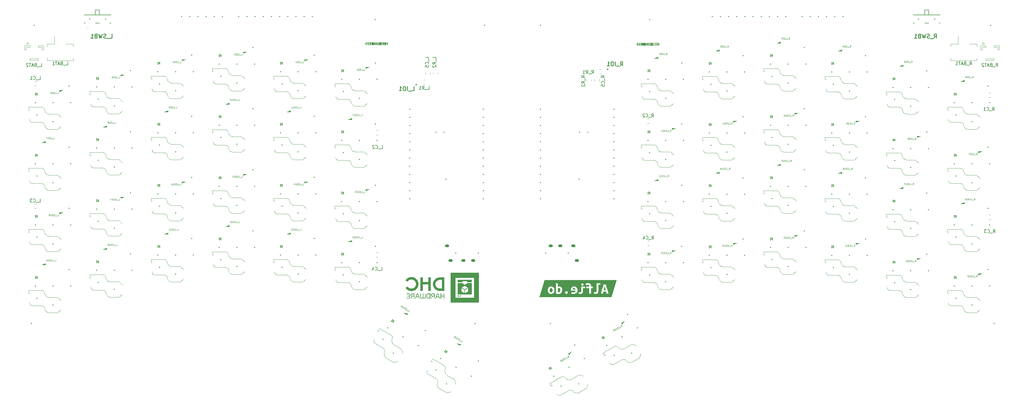
<source format=gbo>
%TF.GenerationSoftware,KiCad,Pcbnew,8.0.1*%
%TF.CreationDate,2024-03-27T08:46:21-04:00*%
%TF.ProjectId,split_keyboard,73706c69-745f-46b6-9579-626f6172642e,rev?*%
%TF.SameCoordinates,Original*%
%TF.FileFunction,Legend,Bot*%
%TF.FilePolarity,Positive*%
%FSLAX46Y46*%
G04 Gerber Fmt 4.6, Leading zero omitted, Abs format (unit mm)*
G04 Created by KiCad (PCBNEW 8.0.1) date 2024-03-27 08:46:21*
%MOMM*%
%LPD*%
G01*
G04 APERTURE LIST*
%ADD10C,0.081280*%
%ADD11C,0.150000*%
%ADD12C,0.254000*%
%ADD13C,0.100000*%
%ADD14C,0.120000*%
%ADD15C,0.200000*%
%ADD16C,0.000000*%
%ADD17C,0.250000*%
%ADD18C,0.350000*%
%ADD19O,1.300000X0.900000*%
G04 APERTURE END LIST*
D10*
X103289384Y-68529582D02*
X103527479Y-68529582D01*
X103527479Y-68529582D02*
X103527479Y-68029582D01*
X103241765Y-68577201D02*
X102860812Y-68577201D01*
X102503670Y-68529582D02*
X102741765Y-68529582D01*
X102741765Y-68529582D02*
X102741765Y-68029582D01*
X102337003Y-68267677D02*
X102170336Y-68267677D01*
X102098908Y-68529582D02*
X102337003Y-68529582D01*
X102337003Y-68529582D02*
X102337003Y-68029582D01*
X102337003Y-68029582D02*
X102098908Y-68029582D01*
X101884622Y-68529582D02*
X101884622Y-68029582D01*
X101884622Y-68029582D02*
X101765574Y-68029582D01*
X101765574Y-68029582D02*
X101694146Y-68053392D01*
X101694146Y-68053392D02*
X101646527Y-68101011D01*
X101646527Y-68101011D02*
X101622717Y-68148630D01*
X101622717Y-68148630D02*
X101598908Y-68243868D01*
X101598908Y-68243868D02*
X101598908Y-68315296D01*
X101598908Y-68315296D02*
X101622717Y-68410534D01*
X101622717Y-68410534D02*
X101646527Y-68458153D01*
X101646527Y-68458153D02*
X101694146Y-68505773D01*
X101694146Y-68505773D02*
X101765574Y-68529582D01*
X101765574Y-68529582D02*
X101884622Y-68529582D01*
X101122717Y-68529582D02*
X101408431Y-68529582D01*
X101265574Y-68529582D02*
X101265574Y-68029582D01*
X101265574Y-68029582D02*
X101313193Y-68101011D01*
X101313193Y-68101011D02*
X101360812Y-68148630D01*
X101360812Y-68148630D02*
X101408431Y-68172439D01*
X100670337Y-68029582D02*
X100908432Y-68029582D01*
X100908432Y-68029582D02*
X100932241Y-68267677D01*
X100932241Y-68267677D02*
X100908432Y-68243868D01*
X100908432Y-68243868D02*
X100860813Y-68220058D01*
X100860813Y-68220058D02*
X100741765Y-68220058D01*
X100741765Y-68220058D02*
X100694146Y-68243868D01*
X100694146Y-68243868D02*
X100670337Y-68267677D01*
X100670337Y-68267677D02*
X100646527Y-68315296D01*
X100646527Y-68315296D02*
X100646527Y-68434344D01*
X100646527Y-68434344D02*
X100670337Y-68481963D01*
X100670337Y-68481963D02*
X100694146Y-68505773D01*
X100694146Y-68505773D02*
X100741765Y-68529582D01*
X100741765Y-68529582D02*
X100860813Y-68529582D01*
X100860813Y-68529582D02*
X100908432Y-68505773D01*
X100908432Y-68505773D02*
X100932241Y-68481963D01*
X63915377Y-51683332D02*
X64153472Y-51683332D01*
X64153472Y-51683332D02*
X64153472Y-51183332D01*
X63867758Y-51730951D02*
X63486805Y-51730951D01*
X63129663Y-51683332D02*
X63367758Y-51683332D01*
X63367758Y-51683332D02*
X63367758Y-51183332D01*
X62962996Y-51421427D02*
X62796329Y-51421427D01*
X62724901Y-51683332D02*
X62962996Y-51683332D01*
X62962996Y-51683332D02*
X62962996Y-51183332D01*
X62962996Y-51183332D02*
X62724901Y-51183332D01*
X62510615Y-51683332D02*
X62510615Y-51183332D01*
X62510615Y-51183332D02*
X62391567Y-51183332D01*
X62391567Y-51183332D02*
X62320139Y-51207142D01*
X62320139Y-51207142D02*
X62272520Y-51254761D01*
X62272520Y-51254761D02*
X62248710Y-51302380D01*
X62248710Y-51302380D02*
X62224901Y-51397618D01*
X62224901Y-51397618D02*
X62224901Y-51469046D01*
X62224901Y-51469046D02*
X62248710Y-51564284D01*
X62248710Y-51564284D02*
X62272520Y-51611903D01*
X62272520Y-51611903D02*
X62320139Y-51659523D01*
X62320139Y-51659523D02*
X62391567Y-51683332D01*
X62391567Y-51683332D02*
X62510615Y-51683332D01*
X61939186Y-51397618D02*
X61986805Y-51373808D01*
X61986805Y-51373808D02*
X62010615Y-51349999D01*
X62010615Y-51349999D02*
X62034424Y-51302380D01*
X62034424Y-51302380D02*
X62034424Y-51278570D01*
X62034424Y-51278570D02*
X62010615Y-51230951D01*
X62010615Y-51230951D02*
X61986805Y-51207142D01*
X61986805Y-51207142D02*
X61939186Y-51183332D01*
X61939186Y-51183332D02*
X61843948Y-51183332D01*
X61843948Y-51183332D02*
X61796329Y-51207142D01*
X61796329Y-51207142D02*
X61772520Y-51230951D01*
X61772520Y-51230951D02*
X61748710Y-51278570D01*
X61748710Y-51278570D02*
X61748710Y-51302380D01*
X61748710Y-51302380D02*
X61772520Y-51349999D01*
X61772520Y-51349999D02*
X61796329Y-51373808D01*
X61796329Y-51373808D02*
X61843948Y-51397618D01*
X61843948Y-51397618D02*
X61939186Y-51397618D01*
X61939186Y-51397618D02*
X61986805Y-51421427D01*
X61986805Y-51421427D02*
X62010615Y-51445237D01*
X62010615Y-51445237D02*
X62034424Y-51492856D01*
X62034424Y-51492856D02*
X62034424Y-51588094D01*
X62034424Y-51588094D02*
X62010615Y-51635713D01*
X62010615Y-51635713D02*
X61986805Y-51659523D01*
X61986805Y-51659523D02*
X61939186Y-51683332D01*
X61939186Y-51683332D02*
X61843948Y-51683332D01*
X61843948Y-51683332D02*
X61796329Y-51659523D01*
X61796329Y-51659523D02*
X61772520Y-51635713D01*
X61772520Y-51635713D02*
X61748710Y-51588094D01*
X61748710Y-51588094D02*
X61748710Y-51492856D01*
X61748710Y-51492856D02*
X61772520Y-51445237D01*
X61772520Y-51445237D02*
X61796329Y-51421427D01*
X61796329Y-51421427D02*
X61843948Y-51397618D01*
X140591567Y-87402082D02*
X140829662Y-87402082D01*
X140829662Y-87402082D02*
X140829662Y-86902082D01*
X140543948Y-87449701D02*
X140162995Y-87449701D01*
X139805853Y-87402082D02*
X140043948Y-87402082D01*
X140043948Y-87402082D02*
X140043948Y-86902082D01*
X139639186Y-87140177D02*
X139472519Y-87140177D01*
X139401091Y-87402082D02*
X139639186Y-87402082D01*
X139639186Y-87402082D02*
X139639186Y-86902082D01*
X139639186Y-86902082D02*
X139401091Y-86902082D01*
X139186805Y-87402082D02*
X139186805Y-86902082D01*
X139186805Y-86902082D02*
X139067757Y-86902082D01*
X139067757Y-86902082D02*
X138996329Y-86925892D01*
X138996329Y-86925892D02*
X138948710Y-86973511D01*
X138948710Y-86973511D02*
X138924900Y-87021130D01*
X138924900Y-87021130D02*
X138901091Y-87116368D01*
X138901091Y-87116368D02*
X138901091Y-87187796D01*
X138901091Y-87187796D02*
X138924900Y-87283034D01*
X138924900Y-87283034D02*
X138948710Y-87330653D01*
X138948710Y-87330653D02*
X138996329Y-87378273D01*
X138996329Y-87378273D02*
X139067757Y-87402082D01*
X139067757Y-87402082D02*
X139186805Y-87402082D01*
X138710614Y-86949701D02*
X138686805Y-86925892D01*
X138686805Y-86925892D02*
X138639186Y-86902082D01*
X138639186Y-86902082D02*
X138520138Y-86902082D01*
X138520138Y-86902082D02*
X138472519Y-86925892D01*
X138472519Y-86925892D02*
X138448710Y-86949701D01*
X138448710Y-86949701D02*
X138424900Y-86997320D01*
X138424900Y-86997320D02*
X138424900Y-87044939D01*
X138424900Y-87044939D02*
X138448710Y-87116368D01*
X138448710Y-87116368D02*
X138734424Y-87402082D01*
X138734424Y-87402082D02*
X138424900Y-87402082D01*
X137996329Y-87068749D02*
X137996329Y-87402082D01*
X138115377Y-86878273D02*
X138234424Y-87235415D01*
X138234424Y-87235415D02*
X137924901Y-87235415D01*
X255641765Y-90056082D02*
X255808431Y-89817987D01*
X255927479Y-90056082D02*
X255927479Y-89556082D01*
X255927479Y-89556082D02*
X255737003Y-89556082D01*
X255737003Y-89556082D02*
X255689384Y-89579892D01*
X255689384Y-89579892D02*
X255665574Y-89603701D01*
X255665574Y-89603701D02*
X255641765Y-89651320D01*
X255641765Y-89651320D02*
X255641765Y-89722749D01*
X255641765Y-89722749D02*
X255665574Y-89770368D01*
X255665574Y-89770368D02*
X255689384Y-89794177D01*
X255689384Y-89794177D02*
X255737003Y-89817987D01*
X255737003Y-89817987D02*
X255927479Y-89817987D01*
X255546527Y-90103701D02*
X255165574Y-90103701D01*
X254808432Y-90056082D02*
X255046527Y-90056082D01*
X255046527Y-90056082D02*
X255046527Y-89556082D01*
X254641765Y-89794177D02*
X254475098Y-89794177D01*
X254403670Y-90056082D02*
X254641765Y-90056082D01*
X254641765Y-90056082D02*
X254641765Y-89556082D01*
X254641765Y-89556082D02*
X254403670Y-89556082D01*
X254189384Y-90056082D02*
X254189384Y-89556082D01*
X254189384Y-89556082D02*
X254070336Y-89556082D01*
X254070336Y-89556082D02*
X253998908Y-89579892D01*
X253998908Y-89579892D02*
X253951289Y-89627511D01*
X253951289Y-89627511D02*
X253927479Y-89675130D01*
X253927479Y-89675130D02*
X253903670Y-89770368D01*
X253903670Y-89770368D02*
X253903670Y-89841796D01*
X253903670Y-89841796D02*
X253927479Y-89937034D01*
X253927479Y-89937034D02*
X253951289Y-89984653D01*
X253951289Y-89984653D02*
X253998908Y-90032273D01*
X253998908Y-90032273D02*
X254070336Y-90056082D01*
X254070336Y-90056082D02*
X254189384Y-90056082D01*
X253713193Y-89603701D02*
X253689384Y-89579892D01*
X253689384Y-89579892D02*
X253641765Y-89556082D01*
X253641765Y-89556082D02*
X253522717Y-89556082D01*
X253522717Y-89556082D02*
X253475098Y-89579892D01*
X253475098Y-89579892D02*
X253451289Y-89603701D01*
X253451289Y-89603701D02*
X253427479Y-89651320D01*
X253427479Y-89651320D02*
X253427479Y-89698939D01*
X253427479Y-89698939D02*
X253451289Y-89770368D01*
X253451289Y-89770368D02*
X253737003Y-90056082D01*
X253737003Y-90056082D02*
X253427479Y-90056082D01*
X253260813Y-89556082D02*
X252951289Y-89556082D01*
X252951289Y-89556082D02*
X253117956Y-89746558D01*
X253117956Y-89746558D02*
X253046527Y-89746558D01*
X253046527Y-89746558D02*
X252998908Y-89770368D01*
X252998908Y-89770368D02*
X252975099Y-89794177D01*
X252975099Y-89794177D02*
X252951289Y-89841796D01*
X252951289Y-89841796D02*
X252951289Y-89960844D01*
X252951289Y-89960844D02*
X252975099Y-90008463D01*
X252975099Y-90008463D02*
X252998908Y-90032273D01*
X252998908Y-90032273D02*
X253046527Y-90056082D01*
X253046527Y-90056082D02*
X253189384Y-90056082D01*
X253189384Y-90056082D02*
X253237003Y-90032273D01*
X253237003Y-90032273D02*
X253260813Y-90008463D01*
X254939186Y-66066082D02*
X255105852Y-65827987D01*
X255224900Y-66066082D02*
X255224900Y-65566082D01*
X255224900Y-65566082D02*
X255034424Y-65566082D01*
X255034424Y-65566082D02*
X254986805Y-65589892D01*
X254986805Y-65589892D02*
X254962995Y-65613701D01*
X254962995Y-65613701D02*
X254939186Y-65661320D01*
X254939186Y-65661320D02*
X254939186Y-65732749D01*
X254939186Y-65732749D02*
X254962995Y-65780368D01*
X254962995Y-65780368D02*
X254986805Y-65804177D01*
X254986805Y-65804177D02*
X255034424Y-65827987D01*
X255034424Y-65827987D02*
X255224900Y-65827987D01*
X254843948Y-66113701D02*
X254462995Y-66113701D01*
X254105853Y-66066082D02*
X254343948Y-66066082D01*
X254343948Y-66066082D02*
X254343948Y-65566082D01*
X253939186Y-65804177D02*
X253772519Y-65804177D01*
X253701091Y-66066082D02*
X253939186Y-66066082D01*
X253939186Y-66066082D02*
X253939186Y-65566082D01*
X253939186Y-65566082D02*
X253701091Y-65566082D01*
X253486805Y-66066082D02*
X253486805Y-65566082D01*
X253486805Y-65566082D02*
X253367757Y-65566082D01*
X253367757Y-65566082D02*
X253296329Y-65589892D01*
X253296329Y-65589892D02*
X253248710Y-65637511D01*
X253248710Y-65637511D02*
X253224900Y-65685130D01*
X253224900Y-65685130D02*
X253201091Y-65780368D01*
X253201091Y-65780368D02*
X253201091Y-65851796D01*
X253201091Y-65851796D02*
X253224900Y-65947034D01*
X253224900Y-65947034D02*
X253248710Y-65994653D01*
X253248710Y-65994653D02*
X253296329Y-66042273D01*
X253296329Y-66042273D02*
X253367757Y-66066082D01*
X253367757Y-66066082D02*
X253486805Y-66066082D01*
X252724900Y-66066082D02*
X253010614Y-66066082D01*
X252867757Y-66066082D02*
X252867757Y-65566082D01*
X252867757Y-65566082D02*
X252915376Y-65637511D01*
X252915376Y-65637511D02*
X252962995Y-65685130D01*
X252962995Y-65685130D02*
X253010614Y-65708939D01*
X252296329Y-65732749D02*
X252296329Y-66066082D01*
X252415377Y-65542273D02*
X252534424Y-65899415D01*
X252534424Y-65899415D02*
X252224901Y-65899415D01*
X204965345Y-124654231D02*
X204990635Y-124364701D01*
X205212781Y-124511374D02*
X204962781Y-124078361D01*
X204962781Y-124078361D02*
X204797823Y-124173599D01*
X204797823Y-124173599D02*
X204768489Y-124218028D01*
X204768489Y-124218028D02*
X204759774Y-124250553D01*
X204759774Y-124250553D02*
X204762964Y-124303697D01*
X204762964Y-124303697D02*
X204798678Y-124365556D01*
X204798678Y-124365556D02*
X204843107Y-124394890D01*
X204843107Y-124394890D02*
X204875632Y-124403605D01*
X204875632Y-124403605D02*
X204928776Y-124400415D01*
X204928776Y-124400415D02*
X205093733Y-124305177D01*
X204906676Y-124743089D02*
X204576761Y-124933565D01*
X204243657Y-125070897D02*
X204449854Y-124951850D01*
X204449854Y-124951850D02*
X204199854Y-124518837D01*
X203968367Y-124927414D02*
X203824030Y-125010748D01*
X203893123Y-125273278D02*
X204099320Y-125154231D01*
X204099320Y-125154231D02*
X203849320Y-124721218D01*
X203849320Y-124721218D02*
X203643123Y-124840266D01*
X203707546Y-125380421D02*
X203457546Y-124947408D01*
X203457546Y-124947408D02*
X203354448Y-125006932D01*
X203354448Y-125006932D02*
X203304494Y-125063266D01*
X203304494Y-125063266D02*
X203287064Y-125128315D01*
X203287064Y-125128315D02*
X203290254Y-125181459D01*
X203290254Y-125181459D02*
X203317253Y-125275842D01*
X203317253Y-125275842D02*
X203352967Y-125337701D01*
X203352967Y-125337701D02*
X203421206Y-125408275D01*
X203421206Y-125408275D02*
X203465635Y-125437610D01*
X203465635Y-125437610D02*
X203530684Y-125455040D01*
X203530684Y-125455040D02*
X203604448Y-125439945D01*
X203604448Y-125439945D02*
X203707546Y-125380421D01*
X203068963Y-125226743D02*
X203036438Y-125218028D01*
X203036438Y-125218028D02*
X202983294Y-125221218D01*
X202983294Y-125221218D02*
X202880196Y-125280742D01*
X202880196Y-125280742D02*
X202850861Y-125325171D01*
X202850861Y-125325171D02*
X202842146Y-125357695D01*
X202842146Y-125357695D02*
X202845336Y-125410839D01*
X202845336Y-125410839D02*
X202869146Y-125452079D01*
X202869146Y-125452079D02*
X202925480Y-125502033D01*
X202925480Y-125502033D02*
X203315773Y-125606612D01*
X203315773Y-125606612D02*
X203047717Y-125761373D01*
X202426564Y-125542646D02*
X202509042Y-125495027D01*
X202509042Y-125495027D02*
X202562187Y-125491837D01*
X202562187Y-125491837D02*
X202594711Y-125500552D01*
X202594711Y-125500552D02*
X202671665Y-125538602D01*
X202671665Y-125538602D02*
X202739903Y-125609176D01*
X202739903Y-125609176D02*
X202835141Y-125774133D01*
X202835141Y-125774133D02*
X202838331Y-125827277D01*
X202838331Y-125827277D02*
X202829616Y-125859801D01*
X202829616Y-125859801D02*
X202800282Y-125904230D01*
X202800282Y-125904230D02*
X202717803Y-125951849D01*
X202717803Y-125951849D02*
X202664659Y-125955039D01*
X202664659Y-125955039D02*
X202632135Y-125946324D01*
X202632135Y-125946324D02*
X202587706Y-125916990D01*
X202587706Y-125916990D02*
X202528182Y-125813892D01*
X202528182Y-125813892D02*
X202524992Y-125760748D01*
X202524992Y-125760748D02*
X202533707Y-125728223D01*
X202533707Y-125728223D02*
X202563041Y-125683794D01*
X202563041Y-125683794D02*
X202645520Y-125636175D01*
X202645520Y-125636175D02*
X202698664Y-125632985D01*
X202698664Y-125632985D02*
X202731188Y-125641700D01*
X202731188Y-125641700D02*
X202775618Y-125671034D01*
X274691765Y-87579582D02*
X274858431Y-87341487D01*
X274977479Y-87579582D02*
X274977479Y-87079582D01*
X274977479Y-87079582D02*
X274787003Y-87079582D01*
X274787003Y-87079582D02*
X274739384Y-87103392D01*
X274739384Y-87103392D02*
X274715574Y-87127201D01*
X274715574Y-87127201D02*
X274691765Y-87174820D01*
X274691765Y-87174820D02*
X274691765Y-87246249D01*
X274691765Y-87246249D02*
X274715574Y-87293868D01*
X274715574Y-87293868D02*
X274739384Y-87317677D01*
X274739384Y-87317677D02*
X274787003Y-87341487D01*
X274787003Y-87341487D02*
X274977479Y-87341487D01*
X274596527Y-87627201D02*
X274215574Y-87627201D01*
X273858432Y-87579582D02*
X274096527Y-87579582D01*
X274096527Y-87579582D02*
X274096527Y-87079582D01*
X273691765Y-87317677D02*
X273525098Y-87317677D01*
X273453670Y-87579582D02*
X273691765Y-87579582D01*
X273691765Y-87579582D02*
X273691765Y-87079582D01*
X273691765Y-87079582D02*
X273453670Y-87079582D01*
X273239384Y-87579582D02*
X273239384Y-87079582D01*
X273239384Y-87079582D02*
X273120336Y-87079582D01*
X273120336Y-87079582D02*
X273048908Y-87103392D01*
X273048908Y-87103392D02*
X273001289Y-87151011D01*
X273001289Y-87151011D02*
X272977479Y-87198630D01*
X272977479Y-87198630D02*
X272953670Y-87293868D01*
X272953670Y-87293868D02*
X272953670Y-87365296D01*
X272953670Y-87365296D02*
X272977479Y-87460534D01*
X272977479Y-87460534D02*
X273001289Y-87508153D01*
X273001289Y-87508153D02*
X273048908Y-87555773D01*
X273048908Y-87555773D02*
X273120336Y-87579582D01*
X273120336Y-87579582D02*
X273239384Y-87579582D01*
X272763193Y-87127201D02*
X272739384Y-87103392D01*
X272739384Y-87103392D02*
X272691765Y-87079582D01*
X272691765Y-87079582D02*
X272572717Y-87079582D01*
X272572717Y-87079582D02*
X272525098Y-87103392D01*
X272525098Y-87103392D02*
X272501289Y-87127201D01*
X272501289Y-87127201D02*
X272477479Y-87174820D01*
X272477479Y-87174820D02*
X272477479Y-87222439D01*
X272477479Y-87222439D02*
X272501289Y-87293868D01*
X272501289Y-87293868D02*
X272787003Y-87579582D01*
X272787003Y-87579582D02*
X272477479Y-87579582D01*
X272287003Y-87127201D02*
X272263194Y-87103392D01*
X272263194Y-87103392D02*
X272215575Y-87079582D01*
X272215575Y-87079582D02*
X272096527Y-87079582D01*
X272096527Y-87079582D02*
X272048908Y-87103392D01*
X272048908Y-87103392D02*
X272025099Y-87127201D01*
X272025099Y-87127201D02*
X272001289Y-87174820D01*
X272001289Y-87174820D02*
X272001289Y-87222439D01*
X272001289Y-87222439D02*
X272025099Y-87293868D01*
X272025099Y-87293868D02*
X272310813Y-87579582D01*
X272310813Y-87579582D02*
X272001289Y-87579582D01*
X312791765Y-56718582D02*
X312958431Y-56480487D01*
X313077479Y-56718582D02*
X313077479Y-56218582D01*
X313077479Y-56218582D02*
X312887003Y-56218582D01*
X312887003Y-56218582D02*
X312839384Y-56242392D01*
X312839384Y-56242392D02*
X312815574Y-56266201D01*
X312815574Y-56266201D02*
X312791765Y-56313820D01*
X312791765Y-56313820D02*
X312791765Y-56385249D01*
X312791765Y-56385249D02*
X312815574Y-56432868D01*
X312815574Y-56432868D02*
X312839384Y-56456677D01*
X312839384Y-56456677D02*
X312887003Y-56480487D01*
X312887003Y-56480487D02*
X313077479Y-56480487D01*
X312696527Y-56766201D02*
X312315574Y-56766201D01*
X311958432Y-56718582D02*
X312196527Y-56718582D01*
X312196527Y-56718582D02*
X312196527Y-56218582D01*
X311791765Y-56456677D02*
X311625098Y-56456677D01*
X311553670Y-56718582D02*
X311791765Y-56718582D01*
X311791765Y-56718582D02*
X311791765Y-56218582D01*
X311791765Y-56218582D02*
X311553670Y-56218582D01*
X311339384Y-56718582D02*
X311339384Y-56218582D01*
X311339384Y-56218582D02*
X311220336Y-56218582D01*
X311220336Y-56218582D02*
X311148908Y-56242392D01*
X311148908Y-56242392D02*
X311101289Y-56290011D01*
X311101289Y-56290011D02*
X311077479Y-56337630D01*
X311077479Y-56337630D02*
X311053670Y-56432868D01*
X311053670Y-56432868D02*
X311053670Y-56504296D01*
X311053670Y-56504296D02*
X311077479Y-56599534D01*
X311077479Y-56599534D02*
X311101289Y-56647153D01*
X311101289Y-56647153D02*
X311148908Y-56694773D01*
X311148908Y-56694773D02*
X311220336Y-56718582D01*
X311220336Y-56718582D02*
X311339384Y-56718582D01*
X310767955Y-56432868D02*
X310815574Y-56409058D01*
X310815574Y-56409058D02*
X310839384Y-56385249D01*
X310839384Y-56385249D02*
X310863193Y-56337630D01*
X310863193Y-56337630D02*
X310863193Y-56313820D01*
X310863193Y-56313820D02*
X310839384Y-56266201D01*
X310839384Y-56266201D02*
X310815574Y-56242392D01*
X310815574Y-56242392D02*
X310767955Y-56218582D01*
X310767955Y-56218582D02*
X310672717Y-56218582D01*
X310672717Y-56218582D02*
X310625098Y-56242392D01*
X310625098Y-56242392D02*
X310601289Y-56266201D01*
X310601289Y-56266201D02*
X310577479Y-56313820D01*
X310577479Y-56313820D02*
X310577479Y-56337630D01*
X310577479Y-56337630D02*
X310601289Y-56385249D01*
X310601289Y-56385249D02*
X310625098Y-56409058D01*
X310625098Y-56409058D02*
X310672717Y-56432868D01*
X310672717Y-56432868D02*
X310767955Y-56432868D01*
X310767955Y-56432868D02*
X310815574Y-56456677D01*
X310815574Y-56456677D02*
X310839384Y-56480487D01*
X310839384Y-56480487D02*
X310863193Y-56528106D01*
X310863193Y-56528106D02*
X310863193Y-56623344D01*
X310863193Y-56623344D02*
X310839384Y-56670963D01*
X310839384Y-56670963D02*
X310815574Y-56694773D01*
X310815574Y-56694773D02*
X310767955Y-56718582D01*
X310767955Y-56718582D02*
X310672717Y-56718582D01*
X310672717Y-56718582D02*
X310625098Y-56694773D01*
X310625098Y-56694773D02*
X310601289Y-56670963D01*
X310601289Y-56670963D02*
X310577479Y-56623344D01*
X310577479Y-56623344D02*
X310577479Y-56528106D01*
X310577479Y-56528106D02*
X310601289Y-56480487D01*
X310601289Y-56480487D02*
X310625098Y-56456677D01*
X310625098Y-56456677D02*
X310672717Y-56432868D01*
X171672241Y-119718682D02*
X171878438Y-119837730D01*
X171878438Y-119837730D02*
X172128438Y-119404717D01*
X171607193Y-119736112D02*
X171277278Y-119545636D01*
X170991793Y-119325825D02*
X171197990Y-119444873D01*
X171197990Y-119444873D02*
X171447990Y-119011860D01*
X170978408Y-119015676D02*
X170834070Y-118932342D01*
X170641259Y-119123444D02*
X170847456Y-119242492D01*
X170847456Y-119242492D02*
X171097456Y-118809479D01*
X171097456Y-118809479D02*
X170891259Y-118690432D01*
X170455682Y-119016301D02*
X170705682Y-118583289D01*
X170705682Y-118583289D02*
X170602584Y-118523765D01*
X170602584Y-118523765D02*
X170528820Y-118508670D01*
X170528820Y-118508670D02*
X170463771Y-118526100D01*
X170463771Y-118526100D02*
X170419342Y-118555435D01*
X170419342Y-118555435D02*
X170351103Y-118626009D01*
X170351103Y-118626009D02*
X170315389Y-118687867D01*
X170315389Y-118687867D02*
X170288390Y-118782251D01*
X170288390Y-118782251D02*
X170285200Y-118835395D01*
X170285200Y-118835395D02*
X170302630Y-118900444D01*
X170302630Y-118900444D02*
X170352584Y-118956778D01*
X170352584Y-118956778D02*
X170455682Y-119016301D01*
X170269480Y-118386433D02*
X170260765Y-118353908D01*
X170260765Y-118353908D02*
X170231430Y-118309479D01*
X170231430Y-118309479D02*
X170128332Y-118249955D01*
X170128332Y-118249955D02*
X170075188Y-118246766D01*
X170075188Y-118246766D02*
X170042663Y-118255480D01*
X170042663Y-118255480D02*
X169998234Y-118284815D01*
X169998234Y-118284815D02*
X169974425Y-118326054D01*
X169974425Y-118326054D02*
X169959330Y-118399818D01*
X169959330Y-118399818D02*
X170063909Y-118790111D01*
X170063909Y-118790111D02*
X169795853Y-118635349D01*
X169674700Y-117988051D02*
X169757179Y-118035670D01*
X169757179Y-118035670D02*
X169786513Y-118080099D01*
X169786513Y-118080099D02*
X169795228Y-118112624D01*
X169795228Y-118112624D02*
X169800753Y-118198292D01*
X169800753Y-118198292D02*
X169773754Y-118292675D01*
X169773754Y-118292675D02*
X169678515Y-118457633D01*
X169678515Y-118457633D02*
X169634086Y-118486967D01*
X169634086Y-118486967D02*
X169601562Y-118495682D01*
X169601562Y-118495682D02*
X169548418Y-118492492D01*
X169548418Y-118492492D02*
X169465939Y-118444873D01*
X169465939Y-118444873D02*
X169436605Y-118400444D01*
X169436605Y-118400444D02*
X169427890Y-118367920D01*
X169427890Y-118367920D02*
X169431080Y-118314776D01*
X169431080Y-118314776D02*
X169490603Y-118211677D01*
X169490603Y-118211677D02*
X169535033Y-118182343D01*
X169535033Y-118182343D02*
X169567557Y-118173628D01*
X169567557Y-118173628D02*
X169620701Y-118176818D01*
X169620701Y-118176818D02*
X169703180Y-118224437D01*
X169703180Y-118224437D02*
X169732514Y-118268866D01*
X169732514Y-118268866D02*
X169741229Y-118301390D01*
X169741229Y-118301390D02*
X169738039Y-118354534D01*
X84239384Y-70910832D02*
X84477479Y-70910832D01*
X84477479Y-70910832D02*
X84477479Y-70410832D01*
X84191765Y-70958451D02*
X83810812Y-70958451D01*
X83453670Y-70910832D02*
X83691765Y-70910832D01*
X83691765Y-70910832D02*
X83691765Y-70410832D01*
X83287003Y-70648927D02*
X83120336Y-70648927D01*
X83048908Y-70910832D02*
X83287003Y-70910832D01*
X83287003Y-70910832D02*
X83287003Y-70410832D01*
X83287003Y-70410832D02*
X83048908Y-70410832D01*
X82834622Y-70910832D02*
X82834622Y-70410832D01*
X82834622Y-70410832D02*
X82715574Y-70410832D01*
X82715574Y-70410832D02*
X82644146Y-70434642D01*
X82644146Y-70434642D02*
X82596527Y-70482261D01*
X82596527Y-70482261D02*
X82572717Y-70529880D01*
X82572717Y-70529880D02*
X82548908Y-70625118D01*
X82548908Y-70625118D02*
X82548908Y-70696546D01*
X82548908Y-70696546D02*
X82572717Y-70791784D01*
X82572717Y-70791784D02*
X82596527Y-70839403D01*
X82596527Y-70839403D02*
X82644146Y-70887023D01*
X82644146Y-70887023D02*
X82715574Y-70910832D01*
X82715574Y-70910832D02*
X82834622Y-70910832D01*
X82072717Y-70910832D02*
X82358431Y-70910832D01*
X82215574Y-70910832D02*
X82215574Y-70410832D01*
X82215574Y-70410832D02*
X82263193Y-70482261D01*
X82263193Y-70482261D02*
X82310812Y-70529880D01*
X82310812Y-70529880D02*
X82358431Y-70553689D01*
X81644146Y-70410832D02*
X81739384Y-70410832D01*
X81739384Y-70410832D02*
X81787003Y-70434642D01*
X81787003Y-70434642D02*
X81810813Y-70458451D01*
X81810813Y-70458451D02*
X81858432Y-70529880D01*
X81858432Y-70529880D02*
X81882241Y-70625118D01*
X81882241Y-70625118D02*
X81882241Y-70815594D01*
X81882241Y-70815594D02*
X81858432Y-70863213D01*
X81858432Y-70863213D02*
X81834622Y-70887023D01*
X81834622Y-70887023D02*
X81787003Y-70910832D01*
X81787003Y-70910832D02*
X81691765Y-70910832D01*
X81691765Y-70910832D02*
X81644146Y-70887023D01*
X81644146Y-70887023D02*
X81620337Y-70863213D01*
X81620337Y-70863213D02*
X81596527Y-70815594D01*
X81596527Y-70815594D02*
X81596527Y-70696546D01*
X81596527Y-70696546D02*
X81620337Y-70648927D01*
X81620337Y-70648927D02*
X81644146Y-70625118D01*
X81644146Y-70625118D02*
X81691765Y-70601308D01*
X81691765Y-70601308D02*
X81787003Y-70601308D01*
X81787003Y-70601308D02*
X81834622Y-70625118D01*
X81834622Y-70625118D02*
X81858432Y-70648927D01*
X81858432Y-70648927D02*
X81882241Y-70696546D01*
X140591567Y-49302082D02*
X140829662Y-49302082D01*
X140829662Y-49302082D02*
X140829662Y-48802082D01*
X140543948Y-49349701D02*
X140162995Y-49349701D01*
X139805853Y-49302082D02*
X140043948Y-49302082D01*
X140043948Y-49302082D02*
X140043948Y-48802082D01*
X139639186Y-49040177D02*
X139472519Y-49040177D01*
X139401091Y-49302082D02*
X139639186Y-49302082D01*
X139639186Y-49302082D02*
X139639186Y-48802082D01*
X139639186Y-48802082D02*
X139401091Y-48802082D01*
X139186805Y-49302082D02*
X139186805Y-48802082D01*
X139186805Y-48802082D02*
X139067757Y-48802082D01*
X139067757Y-48802082D02*
X138996329Y-48825892D01*
X138996329Y-48825892D02*
X138948710Y-48873511D01*
X138948710Y-48873511D02*
X138924900Y-48921130D01*
X138924900Y-48921130D02*
X138901091Y-49016368D01*
X138901091Y-49016368D02*
X138901091Y-49087796D01*
X138901091Y-49087796D02*
X138924900Y-49183034D01*
X138924900Y-49183034D02*
X138948710Y-49230653D01*
X138948710Y-49230653D02*
X138996329Y-49278273D01*
X138996329Y-49278273D02*
X139067757Y-49302082D01*
X139067757Y-49302082D02*
X139186805Y-49302082D01*
X138424900Y-49302082D02*
X138710614Y-49302082D01*
X138567757Y-49302082D02*
X138567757Y-48802082D01*
X138567757Y-48802082D02*
X138615376Y-48873511D01*
X138615376Y-48873511D02*
X138662995Y-48921130D01*
X138662995Y-48921130D02*
X138710614Y-48944939D01*
X138234424Y-48849701D02*
X138210615Y-48825892D01*
X138210615Y-48825892D02*
X138162996Y-48802082D01*
X138162996Y-48802082D02*
X138043948Y-48802082D01*
X138043948Y-48802082D02*
X137996329Y-48825892D01*
X137996329Y-48825892D02*
X137972520Y-48849701D01*
X137972520Y-48849701D02*
X137948710Y-48897320D01*
X137948710Y-48897320D02*
X137948710Y-48944939D01*
X137948710Y-48944939D02*
X137972520Y-49016368D01*
X137972520Y-49016368D02*
X138258234Y-49302082D01*
X138258234Y-49302082D02*
X137948710Y-49302082D01*
X331841765Y-61481082D02*
X332008431Y-61242987D01*
X332127479Y-61481082D02*
X332127479Y-60981082D01*
X332127479Y-60981082D02*
X331937003Y-60981082D01*
X331937003Y-60981082D02*
X331889384Y-61004892D01*
X331889384Y-61004892D02*
X331865574Y-61028701D01*
X331865574Y-61028701D02*
X331841765Y-61076320D01*
X331841765Y-61076320D02*
X331841765Y-61147749D01*
X331841765Y-61147749D02*
X331865574Y-61195368D01*
X331865574Y-61195368D02*
X331889384Y-61219177D01*
X331889384Y-61219177D02*
X331937003Y-61242987D01*
X331937003Y-61242987D02*
X332127479Y-61242987D01*
X331746527Y-61528701D02*
X331365574Y-61528701D01*
X331008432Y-61481082D02*
X331246527Y-61481082D01*
X331246527Y-61481082D02*
X331246527Y-60981082D01*
X330841765Y-61219177D02*
X330675098Y-61219177D01*
X330603670Y-61481082D02*
X330841765Y-61481082D01*
X330841765Y-61481082D02*
X330841765Y-60981082D01*
X330841765Y-60981082D02*
X330603670Y-60981082D01*
X330389384Y-61481082D02*
X330389384Y-60981082D01*
X330389384Y-60981082D02*
X330270336Y-60981082D01*
X330270336Y-60981082D02*
X330198908Y-61004892D01*
X330198908Y-61004892D02*
X330151289Y-61052511D01*
X330151289Y-61052511D02*
X330127479Y-61100130D01*
X330127479Y-61100130D02*
X330103670Y-61195368D01*
X330103670Y-61195368D02*
X330103670Y-61266796D01*
X330103670Y-61266796D02*
X330127479Y-61362034D01*
X330127479Y-61362034D02*
X330151289Y-61409653D01*
X330151289Y-61409653D02*
X330198908Y-61457273D01*
X330198908Y-61457273D02*
X330270336Y-61481082D01*
X330270336Y-61481082D02*
X330389384Y-61481082D01*
X329937003Y-60981082D02*
X329603670Y-60981082D01*
X329603670Y-60981082D02*
X329817955Y-61481082D01*
X141389384Y-35192082D02*
X141627479Y-35192082D01*
X141627479Y-35192082D02*
X141627479Y-34692082D01*
X141341765Y-35239701D02*
X140960812Y-35239701D01*
X140603670Y-35192082D02*
X140841765Y-35192082D01*
X140841765Y-35192082D02*
X140841765Y-34692082D01*
X140437003Y-34930177D02*
X140270336Y-34930177D01*
X140198908Y-35192082D02*
X140437003Y-35192082D01*
X140437003Y-35192082D02*
X140437003Y-34692082D01*
X140437003Y-34692082D02*
X140198908Y-34692082D01*
X139984622Y-35192082D02*
X139984622Y-34692082D01*
X139984622Y-34692082D02*
X139865574Y-34692082D01*
X139865574Y-34692082D02*
X139794146Y-34715892D01*
X139794146Y-34715892D02*
X139746527Y-34763511D01*
X139746527Y-34763511D02*
X139722717Y-34811130D01*
X139722717Y-34811130D02*
X139698908Y-34906368D01*
X139698908Y-34906368D02*
X139698908Y-34977796D01*
X139698908Y-34977796D02*
X139722717Y-35073034D01*
X139722717Y-35073034D02*
X139746527Y-35120653D01*
X139746527Y-35120653D02*
X139794146Y-35168273D01*
X139794146Y-35168273D02*
X139865574Y-35192082D01*
X139865574Y-35192082D02*
X139984622Y-35192082D01*
X139222717Y-35192082D02*
X139508431Y-35192082D01*
X139365574Y-35192082D02*
X139365574Y-34692082D01*
X139365574Y-34692082D02*
X139413193Y-34763511D01*
X139413193Y-34763511D02*
X139460812Y-34811130D01*
X139460812Y-34811130D02*
X139508431Y-34834939D01*
X236591765Y-92342082D02*
X236758431Y-92103987D01*
X236877479Y-92342082D02*
X236877479Y-91842082D01*
X236877479Y-91842082D02*
X236687003Y-91842082D01*
X236687003Y-91842082D02*
X236639384Y-91865892D01*
X236639384Y-91865892D02*
X236615574Y-91889701D01*
X236615574Y-91889701D02*
X236591765Y-91937320D01*
X236591765Y-91937320D02*
X236591765Y-92008749D01*
X236591765Y-92008749D02*
X236615574Y-92056368D01*
X236615574Y-92056368D02*
X236639384Y-92080177D01*
X236639384Y-92080177D02*
X236687003Y-92103987D01*
X236687003Y-92103987D02*
X236877479Y-92103987D01*
X236496527Y-92389701D02*
X236115574Y-92389701D01*
X235758432Y-92342082D02*
X235996527Y-92342082D01*
X235996527Y-92342082D02*
X235996527Y-91842082D01*
X235591765Y-92080177D02*
X235425098Y-92080177D01*
X235353670Y-92342082D02*
X235591765Y-92342082D01*
X235591765Y-92342082D02*
X235591765Y-91842082D01*
X235591765Y-91842082D02*
X235353670Y-91842082D01*
X235139384Y-92342082D02*
X235139384Y-91842082D01*
X235139384Y-91842082D02*
X235020336Y-91842082D01*
X235020336Y-91842082D02*
X234948908Y-91865892D01*
X234948908Y-91865892D02*
X234901289Y-91913511D01*
X234901289Y-91913511D02*
X234877479Y-91961130D01*
X234877479Y-91961130D02*
X234853670Y-92056368D01*
X234853670Y-92056368D02*
X234853670Y-92127796D01*
X234853670Y-92127796D02*
X234877479Y-92223034D01*
X234877479Y-92223034D02*
X234901289Y-92270653D01*
X234901289Y-92270653D02*
X234948908Y-92318273D01*
X234948908Y-92318273D02*
X235020336Y-92342082D01*
X235020336Y-92342082D02*
X235139384Y-92342082D01*
X234663193Y-91889701D02*
X234639384Y-91865892D01*
X234639384Y-91865892D02*
X234591765Y-91842082D01*
X234591765Y-91842082D02*
X234472717Y-91842082D01*
X234472717Y-91842082D02*
X234425098Y-91865892D01*
X234425098Y-91865892D02*
X234401289Y-91889701D01*
X234401289Y-91889701D02*
X234377479Y-91937320D01*
X234377479Y-91937320D02*
X234377479Y-91984939D01*
X234377479Y-91984939D02*
X234401289Y-92056368D01*
X234401289Y-92056368D02*
X234687003Y-92342082D01*
X234687003Y-92342082D02*
X234377479Y-92342082D01*
X233948908Y-92008749D02*
X233948908Y-92342082D01*
X234067956Y-91818273D02*
X234187003Y-92175415D01*
X234187003Y-92175415D02*
X233877480Y-92175415D01*
X82965377Y-46920832D02*
X83203472Y-46920832D01*
X83203472Y-46920832D02*
X83203472Y-46420832D01*
X82917758Y-46968451D02*
X82536805Y-46968451D01*
X82179663Y-46920832D02*
X82417758Y-46920832D01*
X82417758Y-46920832D02*
X82417758Y-46420832D01*
X82012996Y-46658927D02*
X81846329Y-46658927D01*
X81774901Y-46920832D02*
X82012996Y-46920832D01*
X82012996Y-46920832D02*
X82012996Y-46420832D01*
X82012996Y-46420832D02*
X81774901Y-46420832D01*
X81560615Y-46920832D02*
X81560615Y-46420832D01*
X81560615Y-46420832D02*
X81441567Y-46420832D01*
X81441567Y-46420832D02*
X81370139Y-46444642D01*
X81370139Y-46444642D02*
X81322520Y-46492261D01*
X81322520Y-46492261D02*
X81298710Y-46539880D01*
X81298710Y-46539880D02*
X81274901Y-46635118D01*
X81274901Y-46635118D02*
X81274901Y-46706546D01*
X81274901Y-46706546D02*
X81298710Y-46801784D01*
X81298710Y-46801784D02*
X81322520Y-46849403D01*
X81322520Y-46849403D02*
X81370139Y-46897023D01*
X81370139Y-46897023D02*
X81441567Y-46920832D01*
X81441567Y-46920832D02*
X81560615Y-46920832D01*
X81036805Y-46920832D02*
X80941567Y-46920832D01*
X80941567Y-46920832D02*
X80893948Y-46897023D01*
X80893948Y-46897023D02*
X80870139Y-46873213D01*
X80870139Y-46873213D02*
X80822520Y-46801784D01*
X80822520Y-46801784D02*
X80798710Y-46706546D01*
X80798710Y-46706546D02*
X80798710Y-46516070D01*
X80798710Y-46516070D02*
X80822520Y-46468451D01*
X80822520Y-46468451D02*
X80846329Y-46444642D01*
X80846329Y-46444642D02*
X80893948Y-46420832D01*
X80893948Y-46420832D02*
X80989186Y-46420832D01*
X80989186Y-46420832D02*
X81036805Y-46444642D01*
X81036805Y-46444642D02*
X81060615Y-46468451D01*
X81060615Y-46468451D02*
X81084424Y-46516070D01*
X81084424Y-46516070D02*
X81084424Y-46635118D01*
X81084424Y-46635118D02*
X81060615Y-46682737D01*
X81060615Y-46682737D02*
X81036805Y-46706546D01*
X81036805Y-46706546D02*
X80989186Y-46730356D01*
X80989186Y-46730356D02*
X80893948Y-46730356D01*
X80893948Y-46730356D02*
X80846329Y-46706546D01*
X80846329Y-46706546D02*
X80822520Y-46682737D01*
X80822520Y-46682737D02*
X80798710Y-46635118D01*
X293741765Y-90056082D02*
X293908431Y-89817987D01*
X294027479Y-90056082D02*
X294027479Y-89556082D01*
X294027479Y-89556082D02*
X293837003Y-89556082D01*
X293837003Y-89556082D02*
X293789384Y-89579892D01*
X293789384Y-89579892D02*
X293765574Y-89603701D01*
X293765574Y-89603701D02*
X293741765Y-89651320D01*
X293741765Y-89651320D02*
X293741765Y-89722749D01*
X293741765Y-89722749D02*
X293765574Y-89770368D01*
X293765574Y-89770368D02*
X293789384Y-89794177D01*
X293789384Y-89794177D02*
X293837003Y-89817987D01*
X293837003Y-89817987D02*
X294027479Y-89817987D01*
X293646527Y-90103701D02*
X293265574Y-90103701D01*
X292908432Y-90056082D02*
X293146527Y-90056082D01*
X293146527Y-90056082D02*
X293146527Y-89556082D01*
X292741765Y-89794177D02*
X292575098Y-89794177D01*
X292503670Y-90056082D02*
X292741765Y-90056082D01*
X292741765Y-90056082D02*
X292741765Y-89556082D01*
X292741765Y-89556082D02*
X292503670Y-89556082D01*
X292289384Y-90056082D02*
X292289384Y-89556082D01*
X292289384Y-89556082D02*
X292170336Y-89556082D01*
X292170336Y-89556082D02*
X292098908Y-89579892D01*
X292098908Y-89579892D02*
X292051289Y-89627511D01*
X292051289Y-89627511D02*
X292027479Y-89675130D01*
X292027479Y-89675130D02*
X292003670Y-89770368D01*
X292003670Y-89770368D02*
X292003670Y-89841796D01*
X292003670Y-89841796D02*
X292027479Y-89937034D01*
X292027479Y-89937034D02*
X292051289Y-89984653D01*
X292051289Y-89984653D02*
X292098908Y-90032273D01*
X292098908Y-90032273D02*
X292170336Y-90056082D01*
X292170336Y-90056082D02*
X292289384Y-90056082D01*
X291813193Y-89603701D02*
X291789384Y-89579892D01*
X291789384Y-89579892D02*
X291741765Y-89556082D01*
X291741765Y-89556082D02*
X291622717Y-89556082D01*
X291622717Y-89556082D02*
X291575098Y-89579892D01*
X291575098Y-89579892D02*
X291551289Y-89603701D01*
X291551289Y-89603701D02*
X291527479Y-89651320D01*
X291527479Y-89651320D02*
X291527479Y-89698939D01*
X291527479Y-89698939D02*
X291551289Y-89770368D01*
X291551289Y-89770368D02*
X291837003Y-90056082D01*
X291837003Y-90056082D02*
X291527479Y-90056082D01*
X291051289Y-90056082D02*
X291337003Y-90056082D01*
X291194146Y-90056082D02*
X291194146Y-89556082D01*
X291194146Y-89556082D02*
X291241765Y-89627511D01*
X291241765Y-89627511D02*
X291289384Y-89675130D01*
X291289384Y-89675130D02*
X291337003Y-89698939D01*
X273989186Y-63589582D02*
X274155852Y-63351487D01*
X274274900Y-63589582D02*
X274274900Y-63089582D01*
X274274900Y-63089582D02*
X274084424Y-63089582D01*
X274084424Y-63089582D02*
X274036805Y-63113392D01*
X274036805Y-63113392D02*
X274012995Y-63137201D01*
X274012995Y-63137201D02*
X273989186Y-63184820D01*
X273989186Y-63184820D02*
X273989186Y-63256249D01*
X273989186Y-63256249D02*
X274012995Y-63303868D01*
X274012995Y-63303868D02*
X274036805Y-63327677D01*
X274036805Y-63327677D02*
X274084424Y-63351487D01*
X274084424Y-63351487D02*
X274274900Y-63351487D01*
X273893948Y-63637201D02*
X273512995Y-63637201D01*
X273155853Y-63589582D02*
X273393948Y-63589582D01*
X273393948Y-63589582D02*
X273393948Y-63089582D01*
X272989186Y-63327677D02*
X272822519Y-63327677D01*
X272751091Y-63589582D02*
X272989186Y-63589582D01*
X272989186Y-63589582D02*
X272989186Y-63089582D01*
X272989186Y-63089582D02*
X272751091Y-63089582D01*
X272536805Y-63589582D02*
X272536805Y-63089582D01*
X272536805Y-63089582D02*
X272417757Y-63089582D01*
X272417757Y-63089582D02*
X272346329Y-63113392D01*
X272346329Y-63113392D02*
X272298710Y-63161011D01*
X272298710Y-63161011D02*
X272274900Y-63208630D01*
X272274900Y-63208630D02*
X272251091Y-63303868D01*
X272251091Y-63303868D02*
X272251091Y-63375296D01*
X272251091Y-63375296D02*
X272274900Y-63470534D01*
X272274900Y-63470534D02*
X272298710Y-63518153D01*
X272298710Y-63518153D02*
X272346329Y-63565773D01*
X272346329Y-63565773D02*
X272417757Y-63589582D01*
X272417757Y-63589582D02*
X272536805Y-63589582D01*
X271774900Y-63589582D02*
X272060614Y-63589582D01*
X271917757Y-63589582D02*
X271917757Y-63089582D01*
X271917757Y-63089582D02*
X271965376Y-63161011D01*
X271965376Y-63161011D02*
X272012995Y-63208630D01*
X272012995Y-63208630D02*
X272060614Y-63232439D01*
X271322520Y-63089582D02*
X271560615Y-63089582D01*
X271560615Y-63089582D02*
X271584424Y-63327677D01*
X271584424Y-63327677D02*
X271560615Y-63303868D01*
X271560615Y-63303868D02*
X271512996Y-63280058D01*
X271512996Y-63280058D02*
X271393948Y-63280058D01*
X271393948Y-63280058D02*
X271346329Y-63303868D01*
X271346329Y-63303868D02*
X271322520Y-63327677D01*
X271322520Y-63327677D02*
X271298710Y-63375296D01*
X271298710Y-63375296D02*
X271298710Y-63494344D01*
X271298710Y-63494344D02*
X271322520Y-63541963D01*
X271322520Y-63541963D02*
X271346329Y-63565773D01*
X271346329Y-63565773D02*
X271393948Y-63589582D01*
X271393948Y-63589582D02*
X271512996Y-63589582D01*
X271512996Y-63589582D02*
X271560615Y-63565773D01*
X271560615Y-63565773D02*
X271584424Y-63541963D01*
X102491567Y-82639582D02*
X102729662Y-82639582D01*
X102729662Y-82639582D02*
X102729662Y-82139582D01*
X102443948Y-82687201D02*
X102062995Y-82687201D01*
X101705853Y-82639582D02*
X101943948Y-82639582D01*
X101943948Y-82639582D02*
X101943948Y-82139582D01*
X101539186Y-82377677D02*
X101372519Y-82377677D01*
X101301091Y-82639582D02*
X101539186Y-82639582D01*
X101539186Y-82639582D02*
X101539186Y-82139582D01*
X101539186Y-82139582D02*
X101301091Y-82139582D01*
X101086805Y-82639582D02*
X101086805Y-82139582D01*
X101086805Y-82139582D02*
X100967757Y-82139582D01*
X100967757Y-82139582D02*
X100896329Y-82163392D01*
X100896329Y-82163392D02*
X100848710Y-82211011D01*
X100848710Y-82211011D02*
X100824900Y-82258630D01*
X100824900Y-82258630D02*
X100801091Y-82353868D01*
X100801091Y-82353868D02*
X100801091Y-82425296D01*
X100801091Y-82425296D02*
X100824900Y-82520534D01*
X100824900Y-82520534D02*
X100848710Y-82568153D01*
X100848710Y-82568153D02*
X100896329Y-82615773D01*
X100896329Y-82615773D02*
X100967757Y-82639582D01*
X100967757Y-82639582D02*
X101086805Y-82639582D01*
X100610614Y-82187201D02*
X100586805Y-82163392D01*
X100586805Y-82163392D02*
X100539186Y-82139582D01*
X100539186Y-82139582D02*
X100420138Y-82139582D01*
X100420138Y-82139582D02*
X100372519Y-82163392D01*
X100372519Y-82163392D02*
X100348710Y-82187201D01*
X100348710Y-82187201D02*
X100324900Y-82234820D01*
X100324900Y-82234820D02*
X100324900Y-82282439D01*
X100324900Y-82282439D02*
X100348710Y-82353868D01*
X100348710Y-82353868D02*
X100634424Y-82639582D01*
X100634424Y-82639582D02*
X100324900Y-82639582D01*
X100134424Y-82187201D02*
X100110615Y-82163392D01*
X100110615Y-82163392D02*
X100062996Y-82139582D01*
X100062996Y-82139582D02*
X99943948Y-82139582D01*
X99943948Y-82139582D02*
X99896329Y-82163392D01*
X99896329Y-82163392D02*
X99872520Y-82187201D01*
X99872520Y-82187201D02*
X99848710Y-82234820D01*
X99848710Y-82234820D02*
X99848710Y-82282439D01*
X99848710Y-82282439D02*
X99872520Y-82353868D01*
X99872520Y-82353868D02*
X100158234Y-82639582D01*
X100158234Y-82639582D02*
X99848710Y-82639582D01*
X103289384Y-30429582D02*
X103527479Y-30429582D01*
X103527479Y-30429582D02*
X103527479Y-29929582D01*
X103241765Y-30477201D02*
X102860812Y-30477201D01*
X102503670Y-30429582D02*
X102741765Y-30429582D01*
X102741765Y-30429582D02*
X102741765Y-29929582D01*
X102337003Y-30167677D02*
X102170336Y-30167677D01*
X102098908Y-30429582D02*
X102337003Y-30429582D01*
X102337003Y-30429582D02*
X102337003Y-29929582D01*
X102337003Y-29929582D02*
X102098908Y-29929582D01*
X101884622Y-30429582D02*
X101884622Y-29929582D01*
X101884622Y-29929582D02*
X101765574Y-29929582D01*
X101765574Y-29929582D02*
X101694146Y-29953392D01*
X101694146Y-29953392D02*
X101646527Y-30001011D01*
X101646527Y-30001011D02*
X101622717Y-30048630D01*
X101622717Y-30048630D02*
X101598908Y-30143868D01*
X101598908Y-30143868D02*
X101598908Y-30215296D01*
X101598908Y-30215296D02*
X101622717Y-30310534D01*
X101622717Y-30310534D02*
X101646527Y-30358153D01*
X101646527Y-30358153D02*
X101694146Y-30405773D01*
X101694146Y-30405773D02*
X101765574Y-30429582D01*
X101765574Y-30429582D02*
X101884622Y-30429582D01*
X101432241Y-29929582D02*
X101122717Y-29929582D01*
X101122717Y-29929582D02*
X101289384Y-30120058D01*
X101289384Y-30120058D02*
X101217955Y-30120058D01*
X101217955Y-30120058D02*
X101170336Y-30143868D01*
X101170336Y-30143868D02*
X101146527Y-30167677D01*
X101146527Y-30167677D02*
X101122717Y-30215296D01*
X101122717Y-30215296D02*
X101122717Y-30334344D01*
X101122717Y-30334344D02*
X101146527Y-30381963D01*
X101146527Y-30381963D02*
X101170336Y-30405773D01*
X101170336Y-30405773D02*
X101217955Y-30429582D01*
X101217955Y-30429582D02*
X101360812Y-30429582D01*
X101360812Y-30429582D02*
X101408431Y-30405773D01*
X101408431Y-30405773D02*
X101432241Y-30381963D01*
X121541567Y-46920832D02*
X121779662Y-46920832D01*
X121779662Y-46920832D02*
X121779662Y-46420832D01*
X121493948Y-46968451D02*
X121112995Y-46968451D01*
X120755853Y-46920832D02*
X120993948Y-46920832D01*
X120993948Y-46920832D02*
X120993948Y-46420832D01*
X120589186Y-46658927D02*
X120422519Y-46658927D01*
X120351091Y-46920832D02*
X120589186Y-46920832D01*
X120589186Y-46920832D02*
X120589186Y-46420832D01*
X120589186Y-46420832D02*
X120351091Y-46420832D01*
X120136805Y-46920832D02*
X120136805Y-46420832D01*
X120136805Y-46420832D02*
X120017757Y-46420832D01*
X120017757Y-46420832D02*
X119946329Y-46444642D01*
X119946329Y-46444642D02*
X119898710Y-46492261D01*
X119898710Y-46492261D02*
X119874900Y-46539880D01*
X119874900Y-46539880D02*
X119851091Y-46635118D01*
X119851091Y-46635118D02*
X119851091Y-46706546D01*
X119851091Y-46706546D02*
X119874900Y-46801784D01*
X119874900Y-46801784D02*
X119898710Y-46849403D01*
X119898710Y-46849403D02*
X119946329Y-46897023D01*
X119946329Y-46897023D02*
X120017757Y-46920832D01*
X120017757Y-46920832D02*
X120136805Y-46920832D01*
X119374900Y-46920832D02*
X119660614Y-46920832D01*
X119517757Y-46920832D02*
X119517757Y-46420832D01*
X119517757Y-46420832D02*
X119565376Y-46492261D01*
X119565376Y-46492261D02*
X119612995Y-46539880D01*
X119612995Y-46539880D02*
X119660614Y-46563689D01*
X118898710Y-46920832D02*
X119184424Y-46920832D01*
X119041567Y-46920832D02*
X119041567Y-46420832D01*
X119041567Y-46420832D02*
X119089186Y-46492261D01*
X119089186Y-46492261D02*
X119136805Y-46539880D01*
X119136805Y-46539880D02*
X119184424Y-46563689D01*
X122339384Y-32810832D02*
X122577479Y-32810832D01*
X122577479Y-32810832D02*
X122577479Y-32310832D01*
X122291765Y-32858451D02*
X121910812Y-32858451D01*
X121553670Y-32810832D02*
X121791765Y-32810832D01*
X121791765Y-32810832D02*
X121791765Y-32310832D01*
X121387003Y-32548927D02*
X121220336Y-32548927D01*
X121148908Y-32810832D02*
X121387003Y-32810832D01*
X121387003Y-32810832D02*
X121387003Y-32310832D01*
X121387003Y-32310832D02*
X121148908Y-32310832D01*
X120934622Y-32810832D02*
X120934622Y-32310832D01*
X120934622Y-32310832D02*
X120815574Y-32310832D01*
X120815574Y-32310832D02*
X120744146Y-32334642D01*
X120744146Y-32334642D02*
X120696527Y-32382261D01*
X120696527Y-32382261D02*
X120672717Y-32429880D01*
X120672717Y-32429880D02*
X120648908Y-32525118D01*
X120648908Y-32525118D02*
X120648908Y-32596546D01*
X120648908Y-32596546D02*
X120672717Y-32691784D01*
X120672717Y-32691784D02*
X120696527Y-32739403D01*
X120696527Y-32739403D02*
X120744146Y-32787023D01*
X120744146Y-32787023D02*
X120815574Y-32810832D01*
X120815574Y-32810832D02*
X120934622Y-32810832D01*
X120458431Y-32358451D02*
X120434622Y-32334642D01*
X120434622Y-32334642D02*
X120387003Y-32310832D01*
X120387003Y-32310832D02*
X120267955Y-32310832D01*
X120267955Y-32310832D02*
X120220336Y-32334642D01*
X120220336Y-32334642D02*
X120196527Y-32358451D01*
X120196527Y-32358451D02*
X120172717Y-32406070D01*
X120172717Y-32406070D02*
X120172717Y-32453689D01*
X120172717Y-32453689D02*
X120196527Y-32525118D01*
X120196527Y-32525118D02*
X120482241Y-32810832D01*
X120482241Y-32810832D02*
X120172717Y-32810832D01*
X141389384Y-73292082D02*
X141627479Y-73292082D01*
X141627479Y-73292082D02*
X141627479Y-72792082D01*
X141341765Y-73339701D02*
X140960812Y-73339701D01*
X140603670Y-73292082D02*
X140841765Y-73292082D01*
X140841765Y-73292082D02*
X140841765Y-72792082D01*
X140437003Y-73030177D02*
X140270336Y-73030177D01*
X140198908Y-73292082D02*
X140437003Y-73292082D01*
X140437003Y-73292082D02*
X140437003Y-72792082D01*
X140437003Y-72792082D02*
X140198908Y-72792082D01*
X139984622Y-73292082D02*
X139984622Y-72792082D01*
X139984622Y-72792082D02*
X139865574Y-72792082D01*
X139865574Y-72792082D02*
X139794146Y-72815892D01*
X139794146Y-72815892D02*
X139746527Y-72863511D01*
X139746527Y-72863511D02*
X139722717Y-72911130D01*
X139722717Y-72911130D02*
X139698908Y-73006368D01*
X139698908Y-73006368D02*
X139698908Y-73077796D01*
X139698908Y-73077796D02*
X139722717Y-73173034D01*
X139722717Y-73173034D02*
X139746527Y-73220653D01*
X139746527Y-73220653D02*
X139794146Y-73268273D01*
X139794146Y-73268273D02*
X139865574Y-73292082D01*
X139865574Y-73292082D02*
X139984622Y-73292082D01*
X139222717Y-73292082D02*
X139508431Y-73292082D01*
X139365574Y-73292082D02*
X139365574Y-72792082D01*
X139365574Y-72792082D02*
X139413193Y-72863511D01*
X139413193Y-72863511D02*
X139460812Y-72911130D01*
X139460812Y-72911130D02*
X139508431Y-72934939D01*
X139056051Y-72792082D02*
X138746527Y-72792082D01*
X138746527Y-72792082D02*
X138913194Y-72982558D01*
X138913194Y-72982558D02*
X138841765Y-72982558D01*
X138841765Y-72982558D02*
X138794146Y-73006368D01*
X138794146Y-73006368D02*
X138770337Y-73030177D01*
X138770337Y-73030177D02*
X138746527Y-73077796D01*
X138746527Y-73077796D02*
X138746527Y-73196844D01*
X138746527Y-73196844D02*
X138770337Y-73244463D01*
X138770337Y-73244463D02*
X138794146Y-73268273D01*
X138794146Y-73268273D02*
X138841765Y-73292082D01*
X138841765Y-73292082D02*
X138984622Y-73292082D01*
X138984622Y-73292082D02*
X139032241Y-73268273D01*
X139032241Y-73268273D02*
X139056051Y-73244463D01*
X46139384Y-80531082D02*
X46377479Y-80531082D01*
X46377479Y-80531082D02*
X46377479Y-80031082D01*
X46091765Y-80578701D02*
X45710812Y-80578701D01*
X45353670Y-80531082D02*
X45591765Y-80531082D01*
X45591765Y-80531082D02*
X45591765Y-80031082D01*
X45187003Y-80269177D02*
X45020336Y-80269177D01*
X44948908Y-80531082D02*
X45187003Y-80531082D01*
X45187003Y-80531082D02*
X45187003Y-80031082D01*
X45187003Y-80031082D02*
X44948908Y-80031082D01*
X44734622Y-80531082D02*
X44734622Y-80031082D01*
X44734622Y-80031082D02*
X44615574Y-80031082D01*
X44615574Y-80031082D02*
X44544146Y-80054892D01*
X44544146Y-80054892D02*
X44496527Y-80102511D01*
X44496527Y-80102511D02*
X44472717Y-80150130D01*
X44472717Y-80150130D02*
X44448908Y-80245368D01*
X44448908Y-80245368D02*
X44448908Y-80316796D01*
X44448908Y-80316796D02*
X44472717Y-80412034D01*
X44472717Y-80412034D02*
X44496527Y-80459653D01*
X44496527Y-80459653D02*
X44544146Y-80507273D01*
X44544146Y-80507273D02*
X44615574Y-80531082D01*
X44615574Y-80531082D02*
X44734622Y-80531082D01*
X43972717Y-80531082D02*
X44258431Y-80531082D01*
X44115574Y-80531082D02*
X44115574Y-80031082D01*
X44115574Y-80031082D02*
X44163193Y-80102511D01*
X44163193Y-80102511D02*
X44210812Y-80150130D01*
X44210812Y-80150130D02*
X44258431Y-80173939D01*
X43687003Y-80245368D02*
X43734622Y-80221558D01*
X43734622Y-80221558D02*
X43758432Y-80197749D01*
X43758432Y-80197749D02*
X43782241Y-80150130D01*
X43782241Y-80150130D02*
X43782241Y-80126320D01*
X43782241Y-80126320D02*
X43758432Y-80078701D01*
X43758432Y-80078701D02*
X43734622Y-80054892D01*
X43734622Y-80054892D02*
X43687003Y-80031082D01*
X43687003Y-80031082D02*
X43591765Y-80031082D01*
X43591765Y-80031082D02*
X43544146Y-80054892D01*
X43544146Y-80054892D02*
X43520337Y-80078701D01*
X43520337Y-80078701D02*
X43496527Y-80126320D01*
X43496527Y-80126320D02*
X43496527Y-80150130D01*
X43496527Y-80150130D02*
X43520337Y-80197749D01*
X43520337Y-80197749D02*
X43544146Y-80221558D01*
X43544146Y-80221558D02*
X43591765Y-80245368D01*
X43591765Y-80245368D02*
X43687003Y-80245368D01*
X43687003Y-80245368D02*
X43734622Y-80269177D01*
X43734622Y-80269177D02*
X43758432Y-80292987D01*
X43758432Y-80292987D02*
X43782241Y-80340606D01*
X43782241Y-80340606D02*
X43782241Y-80435844D01*
X43782241Y-80435844D02*
X43758432Y-80483463D01*
X43758432Y-80483463D02*
X43734622Y-80507273D01*
X43734622Y-80507273D02*
X43687003Y-80531082D01*
X43687003Y-80531082D02*
X43591765Y-80531082D01*
X43591765Y-80531082D02*
X43544146Y-80507273D01*
X43544146Y-80507273D02*
X43520337Y-80483463D01*
X43520337Y-80483463D02*
X43496527Y-80435844D01*
X43496527Y-80435844D02*
X43496527Y-80340606D01*
X43496527Y-80340606D02*
X43520337Y-80292987D01*
X43520337Y-80292987D02*
X43544146Y-80269177D01*
X43544146Y-80269177D02*
X43591765Y-80245368D01*
X255641765Y-51956081D02*
X255808431Y-51717986D01*
X255927479Y-51956081D02*
X255927479Y-51456081D01*
X255927479Y-51456081D02*
X255737003Y-51456081D01*
X255737003Y-51456081D02*
X255689384Y-51479891D01*
X255689384Y-51479891D02*
X255665574Y-51503700D01*
X255665574Y-51503700D02*
X255641765Y-51551319D01*
X255641765Y-51551319D02*
X255641765Y-51622748D01*
X255641765Y-51622748D02*
X255665574Y-51670367D01*
X255665574Y-51670367D02*
X255689384Y-51694176D01*
X255689384Y-51694176D02*
X255737003Y-51717986D01*
X255737003Y-51717986D02*
X255927479Y-51717986D01*
X255546527Y-52003700D02*
X255165574Y-52003700D01*
X254808432Y-51956081D02*
X255046527Y-51956081D01*
X255046527Y-51956081D02*
X255046527Y-51456081D01*
X254641765Y-51694176D02*
X254475098Y-51694176D01*
X254403670Y-51956081D02*
X254641765Y-51956081D01*
X254641765Y-51956081D02*
X254641765Y-51456081D01*
X254641765Y-51456081D02*
X254403670Y-51456081D01*
X254189384Y-51956081D02*
X254189384Y-51456081D01*
X254189384Y-51456081D02*
X254070336Y-51456081D01*
X254070336Y-51456081D02*
X253998908Y-51479891D01*
X253998908Y-51479891D02*
X253951289Y-51527510D01*
X253951289Y-51527510D02*
X253927479Y-51575129D01*
X253927479Y-51575129D02*
X253903670Y-51670367D01*
X253903670Y-51670367D02*
X253903670Y-51741795D01*
X253903670Y-51741795D02*
X253927479Y-51837033D01*
X253927479Y-51837033D02*
X253951289Y-51884652D01*
X253951289Y-51884652D02*
X253998908Y-51932272D01*
X253998908Y-51932272D02*
X254070336Y-51956081D01*
X254070336Y-51956081D02*
X254189384Y-51956081D01*
X253427479Y-51956081D02*
X253713193Y-51956081D01*
X253570336Y-51956081D02*
X253570336Y-51456081D01*
X253570336Y-51456081D02*
X253617955Y-51527510D01*
X253617955Y-51527510D02*
X253665574Y-51575129D01*
X253665574Y-51575129D02*
X253713193Y-51598938D01*
X252951289Y-51956081D02*
X253237003Y-51956081D01*
X253094146Y-51956081D02*
X253094146Y-51456081D01*
X253094146Y-51456081D02*
X253141765Y-51527510D01*
X253141765Y-51527510D02*
X253189384Y-51575129D01*
X253189384Y-51575129D02*
X253237003Y-51598938D01*
X254462996Y-27966082D02*
X254629662Y-27727987D01*
X254748710Y-27966082D02*
X254748710Y-27466082D01*
X254748710Y-27466082D02*
X254558234Y-27466082D01*
X254558234Y-27466082D02*
X254510615Y-27489892D01*
X254510615Y-27489892D02*
X254486805Y-27513701D01*
X254486805Y-27513701D02*
X254462996Y-27561320D01*
X254462996Y-27561320D02*
X254462996Y-27632749D01*
X254462996Y-27632749D02*
X254486805Y-27680368D01*
X254486805Y-27680368D02*
X254510615Y-27704177D01*
X254510615Y-27704177D02*
X254558234Y-27727987D01*
X254558234Y-27727987D02*
X254748710Y-27727987D01*
X254367758Y-28013701D02*
X253986805Y-28013701D01*
X253629663Y-27966082D02*
X253867758Y-27966082D01*
X253867758Y-27966082D02*
X253867758Y-27466082D01*
X253462996Y-27704177D02*
X253296329Y-27704177D01*
X253224901Y-27966082D02*
X253462996Y-27966082D01*
X253462996Y-27966082D02*
X253462996Y-27466082D01*
X253462996Y-27466082D02*
X253224901Y-27466082D01*
X253010615Y-27966082D02*
X253010615Y-27466082D01*
X253010615Y-27466082D02*
X252891567Y-27466082D01*
X252891567Y-27466082D02*
X252820139Y-27489892D01*
X252820139Y-27489892D02*
X252772520Y-27537511D01*
X252772520Y-27537511D02*
X252748710Y-27585130D01*
X252748710Y-27585130D02*
X252724901Y-27680368D01*
X252724901Y-27680368D02*
X252724901Y-27751796D01*
X252724901Y-27751796D02*
X252748710Y-27847034D01*
X252748710Y-27847034D02*
X252772520Y-27894653D01*
X252772520Y-27894653D02*
X252820139Y-27942273D01*
X252820139Y-27942273D02*
X252891567Y-27966082D01*
X252891567Y-27966082D02*
X253010615Y-27966082D01*
X252534424Y-27513701D02*
X252510615Y-27489892D01*
X252510615Y-27489892D02*
X252462996Y-27466082D01*
X252462996Y-27466082D02*
X252343948Y-27466082D01*
X252343948Y-27466082D02*
X252296329Y-27489892D01*
X252296329Y-27489892D02*
X252272520Y-27513701D01*
X252272520Y-27513701D02*
X252248710Y-27561320D01*
X252248710Y-27561320D02*
X252248710Y-27608939D01*
X252248710Y-27608939D02*
X252272520Y-27680368D01*
X252272520Y-27680368D02*
X252558234Y-27966082D01*
X252558234Y-27966082D02*
X252248710Y-27966082D01*
X293039186Y-66066082D02*
X293205852Y-65827987D01*
X293324900Y-66066082D02*
X293324900Y-65566082D01*
X293324900Y-65566082D02*
X293134424Y-65566082D01*
X293134424Y-65566082D02*
X293086805Y-65589892D01*
X293086805Y-65589892D02*
X293062995Y-65613701D01*
X293062995Y-65613701D02*
X293039186Y-65661320D01*
X293039186Y-65661320D02*
X293039186Y-65732749D01*
X293039186Y-65732749D02*
X293062995Y-65780368D01*
X293062995Y-65780368D02*
X293086805Y-65804177D01*
X293086805Y-65804177D02*
X293134424Y-65827987D01*
X293134424Y-65827987D02*
X293324900Y-65827987D01*
X292943948Y-66113701D02*
X292562995Y-66113701D01*
X292205853Y-66066082D02*
X292443948Y-66066082D01*
X292443948Y-66066082D02*
X292443948Y-65566082D01*
X292039186Y-65804177D02*
X291872519Y-65804177D01*
X291801091Y-66066082D02*
X292039186Y-66066082D01*
X292039186Y-66066082D02*
X292039186Y-65566082D01*
X292039186Y-65566082D02*
X291801091Y-65566082D01*
X291586805Y-66066082D02*
X291586805Y-65566082D01*
X291586805Y-65566082D02*
X291467757Y-65566082D01*
X291467757Y-65566082D02*
X291396329Y-65589892D01*
X291396329Y-65589892D02*
X291348710Y-65637511D01*
X291348710Y-65637511D02*
X291324900Y-65685130D01*
X291324900Y-65685130D02*
X291301091Y-65780368D01*
X291301091Y-65780368D02*
X291301091Y-65851796D01*
X291301091Y-65851796D02*
X291324900Y-65947034D01*
X291324900Y-65947034D02*
X291348710Y-65994653D01*
X291348710Y-65994653D02*
X291396329Y-66042273D01*
X291396329Y-66042273D02*
X291467757Y-66066082D01*
X291467757Y-66066082D02*
X291586805Y-66066082D01*
X290824900Y-66066082D02*
X291110614Y-66066082D01*
X290967757Y-66066082D02*
X290967757Y-65566082D01*
X290967757Y-65566082D02*
X291015376Y-65637511D01*
X291015376Y-65637511D02*
X291062995Y-65685130D01*
X291062995Y-65685130D02*
X291110614Y-65708939D01*
X290396329Y-65566082D02*
X290491567Y-65566082D01*
X290491567Y-65566082D02*
X290539186Y-65589892D01*
X290539186Y-65589892D02*
X290562996Y-65613701D01*
X290562996Y-65613701D02*
X290610615Y-65685130D01*
X290610615Y-65685130D02*
X290634424Y-65780368D01*
X290634424Y-65780368D02*
X290634424Y-65970844D01*
X290634424Y-65970844D02*
X290610615Y-66018463D01*
X290610615Y-66018463D02*
X290586805Y-66042273D01*
X290586805Y-66042273D02*
X290539186Y-66066082D01*
X290539186Y-66066082D02*
X290443948Y-66066082D01*
X290443948Y-66066082D02*
X290396329Y-66042273D01*
X290396329Y-66042273D02*
X290372520Y-66018463D01*
X290372520Y-66018463D02*
X290348710Y-65970844D01*
X290348710Y-65970844D02*
X290348710Y-65851796D01*
X290348710Y-65851796D02*
X290372520Y-65804177D01*
X290372520Y-65804177D02*
X290396329Y-65780368D01*
X290396329Y-65780368D02*
X290443948Y-65756558D01*
X290443948Y-65756558D02*
X290539186Y-65756558D01*
X290539186Y-65756558D02*
X290586805Y-65780368D01*
X290586805Y-65780368D02*
X290610615Y-65804177D01*
X290610615Y-65804177D02*
X290634424Y-65851796D01*
X102491567Y-44539582D02*
X102729662Y-44539582D01*
X102729662Y-44539582D02*
X102729662Y-44039582D01*
X102443948Y-44587201D02*
X102062995Y-44587201D01*
X101705853Y-44539582D02*
X101943948Y-44539582D01*
X101943948Y-44539582D02*
X101943948Y-44039582D01*
X101539186Y-44277677D02*
X101372519Y-44277677D01*
X101301091Y-44539582D02*
X101539186Y-44539582D01*
X101539186Y-44539582D02*
X101539186Y-44039582D01*
X101539186Y-44039582D02*
X101301091Y-44039582D01*
X101086805Y-44539582D02*
X101086805Y-44039582D01*
X101086805Y-44039582D02*
X100967757Y-44039582D01*
X100967757Y-44039582D02*
X100896329Y-44063392D01*
X100896329Y-44063392D02*
X100848710Y-44111011D01*
X100848710Y-44111011D02*
X100824900Y-44158630D01*
X100824900Y-44158630D02*
X100801091Y-44253868D01*
X100801091Y-44253868D02*
X100801091Y-44325296D01*
X100801091Y-44325296D02*
X100824900Y-44420534D01*
X100824900Y-44420534D02*
X100848710Y-44468153D01*
X100848710Y-44468153D02*
X100896329Y-44515773D01*
X100896329Y-44515773D02*
X100967757Y-44539582D01*
X100967757Y-44539582D02*
X101086805Y-44539582D01*
X100324900Y-44539582D02*
X100610614Y-44539582D01*
X100467757Y-44539582D02*
X100467757Y-44039582D01*
X100467757Y-44039582D02*
X100515376Y-44111011D01*
X100515376Y-44111011D02*
X100562995Y-44158630D01*
X100562995Y-44158630D02*
X100610614Y-44182439D01*
X100015377Y-44039582D02*
X99967758Y-44039582D01*
X99967758Y-44039582D02*
X99920139Y-44063392D01*
X99920139Y-44063392D02*
X99896329Y-44087201D01*
X99896329Y-44087201D02*
X99872520Y-44134820D01*
X99872520Y-44134820D02*
X99848710Y-44230058D01*
X99848710Y-44230058D02*
X99848710Y-44349106D01*
X99848710Y-44349106D02*
X99872520Y-44444344D01*
X99872520Y-44444344D02*
X99896329Y-44491963D01*
X99896329Y-44491963D02*
X99920139Y-44515773D01*
X99920139Y-44515773D02*
X99967758Y-44539582D01*
X99967758Y-44539582D02*
X100015377Y-44539582D01*
X100015377Y-44539582D02*
X100062996Y-44515773D01*
X100062996Y-44515773D02*
X100086805Y-44491963D01*
X100086805Y-44491963D02*
X100110615Y-44444344D01*
X100110615Y-44444344D02*
X100134424Y-44349106D01*
X100134424Y-44349106D02*
X100134424Y-44230058D01*
X100134424Y-44230058D02*
X100110615Y-44134820D01*
X100110615Y-44134820D02*
X100086805Y-44087201D01*
X100086805Y-44087201D02*
X100062996Y-44063392D01*
X100062996Y-44063392D02*
X100015377Y-44039582D01*
X44865377Y-56541082D02*
X45103472Y-56541082D01*
X45103472Y-56541082D02*
X45103472Y-56041082D01*
X44817758Y-56588701D02*
X44436805Y-56588701D01*
X44079663Y-56541082D02*
X44317758Y-56541082D01*
X44317758Y-56541082D02*
X44317758Y-56041082D01*
X43912996Y-56279177D02*
X43746329Y-56279177D01*
X43674901Y-56541082D02*
X43912996Y-56541082D01*
X43912996Y-56541082D02*
X43912996Y-56041082D01*
X43912996Y-56041082D02*
X43674901Y-56041082D01*
X43460615Y-56541082D02*
X43460615Y-56041082D01*
X43460615Y-56041082D02*
X43341567Y-56041082D01*
X43341567Y-56041082D02*
X43270139Y-56064892D01*
X43270139Y-56064892D02*
X43222520Y-56112511D01*
X43222520Y-56112511D02*
X43198710Y-56160130D01*
X43198710Y-56160130D02*
X43174901Y-56255368D01*
X43174901Y-56255368D02*
X43174901Y-56326796D01*
X43174901Y-56326796D02*
X43198710Y-56422034D01*
X43198710Y-56422034D02*
X43222520Y-56469653D01*
X43222520Y-56469653D02*
X43270139Y-56517273D01*
X43270139Y-56517273D02*
X43341567Y-56541082D01*
X43341567Y-56541082D02*
X43460615Y-56541082D01*
X43008234Y-56041082D02*
X42674901Y-56041082D01*
X42674901Y-56041082D02*
X42889186Y-56541082D01*
X273512996Y-25489582D02*
X273679662Y-25251487D01*
X273798710Y-25489582D02*
X273798710Y-24989582D01*
X273798710Y-24989582D02*
X273608234Y-24989582D01*
X273608234Y-24989582D02*
X273560615Y-25013392D01*
X273560615Y-25013392D02*
X273536805Y-25037201D01*
X273536805Y-25037201D02*
X273512996Y-25084820D01*
X273512996Y-25084820D02*
X273512996Y-25156249D01*
X273512996Y-25156249D02*
X273536805Y-25203868D01*
X273536805Y-25203868D02*
X273560615Y-25227677D01*
X273560615Y-25227677D02*
X273608234Y-25251487D01*
X273608234Y-25251487D02*
X273798710Y-25251487D01*
X273417758Y-25537201D02*
X273036805Y-25537201D01*
X272679663Y-25489582D02*
X272917758Y-25489582D01*
X272917758Y-25489582D02*
X272917758Y-24989582D01*
X272512996Y-25227677D02*
X272346329Y-25227677D01*
X272274901Y-25489582D02*
X272512996Y-25489582D01*
X272512996Y-25489582D02*
X272512996Y-24989582D01*
X272512996Y-24989582D02*
X272274901Y-24989582D01*
X272060615Y-25489582D02*
X272060615Y-24989582D01*
X272060615Y-24989582D02*
X271941567Y-24989582D01*
X271941567Y-24989582D02*
X271870139Y-25013392D01*
X271870139Y-25013392D02*
X271822520Y-25061011D01*
X271822520Y-25061011D02*
X271798710Y-25108630D01*
X271798710Y-25108630D02*
X271774901Y-25203868D01*
X271774901Y-25203868D02*
X271774901Y-25275296D01*
X271774901Y-25275296D02*
X271798710Y-25370534D01*
X271798710Y-25370534D02*
X271822520Y-25418153D01*
X271822520Y-25418153D02*
X271870139Y-25465773D01*
X271870139Y-25465773D02*
X271941567Y-25489582D01*
X271941567Y-25489582D02*
X272060615Y-25489582D01*
X271608234Y-24989582D02*
X271298710Y-24989582D01*
X271298710Y-24989582D02*
X271465377Y-25180058D01*
X271465377Y-25180058D02*
X271393948Y-25180058D01*
X271393948Y-25180058D02*
X271346329Y-25203868D01*
X271346329Y-25203868D02*
X271322520Y-25227677D01*
X271322520Y-25227677D02*
X271298710Y-25275296D01*
X271298710Y-25275296D02*
X271298710Y-25394344D01*
X271298710Y-25394344D02*
X271322520Y-25441963D01*
X271322520Y-25441963D02*
X271346329Y-25465773D01*
X271346329Y-25465773D02*
X271393948Y-25489582D01*
X271393948Y-25489582D02*
X271536805Y-25489582D01*
X271536805Y-25489582D02*
X271584424Y-25465773D01*
X271584424Y-25465773D02*
X271608234Y-25441963D01*
X84239384Y-32810832D02*
X84477479Y-32810832D01*
X84477479Y-32810832D02*
X84477479Y-32310832D01*
X84191765Y-32858451D02*
X83810812Y-32858451D01*
X83453670Y-32810832D02*
X83691765Y-32810832D01*
X83691765Y-32810832D02*
X83691765Y-32310832D01*
X83287003Y-32548927D02*
X83120336Y-32548927D01*
X83048908Y-32810832D02*
X83287003Y-32810832D01*
X83287003Y-32810832D02*
X83287003Y-32310832D01*
X83287003Y-32310832D02*
X83048908Y-32310832D01*
X82834622Y-32810832D02*
X82834622Y-32310832D01*
X82834622Y-32310832D02*
X82715574Y-32310832D01*
X82715574Y-32310832D02*
X82644146Y-32334642D01*
X82644146Y-32334642D02*
X82596527Y-32382261D01*
X82596527Y-32382261D02*
X82572717Y-32429880D01*
X82572717Y-32429880D02*
X82548908Y-32525118D01*
X82548908Y-32525118D02*
X82548908Y-32596546D01*
X82548908Y-32596546D02*
X82572717Y-32691784D01*
X82572717Y-32691784D02*
X82596527Y-32739403D01*
X82596527Y-32739403D02*
X82644146Y-32787023D01*
X82644146Y-32787023D02*
X82715574Y-32810832D01*
X82715574Y-32810832D02*
X82834622Y-32810832D01*
X82120336Y-32477499D02*
X82120336Y-32810832D01*
X82239384Y-32287023D02*
X82358431Y-32644165D01*
X82358431Y-32644165D02*
X82048908Y-32644165D01*
X65189384Y-37573332D02*
X65427479Y-37573332D01*
X65427479Y-37573332D02*
X65427479Y-37073332D01*
X65141765Y-37620951D02*
X64760812Y-37620951D01*
X64403670Y-37573332D02*
X64641765Y-37573332D01*
X64641765Y-37573332D02*
X64641765Y-37073332D01*
X64237003Y-37311427D02*
X64070336Y-37311427D01*
X63998908Y-37573332D02*
X64237003Y-37573332D01*
X64237003Y-37573332D02*
X64237003Y-37073332D01*
X64237003Y-37073332D02*
X63998908Y-37073332D01*
X63784622Y-37573332D02*
X63784622Y-37073332D01*
X63784622Y-37073332D02*
X63665574Y-37073332D01*
X63665574Y-37073332D02*
X63594146Y-37097142D01*
X63594146Y-37097142D02*
X63546527Y-37144761D01*
X63546527Y-37144761D02*
X63522717Y-37192380D01*
X63522717Y-37192380D02*
X63498908Y-37287618D01*
X63498908Y-37287618D02*
X63498908Y-37359046D01*
X63498908Y-37359046D02*
X63522717Y-37454284D01*
X63522717Y-37454284D02*
X63546527Y-37501903D01*
X63546527Y-37501903D02*
X63594146Y-37549523D01*
X63594146Y-37549523D02*
X63665574Y-37573332D01*
X63665574Y-37573332D02*
X63784622Y-37573332D01*
X63046527Y-37073332D02*
X63284622Y-37073332D01*
X63284622Y-37073332D02*
X63308431Y-37311427D01*
X63308431Y-37311427D02*
X63284622Y-37287618D01*
X63284622Y-37287618D02*
X63237003Y-37263808D01*
X63237003Y-37263808D02*
X63117955Y-37263808D01*
X63117955Y-37263808D02*
X63070336Y-37287618D01*
X63070336Y-37287618D02*
X63046527Y-37311427D01*
X63046527Y-37311427D02*
X63022717Y-37359046D01*
X63022717Y-37359046D02*
X63022717Y-37478094D01*
X63022717Y-37478094D02*
X63046527Y-37525713D01*
X63046527Y-37525713D02*
X63070336Y-37549523D01*
X63070336Y-37549523D02*
X63117955Y-37573332D01*
X63117955Y-37573332D02*
X63237003Y-37573332D01*
X63237003Y-37573332D02*
X63284622Y-37549523D01*
X63284622Y-37549523D02*
X63308431Y-37525713D01*
X312791765Y-94818582D02*
X312958431Y-94580487D01*
X313077479Y-94818582D02*
X313077479Y-94318582D01*
X313077479Y-94318582D02*
X312887003Y-94318582D01*
X312887003Y-94318582D02*
X312839384Y-94342392D01*
X312839384Y-94342392D02*
X312815574Y-94366201D01*
X312815574Y-94366201D02*
X312791765Y-94413820D01*
X312791765Y-94413820D02*
X312791765Y-94485249D01*
X312791765Y-94485249D02*
X312815574Y-94532868D01*
X312815574Y-94532868D02*
X312839384Y-94556677D01*
X312839384Y-94556677D02*
X312887003Y-94580487D01*
X312887003Y-94580487D02*
X313077479Y-94580487D01*
X312696527Y-94866201D02*
X312315574Y-94866201D01*
X311958432Y-94818582D02*
X312196527Y-94818582D01*
X312196527Y-94818582D02*
X312196527Y-94318582D01*
X311791765Y-94556677D02*
X311625098Y-94556677D01*
X311553670Y-94818582D02*
X311791765Y-94818582D01*
X311791765Y-94818582D02*
X311791765Y-94318582D01*
X311791765Y-94318582D02*
X311553670Y-94318582D01*
X311339384Y-94818582D02*
X311339384Y-94318582D01*
X311339384Y-94318582D02*
X311220336Y-94318582D01*
X311220336Y-94318582D02*
X311148908Y-94342392D01*
X311148908Y-94342392D02*
X311101289Y-94390011D01*
X311101289Y-94390011D02*
X311077479Y-94437630D01*
X311077479Y-94437630D02*
X311053670Y-94532868D01*
X311053670Y-94532868D02*
X311053670Y-94604296D01*
X311053670Y-94604296D02*
X311077479Y-94699534D01*
X311077479Y-94699534D02*
X311101289Y-94747153D01*
X311101289Y-94747153D02*
X311148908Y-94794773D01*
X311148908Y-94794773D02*
X311220336Y-94818582D01*
X311220336Y-94818582D02*
X311339384Y-94818582D01*
X310863193Y-94366201D02*
X310839384Y-94342392D01*
X310839384Y-94342392D02*
X310791765Y-94318582D01*
X310791765Y-94318582D02*
X310672717Y-94318582D01*
X310672717Y-94318582D02*
X310625098Y-94342392D01*
X310625098Y-94342392D02*
X310601289Y-94366201D01*
X310601289Y-94366201D02*
X310577479Y-94413820D01*
X310577479Y-94413820D02*
X310577479Y-94461439D01*
X310577479Y-94461439D02*
X310601289Y-94532868D01*
X310601289Y-94532868D02*
X310887003Y-94818582D01*
X310887003Y-94818582D02*
X310577479Y-94818582D01*
X310267956Y-94318582D02*
X310220337Y-94318582D01*
X310220337Y-94318582D02*
X310172718Y-94342392D01*
X310172718Y-94342392D02*
X310148908Y-94366201D01*
X310148908Y-94366201D02*
X310125099Y-94413820D01*
X310125099Y-94413820D02*
X310101289Y-94509058D01*
X310101289Y-94509058D02*
X310101289Y-94628106D01*
X310101289Y-94628106D02*
X310125099Y-94723344D01*
X310125099Y-94723344D02*
X310148908Y-94770963D01*
X310148908Y-94770963D02*
X310172718Y-94794773D01*
X310172718Y-94794773D02*
X310220337Y-94818582D01*
X310220337Y-94818582D02*
X310267956Y-94818582D01*
X310267956Y-94818582D02*
X310315575Y-94794773D01*
X310315575Y-94794773D02*
X310339384Y-94770963D01*
X310339384Y-94770963D02*
X310363194Y-94723344D01*
X310363194Y-94723344D02*
X310387003Y-94628106D01*
X310387003Y-94628106D02*
X310387003Y-94509058D01*
X310387003Y-94509058D02*
X310363194Y-94413820D01*
X310363194Y-94413820D02*
X310339384Y-94366201D01*
X310339384Y-94366201D02*
X310315575Y-94342392D01*
X310315575Y-94342392D02*
X310267956Y-94318582D01*
X45341567Y-94641082D02*
X45579662Y-94641082D01*
X45579662Y-94641082D02*
X45579662Y-94141082D01*
X45293948Y-94688701D02*
X44912995Y-94688701D01*
X44555853Y-94641082D02*
X44793948Y-94641082D01*
X44793948Y-94641082D02*
X44793948Y-94141082D01*
X44389186Y-94379177D02*
X44222519Y-94379177D01*
X44151091Y-94641082D02*
X44389186Y-94641082D01*
X44389186Y-94641082D02*
X44389186Y-94141082D01*
X44389186Y-94141082D02*
X44151091Y-94141082D01*
X43936805Y-94641082D02*
X43936805Y-94141082D01*
X43936805Y-94141082D02*
X43817757Y-94141082D01*
X43817757Y-94141082D02*
X43746329Y-94164892D01*
X43746329Y-94164892D02*
X43698710Y-94212511D01*
X43698710Y-94212511D02*
X43674900Y-94260130D01*
X43674900Y-94260130D02*
X43651091Y-94355368D01*
X43651091Y-94355368D02*
X43651091Y-94426796D01*
X43651091Y-94426796D02*
X43674900Y-94522034D01*
X43674900Y-94522034D02*
X43698710Y-94569653D01*
X43698710Y-94569653D02*
X43746329Y-94617273D01*
X43746329Y-94617273D02*
X43817757Y-94641082D01*
X43817757Y-94641082D02*
X43936805Y-94641082D01*
X43174900Y-94641082D02*
X43460614Y-94641082D01*
X43317757Y-94641082D02*
X43317757Y-94141082D01*
X43317757Y-94141082D02*
X43365376Y-94212511D01*
X43365376Y-94212511D02*
X43412995Y-94260130D01*
X43412995Y-94260130D02*
X43460614Y-94283939D01*
X42936805Y-94641082D02*
X42841567Y-94641082D01*
X42841567Y-94641082D02*
X42793948Y-94617273D01*
X42793948Y-94617273D02*
X42770139Y-94593463D01*
X42770139Y-94593463D02*
X42722520Y-94522034D01*
X42722520Y-94522034D02*
X42698710Y-94426796D01*
X42698710Y-94426796D02*
X42698710Y-94236320D01*
X42698710Y-94236320D02*
X42722520Y-94188701D01*
X42722520Y-94188701D02*
X42746329Y-94164892D01*
X42746329Y-94164892D02*
X42793948Y-94141082D01*
X42793948Y-94141082D02*
X42889186Y-94141082D01*
X42889186Y-94141082D02*
X42936805Y-94164892D01*
X42936805Y-94164892D02*
X42960615Y-94188701D01*
X42960615Y-94188701D02*
X42984424Y-94236320D01*
X42984424Y-94236320D02*
X42984424Y-94355368D01*
X42984424Y-94355368D02*
X42960615Y-94402987D01*
X42960615Y-94402987D02*
X42936805Y-94426796D01*
X42936805Y-94426796D02*
X42889186Y-94450606D01*
X42889186Y-94450606D02*
X42793948Y-94450606D01*
X42793948Y-94450606D02*
X42746329Y-94426796D01*
X42746329Y-94426796D02*
X42722520Y-94402987D01*
X42722520Y-94402987D02*
X42698710Y-94355368D01*
X83441567Y-85020832D02*
X83679662Y-85020832D01*
X83679662Y-85020832D02*
X83679662Y-84520832D01*
X83393948Y-85068451D02*
X83012995Y-85068451D01*
X82655853Y-85020832D02*
X82893948Y-85020832D01*
X82893948Y-85020832D02*
X82893948Y-84520832D01*
X82489186Y-84758927D02*
X82322519Y-84758927D01*
X82251091Y-85020832D02*
X82489186Y-85020832D01*
X82489186Y-85020832D02*
X82489186Y-84520832D01*
X82489186Y-84520832D02*
X82251091Y-84520832D01*
X82036805Y-85020832D02*
X82036805Y-84520832D01*
X82036805Y-84520832D02*
X81917757Y-84520832D01*
X81917757Y-84520832D02*
X81846329Y-84544642D01*
X81846329Y-84544642D02*
X81798710Y-84592261D01*
X81798710Y-84592261D02*
X81774900Y-84639880D01*
X81774900Y-84639880D02*
X81751091Y-84735118D01*
X81751091Y-84735118D02*
X81751091Y-84806546D01*
X81751091Y-84806546D02*
X81774900Y-84901784D01*
X81774900Y-84901784D02*
X81798710Y-84949403D01*
X81798710Y-84949403D02*
X81846329Y-84997023D01*
X81846329Y-84997023D02*
X81917757Y-85020832D01*
X81917757Y-85020832D02*
X82036805Y-85020832D01*
X81560614Y-84568451D02*
X81536805Y-84544642D01*
X81536805Y-84544642D02*
X81489186Y-84520832D01*
X81489186Y-84520832D02*
X81370138Y-84520832D01*
X81370138Y-84520832D02*
X81322519Y-84544642D01*
X81322519Y-84544642D02*
X81298710Y-84568451D01*
X81298710Y-84568451D02*
X81274900Y-84616070D01*
X81274900Y-84616070D02*
X81274900Y-84663689D01*
X81274900Y-84663689D02*
X81298710Y-84735118D01*
X81298710Y-84735118D02*
X81584424Y-85020832D01*
X81584424Y-85020832D02*
X81274900Y-85020832D01*
X80798710Y-85020832D02*
X81084424Y-85020832D01*
X80941567Y-85020832D02*
X80941567Y-84520832D01*
X80941567Y-84520832D02*
X80989186Y-84592261D01*
X80989186Y-84592261D02*
X81036805Y-84639880D01*
X81036805Y-84639880D02*
X81084424Y-84663689D01*
X221449945Y-115129231D02*
X221475235Y-114839701D01*
X221697381Y-114986374D02*
X221447381Y-114553361D01*
X221447381Y-114553361D02*
X221282423Y-114648599D01*
X221282423Y-114648599D02*
X221253089Y-114693028D01*
X221253089Y-114693028D02*
X221244374Y-114725553D01*
X221244374Y-114725553D02*
X221247564Y-114778697D01*
X221247564Y-114778697D02*
X221283278Y-114840556D01*
X221283278Y-114840556D02*
X221327707Y-114869890D01*
X221327707Y-114869890D02*
X221360232Y-114878605D01*
X221360232Y-114878605D02*
X221413376Y-114875415D01*
X221413376Y-114875415D02*
X221578333Y-114780177D01*
X221391276Y-115218089D02*
X221061361Y-115408565D01*
X220728257Y-115545897D02*
X220934454Y-115426850D01*
X220934454Y-115426850D02*
X220684454Y-114993837D01*
X220452967Y-115402414D02*
X220308630Y-115485748D01*
X220377723Y-115748278D02*
X220583920Y-115629231D01*
X220583920Y-115629231D02*
X220333920Y-115196218D01*
X220333920Y-115196218D02*
X220127723Y-115315266D01*
X220192146Y-115855421D02*
X219942146Y-115422408D01*
X219942146Y-115422408D02*
X219839048Y-115481932D01*
X219839048Y-115481932D02*
X219789094Y-115538266D01*
X219789094Y-115538266D02*
X219771664Y-115603315D01*
X219771664Y-115603315D02*
X219774854Y-115656459D01*
X219774854Y-115656459D02*
X219801853Y-115750842D01*
X219801853Y-115750842D02*
X219837567Y-115812701D01*
X219837567Y-115812701D02*
X219905806Y-115883275D01*
X219905806Y-115883275D02*
X219950235Y-115912610D01*
X219950235Y-115912610D02*
X220015284Y-115930040D01*
X220015284Y-115930040D02*
X220089048Y-115914945D01*
X220089048Y-115914945D02*
X220192146Y-115855421D01*
X219553563Y-115701743D02*
X219521038Y-115693028D01*
X219521038Y-115693028D02*
X219467894Y-115696218D01*
X219467894Y-115696218D02*
X219364796Y-115755742D01*
X219364796Y-115755742D02*
X219335461Y-115800171D01*
X219335461Y-115800171D02*
X219326746Y-115832695D01*
X219326746Y-115832695D02*
X219329936Y-115885839D01*
X219329936Y-115885839D02*
X219353746Y-115927079D01*
X219353746Y-115927079D02*
X219410080Y-115977033D01*
X219410080Y-115977033D02*
X219800373Y-116081612D01*
X219800373Y-116081612D02*
X219532317Y-116236373D01*
X218890544Y-116029551D02*
X219096741Y-115910503D01*
X219096741Y-115910503D02*
X219236408Y-116104795D01*
X219236408Y-116104795D02*
X219203884Y-116096080D01*
X219203884Y-116096080D02*
X219150740Y-116099270D01*
X219150740Y-116099270D02*
X219047641Y-116158794D01*
X219047641Y-116158794D02*
X219018307Y-116203223D01*
X219018307Y-116203223D02*
X219009592Y-116235748D01*
X219009592Y-116235748D02*
X219012782Y-116288892D01*
X219012782Y-116288892D02*
X219072306Y-116391990D01*
X219072306Y-116391990D02*
X219116735Y-116421324D01*
X219116735Y-116421324D02*
X219149259Y-116430039D01*
X219149259Y-116430039D02*
X219202403Y-116426849D01*
X219202403Y-116426849D02*
X219305501Y-116367326D01*
X219305501Y-116367326D02*
X219334836Y-116322896D01*
X219334836Y-116322896D02*
X219343551Y-116290372D01*
X312089186Y-70828582D02*
X312255852Y-70590487D01*
X312374900Y-70828582D02*
X312374900Y-70328582D01*
X312374900Y-70328582D02*
X312184424Y-70328582D01*
X312184424Y-70328582D02*
X312136805Y-70352392D01*
X312136805Y-70352392D02*
X312112995Y-70376201D01*
X312112995Y-70376201D02*
X312089186Y-70423820D01*
X312089186Y-70423820D02*
X312089186Y-70495249D01*
X312089186Y-70495249D02*
X312112995Y-70542868D01*
X312112995Y-70542868D02*
X312136805Y-70566677D01*
X312136805Y-70566677D02*
X312184424Y-70590487D01*
X312184424Y-70590487D02*
X312374900Y-70590487D01*
X311993948Y-70876201D02*
X311612995Y-70876201D01*
X311255853Y-70828582D02*
X311493948Y-70828582D01*
X311493948Y-70828582D02*
X311493948Y-70328582D01*
X311089186Y-70566677D02*
X310922519Y-70566677D01*
X310851091Y-70828582D02*
X311089186Y-70828582D01*
X311089186Y-70828582D02*
X311089186Y-70328582D01*
X311089186Y-70328582D02*
X310851091Y-70328582D01*
X310636805Y-70828582D02*
X310636805Y-70328582D01*
X310636805Y-70328582D02*
X310517757Y-70328582D01*
X310517757Y-70328582D02*
X310446329Y-70352392D01*
X310446329Y-70352392D02*
X310398710Y-70400011D01*
X310398710Y-70400011D02*
X310374900Y-70447630D01*
X310374900Y-70447630D02*
X310351091Y-70542868D01*
X310351091Y-70542868D02*
X310351091Y-70614296D01*
X310351091Y-70614296D02*
X310374900Y-70709534D01*
X310374900Y-70709534D02*
X310398710Y-70757153D01*
X310398710Y-70757153D02*
X310446329Y-70804773D01*
X310446329Y-70804773D02*
X310517757Y-70828582D01*
X310517757Y-70828582D02*
X310636805Y-70828582D01*
X309874900Y-70828582D02*
X310160614Y-70828582D01*
X310017757Y-70828582D02*
X310017757Y-70328582D01*
X310017757Y-70328582D02*
X310065376Y-70400011D01*
X310065376Y-70400011D02*
X310112995Y-70447630D01*
X310112995Y-70447630D02*
X310160614Y-70471439D01*
X309708234Y-70328582D02*
X309374901Y-70328582D01*
X309374901Y-70328582D02*
X309589186Y-70828582D01*
X293741765Y-51956081D02*
X293908431Y-51717986D01*
X294027479Y-51956081D02*
X294027479Y-51456081D01*
X294027479Y-51456081D02*
X293837003Y-51456081D01*
X293837003Y-51456081D02*
X293789384Y-51479891D01*
X293789384Y-51479891D02*
X293765574Y-51503700D01*
X293765574Y-51503700D02*
X293741765Y-51551319D01*
X293741765Y-51551319D02*
X293741765Y-51622748D01*
X293741765Y-51622748D02*
X293765574Y-51670367D01*
X293765574Y-51670367D02*
X293789384Y-51694176D01*
X293789384Y-51694176D02*
X293837003Y-51717986D01*
X293837003Y-51717986D02*
X294027479Y-51717986D01*
X293646527Y-52003700D02*
X293265574Y-52003700D01*
X292908432Y-51956081D02*
X293146527Y-51956081D01*
X293146527Y-51956081D02*
X293146527Y-51456081D01*
X292741765Y-51694176D02*
X292575098Y-51694176D01*
X292503670Y-51956081D02*
X292741765Y-51956081D01*
X292741765Y-51956081D02*
X292741765Y-51456081D01*
X292741765Y-51456081D02*
X292503670Y-51456081D01*
X292289384Y-51956081D02*
X292289384Y-51456081D01*
X292289384Y-51456081D02*
X292170336Y-51456081D01*
X292170336Y-51456081D02*
X292098908Y-51479891D01*
X292098908Y-51479891D02*
X292051289Y-51527510D01*
X292051289Y-51527510D02*
X292027479Y-51575129D01*
X292027479Y-51575129D02*
X292003670Y-51670367D01*
X292003670Y-51670367D02*
X292003670Y-51741795D01*
X292003670Y-51741795D02*
X292027479Y-51837033D01*
X292027479Y-51837033D02*
X292051289Y-51884652D01*
X292051289Y-51884652D02*
X292098908Y-51932272D01*
X292098908Y-51932272D02*
X292170336Y-51956081D01*
X292170336Y-51956081D02*
X292289384Y-51956081D01*
X291765574Y-51956081D02*
X291670336Y-51956081D01*
X291670336Y-51956081D02*
X291622717Y-51932272D01*
X291622717Y-51932272D02*
X291598908Y-51908462D01*
X291598908Y-51908462D02*
X291551289Y-51837033D01*
X291551289Y-51837033D02*
X291527479Y-51741795D01*
X291527479Y-51741795D02*
X291527479Y-51551319D01*
X291527479Y-51551319D02*
X291551289Y-51503700D01*
X291551289Y-51503700D02*
X291575098Y-51479891D01*
X291575098Y-51479891D02*
X291622717Y-51456081D01*
X291622717Y-51456081D02*
X291717955Y-51456081D01*
X291717955Y-51456081D02*
X291765574Y-51479891D01*
X291765574Y-51479891D02*
X291789384Y-51503700D01*
X291789384Y-51503700D02*
X291813193Y-51551319D01*
X291813193Y-51551319D02*
X291813193Y-51670367D01*
X291813193Y-51670367D02*
X291789384Y-51717986D01*
X291789384Y-51717986D02*
X291765574Y-51741795D01*
X291765574Y-51741795D02*
X291717955Y-51765605D01*
X291717955Y-51765605D02*
X291622717Y-51765605D01*
X291622717Y-51765605D02*
X291575098Y-51741795D01*
X291575098Y-51741795D02*
X291551289Y-51717986D01*
X291551289Y-51717986D02*
X291527479Y-51670367D01*
X236591765Y-54242082D02*
X236758431Y-54003987D01*
X236877479Y-54242082D02*
X236877479Y-53742082D01*
X236877479Y-53742082D02*
X236687003Y-53742082D01*
X236687003Y-53742082D02*
X236639384Y-53765892D01*
X236639384Y-53765892D02*
X236615574Y-53789701D01*
X236615574Y-53789701D02*
X236591765Y-53837320D01*
X236591765Y-53837320D02*
X236591765Y-53908749D01*
X236591765Y-53908749D02*
X236615574Y-53956368D01*
X236615574Y-53956368D02*
X236639384Y-53980177D01*
X236639384Y-53980177D02*
X236687003Y-54003987D01*
X236687003Y-54003987D02*
X236877479Y-54003987D01*
X236496527Y-54289701D02*
X236115574Y-54289701D01*
X235758432Y-54242082D02*
X235996527Y-54242082D01*
X235996527Y-54242082D02*
X235996527Y-53742082D01*
X235591765Y-53980177D02*
X235425098Y-53980177D01*
X235353670Y-54242082D02*
X235591765Y-54242082D01*
X235591765Y-54242082D02*
X235591765Y-53742082D01*
X235591765Y-53742082D02*
X235353670Y-53742082D01*
X235139384Y-54242082D02*
X235139384Y-53742082D01*
X235139384Y-53742082D02*
X235020336Y-53742082D01*
X235020336Y-53742082D02*
X234948908Y-53765892D01*
X234948908Y-53765892D02*
X234901289Y-53813511D01*
X234901289Y-53813511D02*
X234877479Y-53861130D01*
X234877479Y-53861130D02*
X234853670Y-53956368D01*
X234853670Y-53956368D02*
X234853670Y-54027796D01*
X234853670Y-54027796D02*
X234877479Y-54123034D01*
X234877479Y-54123034D02*
X234901289Y-54170653D01*
X234901289Y-54170653D02*
X234948908Y-54218273D01*
X234948908Y-54218273D02*
X235020336Y-54242082D01*
X235020336Y-54242082D02*
X235139384Y-54242082D01*
X234377479Y-54242082D02*
X234663193Y-54242082D01*
X234520336Y-54242082D02*
X234520336Y-53742082D01*
X234520336Y-53742082D02*
X234567955Y-53813511D01*
X234567955Y-53813511D02*
X234615574Y-53861130D01*
X234615574Y-53861130D02*
X234663193Y-53884939D01*
X234187003Y-53789701D02*
X234163194Y-53765892D01*
X234163194Y-53765892D02*
X234115575Y-53742082D01*
X234115575Y-53742082D02*
X233996527Y-53742082D01*
X233996527Y-53742082D02*
X233948908Y-53765892D01*
X233948908Y-53765892D02*
X233925099Y-53789701D01*
X233925099Y-53789701D02*
X233901289Y-53837320D01*
X233901289Y-53837320D02*
X233901289Y-53884939D01*
X233901289Y-53884939D02*
X233925099Y-53956368D01*
X233925099Y-53956368D02*
X234210813Y-54242082D01*
X234210813Y-54242082D02*
X233901289Y-54242082D01*
X292562996Y-27966082D02*
X292729662Y-27727987D01*
X292848710Y-27966082D02*
X292848710Y-27466082D01*
X292848710Y-27466082D02*
X292658234Y-27466082D01*
X292658234Y-27466082D02*
X292610615Y-27489892D01*
X292610615Y-27489892D02*
X292586805Y-27513701D01*
X292586805Y-27513701D02*
X292562996Y-27561320D01*
X292562996Y-27561320D02*
X292562996Y-27632749D01*
X292562996Y-27632749D02*
X292586805Y-27680368D01*
X292586805Y-27680368D02*
X292610615Y-27704177D01*
X292610615Y-27704177D02*
X292658234Y-27727987D01*
X292658234Y-27727987D02*
X292848710Y-27727987D01*
X292467758Y-28013701D02*
X292086805Y-28013701D01*
X291729663Y-27966082D02*
X291967758Y-27966082D01*
X291967758Y-27966082D02*
X291967758Y-27466082D01*
X291562996Y-27704177D02*
X291396329Y-27704177D01*
X291324901Y-27966082D02*
X291562996Y-27966082D01*
X291562996Y-27966082D02*
X291562996Y-27466082D01*
X291562996Y-27466082D02*
X291324901Y-27466082D01*
X291110615Y-27966082D02*
X291110615Y-27466082D01*
X291110615Y-27466082D02*
X290991567Y-27466082D01*
X290991567Y-27466082D02*
X290920139Y-27489892D01*
X290920139Y-27489892D02*
X290872520Y-27537511D01*
X290872520Y-27537511D02*
X290848710Y-27585130D01*
X290848710Y-27585130D02*
X290824901Y-27680368D01*
X290824901Y-27680368D02*
X290824901Y-27751796D01*
X290824901Y-27751796D02*
X290848710Y-27847034D01*
X290848710Y-27847034D02*
X290872520Y-27894653D01*
X290872520Y-27894653D02*
X290920139Y-27942273D01*
X290920139Y-27942273D02*
X290991567Y-27966082D01*
X290991567Y-27966082D02*
X291110615Y-27966082D01*
X290396329Y-27632749D02*
X290396329Y-27966082D01*
X290515377Y-27442273D02*
X290634424Y-27799415D01*
X290634424Y-27799415D02*
X290324901Y-27799415D01*
X235889186Y-68352082D02*
X236055852Y-68113987D01*
X236174900Y-68352082D02*
X236174900Y-67852082D01*
X236174900Y-67852082D02*
X235984424Y-67852082D01*
X235984424Y-67852082D02*
X235936805Y-67875892D01*
X235936805Y-67875892D02*
X235912995Y-67899701D01*
X235912995Y-67899701D02*
X235889186Y-67947320D01*
X235889186Y-67947320D02*
X235889186Y-68018749D01*
X235889186Y-68018749D02*
X235912995Y-68066368D01*
X235912995Y-68066368D02*
X235936805Y-68090177D01*
X235936805Y-68090177D02*
X235984424Y-68113987D01*
X235984424Y-68113987D02*
X236174900Y-68113987D01*
X235793948Y-68399701D02*
X235412995Y-68399701D01*
X235055853Y-68352082D02*
X235293948Y-68352082D01*
X235293948Y-68352082D02*
X235293948Y-67852082D01*
X234889186Y-68090177D02*
X234722519Y-68090177D01*
X234651091Y-68352082D02*
X234889186Y-68352082D01*
X234889186Y-68352082D02*
X234889186Y-67852082D01*
X234889186Y-67852082D02*
X234651091Y-67852082D01*
X234436805Y-68352082D02*
X234436805Y-67852082D01*
X234436805Y-67852082D02*
X234317757Y-67852082D01*
X234317757Y-67852082D02*
X234246329Y-67875892D01*
X234246329Y-67875892D02*
X234198710Y-67923511D01*
X234198710Y-67923511D02*
X234174900Y-67971130D01*
X234174900Y-67971130D02*
X234151091Y-68066368D01*
X234151091Y-68066368D02*
X234151091Y-68137796D01*
X234151091Y-68137796D02*
X234174900Y-68233034D01*
X234174900Y-68233034D02*
X234198710Y-68280653D01*
X234198710Y-68280653D02*
X234246329Y-68328273D01*
X234246329Y-68328273D02*
X234317757Y-68352082D01*
X234317757Y-68352082D02*
X234436805Y-68352082D01*
X233674900Y-68352082D02*
X233960614Y-68352082D01*
X233817757Y-68352082D02*
X233817757Y-67852082D01*
X233817757Y-67852082D02*
X233865376Y-67923511D01*
X233865376Y-67923511D02*
X233912995Y-67971130D01*
X233912995Y-67971130D02*
X233960614Y-67994939D01*
X233508234Y-67852082D02*
X233198710Y-67852082D01*
X233198710Y-67852082D02*
X233365377Y-68042558D01*
X233365377Y-68042558D02*
X233293948Y-68042558D01*
X233293948Y-68042558D02*
X233246329Y-68066368D01*
X233246329Y-68066368D02*
X233222520Y-68090177D01*
X233222520Y-68090177D02*
X233198710Y-68137796D01*
X233198710Y-68137796D02*
X233198710Y-68256844D01*
X233198710Y-68256844D02*
X233222520Y-68304463D01*
X233222520Y-68304463D02*
X233246329Y-68328273D01*
X233246329Y-68328273D02*
X233293948Y-68352082D01*
X233293948Y-68352082D02*
X233436805Y-68352082D01*
X233436805Y-68352082D02*
X233484424Y-68328273D01*
X233484424Y-68328273D02*
X233508234Y-68304463D01*
X235412996Y-30252082D02*
X235579662Y-30013987D01*
X235698710Y-30252082D02*
X235698710Y-29752082D01*
X235698710Y-29752082D02*
X235508234Y-29752082D01*
X235508234Y-29752082D02*
X235460615Y-29775892D01*
X235460615Y-29775892D02*
X235436805Y-29799701D01*
X235436805Y-29799701D02*
X235412996Y-29847320D01*
X235412996Y-29847320D02*
X235412996Y-29918749D01*
X235412996Y-29918749D02*
X235436805Y-29966368D01*
X235436805Y-29966368D02*
X235460615Y-29990177D01*
X235460615Y-29990177D02*
X235508234Y-30013987D01*
X235508234Y-30013987D02*
X235698710Y-30013987D01*
X235317758Y-30299701D02*
X234936805Y-30299701D01*
X234579663Y-30252082D02*
X234817758Y-30252082D01*
X234817758Y-30252082D02*
X234817758Y-29752082D01*
X234412996Y-29990177D02*
X234246329Y-29990177D01*
X234174901Y-30252082D02*
X234412996Y-30252082D01*
X234412996Y-30252082D02*
X234412996Y-29752082D01*
X234412996Y-29752082D02*
X234174901Y-29752082D01*
X233960615Y-30252082D02*
X233960615Y-29752082D01*
X233960615Y-29752082D02*
X233841567Y-29752082D01*
X233841567Y-29752082D02*
X233770139Y-29775892D01*
X233770139Y-29775892D02*
X233722520Y-29823511D01*
X233722520Y-29823511D02*
X233698710Y-29871130D01*
X233698710Y-29871130D02*
X233674901Y-29966368D01*
X233674901Y-29966368D02*
X233674901Y-30037796D01*
X233674901Y-30037796D02*
X233698710Y-30133034D01*
X233698710Y-30133034D02*
X233722520Y-30180653D01*
X233722520Y-30180653D02*
X233770139Y-30228273D01*
X233770139Y-30228273D02*
X233841567Y-30252082D01*
X233841567Y-30252082D02*
X233960615Y-30252082D01*
X233198710Y-30252082D02*
X233484424Y-30252082D01*
X233341567Y-30252082D02*
X233341567Y-29752082D01*
X233341567Y-29752082D02*
X233389186Y-29823511D01*
X233389186Y-29823511D02*
X233436805Y-29871130D01*
X233436805Y-29871130D02*
X233484424Y-29894939D01*
X121541567Y-85020832D02*
X121779662Y-85020832D01*
X121779662Y-85020832D02*
X121779662Y-84520832D01*
X121493948Y-85068451D02*
X121112995Y-85068451D01*
X120755853Y-85020832D02*
X120993948Y-85020832D01*
X120993948Y-85020832D02*
X120993948Y-84520832D01*
X120589186Y-84758927D02*
X120422519Y-84758927D01*
X120351091Y-85020832D02*
X120589186Y-85020832D01*
X120589186Y-85020832D02*
X120589186Y-84520832D01*
X120589186Y-84520832D02*
X120351091Y-84520832D01*
X120136805Y-85020832D02*
X120136805Y-84520832D01*
X120136805Y-84520832D02*
X120017757Y-84520832D01*
X120017757Y-84520832D02*
X119946329Y-84544642D01*
X119946329Y-84544642D02*
X119898710Y-84592261D01*
X119898710Y-84592261D02*
X119874900Y-84639880D01*
X119874900Y-84639880D02*
X119851091Y-84735118D01*
X119851091Y-84735118D02*
X119851091Y-84806546D01*
X119851091Y-84806546D02*
X119874900Y-84901784D01*
X119874900Y-84901784D02*
X119898710Y-84949403D01*
X119898710Y-84949403D02*
X119946329Y-84997023D01*
X119946329Y-84997023D02*
X120017757Y-85020832D01*
X120017757Y-85020832D02*
X120136805Y-85020832D01*
X119660614Y-84568451D02*
X119636805Y-84544642D01*
X119636805Y-84544642D02*
X119589186Y-84520832D01*
X119589186Y-84520832D02*
X119470138Y-84520832D01*
X119470138Y-84520832D02*
X119422519Y-84544642D01*
X119422519Y-84544642D02*
X119398710Y-84568451D01*
X119398710Y-84568451D02*
X119374900Y-84616070D01*
X119374900Y-84616070D02*
X119374900Y-84663689D01*
X119374900Y-84663689D02*
X119398710Y-84735118D01*
X119398710Y-84735118D02*
X119684424Y-85020832D01*
X119684424Y-85020832D02*
X119374900Y-85020832D01*
X119208234Y-84520832D02*
X118898710Y-84520832D01*
X118898710Y-84520832D02*
X119065377Y-84711308D01*
X119065377Y-84711308D02*
X118993948Y-84711308D01*
X118993948Y-84711308D02*
X118946329Y-84735118D01*
X118946329Y-84735118D02*
X118922520Y-84758927D01*
X118922520Y-84758927D02*
X118898710Y-84806546D01*
X118898710Y-84806546D02*
X118898710Y-84925594D01*
X118898710Y-84925594D02*
X118922520Y-84973213D01*
X118922520Y-84973213D02*
X118946329Y-84997023D01*
X118946329Y-84997023D02*
X118993948Y-85020832D01*
X118993948Y-85020832D02*
X119136805Y-85020832D01*
X119136805Y-85020832D02*
X119184424Y-84997023D01*
X119184424Y-84997023D02*
X119208234Y-84973213D01*
X330662996Y-37491082D02*
X330829662Y-37252987D01*
X330948710Y-37491082D02*
X330948710Y-36991082D01*
X330948710Y-36991082D02*
X330758234Y-36991082D01*
X330758234Y-36991082D02*
X330710615Y-37014892D01*
X330710615Y-37014892D02*
X330686805Y-37038701D01*
X330686805Y-37038701D02*
X330662996Y-37086320D01*
X330662996Y-37086320D02*
X330662996Y-37157749D01*
X330662996Y-37157749D02*
X330686805Y-37205368D01*
X330686805Y-37205368D02*
X330710615Y-37229177D01*
X330710615Y-37229177D02*
X330758234Y-37252987D01*
X330758234Y-37252987D02*
X330948710Y-37252987D01*
X330567758Y-37538701D02*
X330186805Y-37538701D01*
X329829663Y-37491082D02*
X330067758Y-37491082D01*
X330067758Y-37491082D02*
X330067758Y-36991082D01*
X329662996Y-37229177D02*
X329496329Y-37229177D01*
X329424901Y-37491082D02*
X329662996Y-37491082D01*
X329662996Y-37491082D02*
X329662996Y-36991082D01*
X329662996Y-36991082D02*
X329424901Y-36991082D01*
X329210615Y-37491082D02*
X329210615Y-36991082D01*
X329210615Y-36991082D02*
X329091567Y-36991082D01*
X329091567Y-36991082D02*
X329020139Y-37014892D01*
X329020139Y-37014892D02*
X328972520Y-37062511D01*
X328972520Y-37062511D02*
X328948710Y-37110130D01*
X328948710Y-37110130D02*
X328924901Y-37205368D01*
X328924901Y-37205368D02*
X328924901Y-37276796D01*
X328924901Y-37276796D02*
X328948710Y-37372034D01*
X328948710Y-37372034D02*
X328972520Y-37419653D01*
X328972520Y-37419653D02*
X329020139Y-37467273D01*
X329020139Y-37467273D02*
X329091567Y-37491082D01*
X329091567Y-37491082D02*
X329210615Y-37491082D01*
X328496329Y-36991082D02*
X328591567Y-36991082D01*
X328591567Y-36991082D02*
X328639186Y-37014892D01*
X328639186Y-37014892D02*
X328662996Y-37038701D01*
X328662996Y-37038701D02*
X328710615Y-37110130D01*
X328710615Y-37110130D02*
X328734424Y-37205368D01*
X328734424Y-37205368D02*
X328734424Y-37395844D01*
X328734424Y-37395844D02*
X328710615Y-37443463D01*
X328710615Y-37443463D02*
X328686805Y-37467273D01*
X328686805Y-37467273D02*
X328639186Y-37491082D01*
X328639186Y-37491082D02*
X328543948Y-37491082D01*
X328543948Y-37491082D02*
X328496329Y-37467273D01*
X328496329Y-37467273D02*
X328472520Y-37443463D01*
X328472520Y-37443463D02*
X328448710Y-37395844D01*
X328448710Y-37395844D02*
X328448710Y-37276796D01*
X328448710Y-37276796D02*
X328472520Y-37229177D01*
X328472520Y-37229177D02*
X328496329Y-37205368D01*
X328496329Y-37205368D02*
X328543948Y-37181558D01*
X328543948Y-37181558D02*
X328639186Y-37181558D01*
X328639186Y-37181558D02*
X328686805Y-37205368D01*
X328686805Y-37205368D02*
X328710615Y-37229177D01*
X328710615Y-37229177D02*
X328734424Y-37276796D01*
X274691765Y-49479582D02*
X274858431Y-49241487D01*
X274977479Y-49479582D02*
X274977479Y-48979582D01*
X274977479Y-48979582D02*
X274787003Y-48979582D01*
X274787003Y-48979582D02*
X274739384Y-49003392D01*
X274739384Y-49003392D02*
X274715574Y-49027201D01*
X274715574Y-49027201D02*
X274691765Y-49074820D01*
X274691765Y-49074820D02*
X274691765Y-49146249D01*
X274691765Y-49146249D02*
X274715574Y-49193868D01*
X274715574Y-49193868D02*
X274739384Y-49217677D01*
X274739384Y-49217677D02*
X274787003Y-49241487D01*
X274787003Y-49241487D02*
X274977479Y-49241487D01*
X274596527Y-49527201D02*
X274215574Y-49527201D01*
X273858432Y-49479582D02*
X274096527Y-49479582D01*
X274096527Y-49479582D02*
X274096527Y-48979582D01*
X273691765Y-49217677D02*
X273525098Y-49217677D01*
X273453670Y-49479582D02*
X273691765Y-49479582D01*
X273691765Y-49479582D02*
X273691765Y-48979582D01*
X273691765Y-48979582D02*
X273453670Y-48979582D01*
X273239384Y-49479582D02*
X273239384Y-48979582D01*
X273239384Y-48979582D02*
X273120336Y-48979582D01*
X273120336Y-48979582D02*
X273048908Y-49003392D01*
X273048908Y-49003392D02*
X273001289Y-49051011D01*
X273001289Y-49051011D02*
X272977479Y-49098630D01*
X272977479Y-49098630D02*
X272953670Y-49193868D01*
X272953670Y-49193868D02*
X272953670Y-49265296D01*
X272953670Y-49265296D02*
X272977479Y-49360534D01*
X272977479Y-49360534D02*
X273001289Y-49408153D01*
X273001289Y-49408153D02*
X273048908Y-49455773D01*
X273048908Y-49455773D02*
X273120336Y-49479582D01*
X273120336Y-49479582D02*
X273239384Y-49479582D01*
X272477479Y-49479582D02*
X272763193Y-49479582D01*
X272620336Y-49479582D02*
X272620336Y-48979582D01*
X272620336Y-48979582D02*
X272667955Y-49051011D01*
X272667955Y-49051011D02*
X272715574Y-49098630D01*
X272715574Y-49098630D02*
X272763193Y-49122439D01*
X272167956Y-48979582D02*
X272120337Y-48979582D01*
X272120337Y-48979582D02*
X272072718Y-49003392D01*
X272072718Y-49003392D02*
X272048908Y-49027201D01*
X272048908Y-49027201D02*
X272025099Y-49074820D01*
X272025099Y-49074820D02*
X272001289Y-49170058D01*
X272001289Y-49170058D02*
X272001289Y-49289106D01*
X272001289Y-49289106D02*
X272025099Y-49384344D01*
X272025099Y-49384344D02*
X272048908Y-49431963D01*
X272048908Y-49431963D02*
X272072718Y-49455773D01*
X272072718Y-49455773D02*
X272120337Y-49479582D01*
X272120337Y-49479582D02*
X272167956Y-49479582D01*
X272167956Y-49479582D02*
X272215575Y-49455773D01*
X272215575Y-49455773D02*
X272239384Y-49431963D01*
X272239384Y-49431963D02*
X272263194Y-49384344D01*
X272263194Y-49384344D02*
X272287003Y-49289106D01*
X272287003Y-49289106D02*
X272287003Y-49170058D01*
X272287003Y-49170058D02*
X272263194Y-49074820D01*
X272263194Y-49074820D02*
X272239384Y-49027201D01*
X272239384Y-49027201D02*
X272215575Y-49003392D01*
X272215575Y-49003392D02*
X272167956Y-48979582D01*
X155174457Y-110193682D02*
X155380654Y-110312730D01*
X155380654Y-110312730D02*
X155630654Y-109879717D01*
X155109409Y-110211112D02*
X154779494Y-110020636D01*
X154494009Y-109800825D02*
X154700206Y-109919873D01*
X154700206Y-109919873D02*
X154950206Y-109486860D01*
X154480624Y-109490676D02*
X154336286Y-109407342D01*
X154143475Y-109598444D02*
X154349672Y-109717492D01*
X154349672Y-109717492D02*
X154599672Y-109284479D01*
X154599672Y-109284479D02*
X154393475Y-109165432D01*
X153957898Y-109491301D02*
X154207898Y-109058289D01*
X154207898Y-109058289D02*
X154104800Y-108998765D01*
X154104800Y-108998765D02*
X154031036Y-108983670D01*
X154031036Y-108983670D02*
X153965987Y-109001100D01*
X153965987Y-109001100D02*
X153921558Y-109030435D01*
X153921558Y-109030435D02*
X153853319Y-109101009D01*
X153853319Y-109101009D02*
X153817605Y-109162867D01*
X153817605Y-109162867D02*
X153790606Y-109257251D01*
X153790606Y-109257251D02*
X153787416Y-109310395D01*
X153787416Y-109310395D02*
X153804846Y-109375444D01*
X153804846Y-109375444D02*
X153854800Y-109431778D01*
X153854800Y-109431778D02*
X153957898Y-109491301D01*
X153771696Y-108861433D02*
X153762981Y-108828908D01*
X153762981Y-108828908D02*
X153733646Y-108784479D01*
X153733646Y-108784479D02*
X153630548Y-108724955D01*
X153630548Y-108724955D02*
X153577404Y-108721766D01*
X153577404Y-108721766D02*
X153544879Y-108730480D01*
X153544879Y-108730480D02*
X153500450Y-108759815D01*
X153500450Y-108759815D02*
X153476641Y-108801054D01*
X153476641Y-108801054D02*
X153461546Y-108874818D01*
X153461546Y-108874818D02*
X153566125Y-109265111D01*
X153566125Y-109265111D02*
X153298069Y-109110349D01*
X153156296Y-108451146D02*
X153362493Y-108570194D01*
X153362493Y-108570194D02*
X153264065Y-108788295D01*
X153264065Y-108788295D02*
X153255350Y-108755771D01*
X153255350Y-108755771D02*
X153226015Y-108711341D01*
X153226015Y-108711341D02*
X153122917Y-108651818D01*
X153122917Y-108651818D02*
X153069773Y-108648628D01*
X153069773Y-108648628D02*
X153037249Y-108657343D01*
X153037249Y-108657343D02*
X152992819Y-108686677D01*
X152992819Y-108686677D02*
X152933296Y-108789776D01*
X152933296Y-108789776D02*
X152930106Y-108842920D01*
X152930106Y-108842920D02*
X152938821Y-108875444D01*
X152938821Y-108875444D02*
X152968155Y-108919873D01*
X152968155Y-108919873D02*
X153071253Y-108979397D01*
X153071253Y-108979397D02*
X153124398Y-108982587D01*
X153124398Y-108982587D02*
X153156922Y-108973872D01*
X64391567Y-89783332D02*
X64629662Y-89783332D01*
X64629662Y-89783332D02*
X64629662Y-89283332D01*
X64343948Y-89830951D02*
X63962995Y-89830951D01*
X63605853Y-89783332D02*
X63843948Y-89783332D01*
X63843948Y-89783332D02*
X63843948Y-89283332D01*
X63439186Y-89521427D02*
X63272519Y-89521427D01*
X63201091Y-89783332D02*
X63439186Y-89783332D01*
X63439186Y-89783332D02*
X63439186Y-89283332D01*
X63439186Y-89283332D02*
X63201091Y-89283332D01*
X62986805Y-89783332D02*
X62986805Y-89283332D01*
X62986805Y-89283332D02*
X62867757Y-89283332D01*
X62867757Y-89283332D02*
X62796329Y-89307142D01*
X62796329Y-89307142D02*
X62748710Y-89354761D01*
X62748710Y-89354761D02*
X62724900Y-89402380D01*
X62724900Y-89402380D02*
X62701091Y-89497618D01*
X62701091Y-89497618D02*
X62701091Y-89569046D01*
X62701091Y-89569046D02*
X62724900Y-89664284D01*
X62724900Y-89664284D02*
X62748710Y-89711903D01*
X62748710Y-89711903D02*
X62796329Y-89759523D01*
X62796329Y-89759523D02*
X62867757Y-89783332D01*
X62867757Y-89783332D02*
X62986805Y-89783332D01*
X62510614Y-89330951D02*
X62486805Y-89307142D01*
X62486805Y-89307142D02*
X62439186Y-89283332D01*
X62439186Y-89283332D02*
X62320138Y-89283332D01*
X62320138Y-89283332D02*
X62272519Y-89307142D01*
X62272519Y-89307142D02*
X62248710Y-89330951D01*
X62248710Y-89330951D02*
X62224900Y-89378570D01*
X62224900Y-89378570D02*
X62224900Y-89426189D01*
X62224900Y-89426189D02*
X62248710Y-89497618D01*
X62248710Y-89497618D02*
X62534424Y-89783332D01*
X62534424Y-89783332D02*
X62224900Y-89783332D01*
X61915377Y-89283332D02*
X61867758Y-89283332D01*
X61867758Y-89283332D02*
X61820139Y-89307142D01*
X61820139Y-89307142D02*
X61796329Y-89330951D01*
X61796329Y-89330951D02*
X61772520Y-89378570D01*
X61772520Y-89378570D02*
X61748710Y-89473808D01*
X61748710Y-89473808D02*
X61748710Y-89592856D01*
X61748710Y-89592856D02*
X61772520Y-89688094D01*
X61772520Y-89688094D02*
X61796329Y-89735713D01*
X61796329Y-89735713D02*
X61820139Y-89759523D01*
X61820139Y-89759523D02*
X61867758Y-89783332D01*
X61867758Y-89783332D02*
X61915377Y-89783332D01*
X61915377Y-89783332D02*
X61962996Y-89759523D01*
X61962996Y-89759523D02*
X61986805Y-89735713D01*
X61986805Y-89735713D02*
X62010615Y-89688094D01*
X62010615Y-89688094D02*
X62034424Y-89592856D01*
X62034424Y-89592856D02*
X62034424Y-89473808D01*
X62034424Y-89473808D02*
X62010615Y-89378570D01*
X62010615Y-89378570D02*
X61986805Y-89330951D01*
X61986805Y-89330951D02*
X61962996Y-89307142D01*
X61962996Y-89307142D02*
X61915377Y-89283332D01*
X331841765Y-99581082D02*
X332008431Y-99342987D01*
X332127479Y-99581082D02*
X332127479Y-99081082D01*
X332127479Y-99081082D02*
X331937003Y-99081082D01*
X331937003Y-99081082D02*
X331889384Y-99104892D01*
X331889384Y-99104892D02*
X331865574Y-99128701D01*
X331865574Y-99128701D02*
X331841765Y-99176320D01*
X331841765Y-99176320D02*
X331841765Y-99247749D01*
X331841765Y-99247749D02*
X331865574Y-99295368D01*
X331865574Y-99295368D02*
X331889384Y-99319177D01*
X331889384Y-99319177D02*
X331937003Y-99342987D01*
X331937003Y-99342987D02*
X332127479Y-99342987D01*
X331746527Y-99628701D02*
X331365574Y-99628701D01*
X331008432Y-99581082D02*
X331246527Y-99581082D01*
X331246527Y-99581082D02*
X331246527Y-99081082D01*
X330841765Y-99319177D02*
X330675098Y-99319177D01*
X330603670Y-99581082D02*
X330841765Y-99581082D01*
X330841765Y-99581082D02*
X330841765Y-99081082D01*
X330841765Y-99081082D02*
X330603670Y-99081082D01*
X330389384Y-99581082D02*
X330389384Y-99081082D01*
X330389384Y-99081082D02*
X330270336Y-99081082D01*
X330270336Y-99081082D02*
X330198908Y-99104892D01*
X330198908Y-99104892D02*
X330151289Y-99152511D01*
X330151289Y-99152511D02*
X330127479Y-99200130D01*
X330127479Y-99200130D02*
X330103670Y-99295368D01*
X330103670Y-99295368D02*
X330103670Y-99366796D01*
X330103670Y-99366796D02*
X330127479Y-99462034D01*
X330127479Y-99462034D02*
X330151289Y-99509653D01*
X330151289Y-99509653D02*
X330198908Y-99557273D01*
X330198908Y-99557273D02*
X330270336Y-99581082D01*
X330270336Y-99581082D02*
X330389384Y-99581082D01*
X329627479Y-99581082D02*
X329913193Y-99581082D01*
X329770336Y-99581082D02*
X329770336Y-99081082D01*
X329770336Y-99081082D02*
X329817955Y-99152511D01*
X329817955Y-99152511D02*
X329865574Y-99200130D01*
X329865574Y-99200130D02*
X329913193Y-99223939D01*
X329389384Y-99581082D02*
X329294146Y-99581082D01*
X329294146Y-99581082D02*
X329246527Y-99557273D01*
X329246527Y-99557273D02*
X329222718Y-99533463D01*
X329222718Y-99533463D02*
X329175099Y-99462034D01*
X329175099Y-99462034D02*
X329151289Y-99366796D01*
X329151289Y-99366796D02*
X329151289Y-99176320D01*
X329151289Y-99176320D02*
X329175099Y-99128701D01*
X329175099Y-99128701D02*
X329198908Y-99104892D01*
X329198908Y-99104892D02*
X329246527Y-99081082D01*
X329246527Y-99081082D02*
X329341765Y-99081082D01*
X329341765Y-99081082D02*
X329389384Y-99104892D01*
X329389384Y-99104892D02*
X329413194Y-99128701D01*
X329413194Y-99128701D02*
X329437003Y-99176320D01*
X329437003Y-99176320D02*
X329437003Y-99295368D01*
X329437003Y-99295368D02*
X329413194Y-99342987D01*
X329413194Y-99342987D02*
X329389384Y-99366796D01*
X329389384Y-99366796D02*
X329341765Y-99390606D01*
X329341765Y-99390606D02*
X329246527Y-99390606D01*
X329246527Y-99390606D02*
X329198908Y-99366796D01*
X329198908Y-99366796D02*
X329175099Y-99342987D01*
X329175099Y-99342987D02*
X329151289Y-99295368D01*
X65189384Y-75673332D02*
X65427479Y-75673332D01*
X65427479Y-75673332D02*
X65427479Y-75173332D01*
X65141765Y-75720951D02*
X64760812Y-75720951D01*
X64403670Y-75673332D02*
X64641765Y-75673332D01*
X64641765Y-75673332D02*
X64641765Y-75173332D01*
X64237003Y-75411427D02*
X64070336Y-75411427D01*
X63998908Y-75673332D02*
X64237003Y-75673332D01*
X64237003Y-75673332D02*
X64237003Y-75173332D01*
X64237003Y-75173332D02*
X63998908Y-75173332D01*
X63784622Y-75673332D02*
X63784622Y-75173332D01*
X63784622Y-75173332D02*
X63665574Y-75173332D01*
X63665574Y-75173332D02*
X63594146Y-75197142D01*
X63594146Y-75197142D02*
X63546527Y-75244761D01*
X63546527Y-75244761D02*
X63522717Y-75292380D01*
X63522717Y-75292380D02*
X63498908Y-75387618D01*
X63498908Y-75387618D02*
X63498908Y-75459046D01*
X63498908Y-75459046D02*
X63522717Y-75554284D01*
X63522717Y-75554284D02*
X63546527Y-75601903D01*
X63546527Y-75601903D02*
X63594146Y-75649523D01*
X63594146Y-75649523D02*
X63665574Y-75673332D01*
X63665574Y-75673332D02*
X63784622Y-75673332D01*
X63022717Y-75673332D02*
X63308431Y-75673332D01*
X63165574Y-75673332D02*
X63165574Y-75173332D01*
X63165574Y-75173332D02*
X63213193Y-75244761D01*
X63213193Y-75244761D02*
X63260812Y-75292380D01*
X63260812Y-75292380D02*
X63308431Y-75316189D01*
X62856051Y-75173332D02*
X62522718Y-75173332D01*
X62522718Y-75173332D02*
X62737003Y-75673332D01*
X122339384Y-70910832D02*
X122577479Y-70910832D01*
X122577479Y-70910832D02*
X122577479Y-70410832D01*
X122291765Y-70958451D02*
X121910812Y-70958451D01*
X121553670Y-70910832D02*
X121791765Y-70910832D01*
X121791765Y-70910832D02*
X121791765Y-70410832D01*
X121387003Y-70648927D02*
X121220336Y-70648927D01*
X121148908Y-70910832D02*
X121387003Y-70910832D01*
X121387003Y-70910832D02*
X121387003Y-70410832D01*
X121387003Y-70410832D02*
X121148908Y-70410832D01*
X120934622Y-70910832D02*
X120934622Y-70410832D01*
X120934622Y-70410832D02*
X120815574Y-70410832D01*
X120815574Y-70410832D02*
X120744146Y-70434642D01*
X120744146Y-70434642D02*
X120696527Y-70482261D01*
X120696527Y-70482261D02*
X120672717Y-70529880D01*
X120672717Y-70529880D02*
X120648908Y-70625118D01*
X120648908Y-70625118D02*
X120648908Y-70696546D01*
X120648908Y-70696546D02*
X120672717Y-70791784D01*
X120672717Y-70791784D02*
X120696527Y-70839403D01*
X120696527Y-70839403D02*
X120744146Y-70887023D01*
X120744146Y-70887023D02*
X120815574Y-70910832D01*
X120815574Y-70910832D02*
X120934622Y-70910832D01*
X120172717Y-70910832D02*
X120458431Y-70910832D01*
X120315574Y-70910832D02*
X120315574Y-70410832D01*
X120315574Y-70410832D02*
X120363193Y-70482261D01*
X120363193Y-70482261D02*
X120410812Y-70529880D01*
X120410812Y-70529880D02*
X120458431Y-70553689D01*
X119744146Y-70577499D02*
X119744146Y-70910832D01*
X119863194Y-70387023D02*
X119982241Y-70744165D01*
X119982241Y-70744165D02*
X119672718Y-70744165D01*
X331139186Y-75591082D02*
X331305852Y-75352987D01*
X331424900Y-75591082D02*
X331424900Y-75091082D01*
X331424900Y-75091082D02*
X331234424Y-75091082D01*
X331234424Y-75091082D02*
X331186805Y-75114892D01*
X331186805Y-75114892D02*
X331162995Y-75138701D01*
X331162995Y-75138701D02*
X331139186Y-75186320D01*
X331139186Y-75186320D02*
X331139186Y-75257749D01*
X331139186Y-75257749D02*
X331162995Y-75305368D01*
X331162995Y-75305368D02*
X331186805Y-75329177D01*
X331186805Y-75329177D02*
X331234424Y-75352987D01*
X331234424Y-75352987D02*
X331424900Y-75352987D01*
X331043948Y-75638701D02*
X330662995Y-75638701D01*
X330305853Y-75591082D02*
X330543948Y-75591082D01*
X330543948Y-75591082D02*
X330543948Y-75091082D01*
X330139186Y-75329177D02*
X329972519Y-75329177D01*
X329901091Y-75591082D02*
X330139186Y-75591082D01*
X330139186Y-75591082D02*
X330139186Y-75091082D01*
X330139186Y-75091082D02*
X329901091Y-75091082D01*
X329686805Y-75591082D02*
X329686805Y-75091082D01*
X329686805Y-75091082D02*
X329567757Y-75091082D01*
X329567757Y-75091082D02*
X329496329Y-75114892D01*
X329496329Y-75114892D02*
X329448710Y-75162511D01*
X329448710Y-75162511D02*
X329424900Y-75210130D01*
X329424900Y-75210130D02*
X329401091Y-75305368D01*
X329401091Y-75305368D02*
X329401091Y-75376796D01*
X329401091Y-75376796D02*
X329424900Y-75472034D01*
X329424900Y-75472034D02*
X329448710Y-75519653D01*
X329448710Y-75519653D02*
X329496329Y-75567273D01*
X329496329Y-75567273D02*
X329567757Y-75591082D01*
X329567757Y-75591082D02*
X329686805Y-75591082D01*
X328924900Y-75591082D02*
X329210614Y-75591082D01*
X329067757Y-75591082D02*
X329067757Y-75091082D01*
X329067757Y-75091082D02*
X329115376Y-75162511D01*
X329115376Y-75162511D02*
X329162995Y-75210130D01*
X329162995Y-75210130D02*
X329210614Y-75233939D01*
X328639186Y-75305368D02*
X328686805Y-75281558D01*
X328686805Y-75281558D02*
X328710615Y-75257749D01*
X328710615Y-75257749D02*
X328734424Y-75210130D01*
X328734424Y-75210130D02*
X328734424Y-75186320D01*
X328734424Y-75186320D02*
X328710615Y-75138701D01*
X328710615Y-75138701D02*
X328686805Y-75114892D01*
X328686805Y-75114892D02*
X328639186Y-75091082D01*
X328639186Y-75091082D02*
X328543948Y-75091082D01*
X328543948Y-75091082D02*
X328496329Y-75114892D01*
X328496329Y-75114892D02*
X328472520Y-75138701D01*
X328472520Y-75138701D02*
X328448710Y-75186320D01*
X328448710Y-75186320D02*
X328448710Y-75210130D01*
X328448710Y-75210130D02*
X328472520Y-75257749D01*
X328472520Y-75257749D02*
X328496329Y-75281558D01*
X328496329Y-75281558D02*
X328543948Y-75305368D01*
X328543948Y-75305368D02*
X328639186Y-75305368D01*
X328639186Y-75305368D02*
X328686805Y-75329177D01*
X328686805Y-75329177D02*
X328710615Y-75352987D01*
X328710615Y-75352987D02*
X328734424Y-75400606D01*
X328734424Y-75400606D02*
X328734424Y-75495844D01*
X328734424Y-75495844D02*
X328710615Y-75543463D01*
X328710615Y-75543463D02*
X328686805Y-75567273D01*
X328686805Y-75567273D02*
X328639186Y-75591082D01*
X328639186Y-75591082D02*
X328543948Y-75591082D01*
X328543948Y-75591082D02*
X328496329Y-75567273D01*
X328496329Y-75567273D02*
X328472520Y-75543463D01*
X328472520Y-75543463D02*
X328448710Y-75495844D01*
X328448710Y-75495844D02*
X328448710Y-75400606D01*
X328448710Y-75400606D02*
X328472520Y-75352987D01*
X328472520Y-75352987D02*
X328496329Y-75329177D01*
X328496329Y-75329177D02*
X328543948Y-75305368D01*
X311612996Y-32728582D02*
X311779662Y-32490487D01*
X311898710Y-32728582D02*
X311898710Y-32228582D01*
X311898710Y-32228582D02*
X311708234Y-32228582D01*
X311708234Y-32228582D02*
X311660615Y-32252392D01*
X311660615Y-32252392D02*
X311636805Y-32276201D01*
X311636805Y-32276201D02*
X311612996Y-32323820D01*
X311612996Y-32323820D02*
X311612996Y-32395249D01*
X311612996Y-32395249D02*
X311636805Y-32442868D01*
X311636805Y-32442868D02*
X311660615Y-32466677D01*
X311660615Y-32466677D02*
X311708234Y-32490487D01*
X311708234Y-32490487D02*
X311898710Y-32490487D01*
X311517758Y-32776201D02*
X311136805Y-32776201D01*
X310779663Y-32728582D02*
X311017758Y-32728582D01*
X311017758Y-32728582D02*
X311017758Y-32228582D01*
X310612996Y-32466677D02*
X310446329Y-32466677D01*
X310374901Y-32728582D02*
X310612996Y-32728582D01*
X310612996Y-32728582D02*
X310612996Y-32228582D01*
X310612996Y-32228582D02*
X310374901Y-32228582D01*
X310160615Y-32728582D02*
X310160615Y-32228582D01*
X310160615Y-32228582D02*
X310041567Y-32228582D01*
X310041567Y-32228582D02*
X309970139Y-32252392D01*
X309970139Y-32252392D02*
X309922520Y-32300011D01*
X309922520Y-32300011D02*
X309898710Y-32347630D01*
X309898710Y-32347630D02*
X309874901Y-32442868D01*
X309874901Y-32442868D02*
X309874901Y-32514296D01*
X309874901Y-32514296D02*
X309898710Y-32609534D01*
X309898710Y-32609534D02*
X309922520Y-32657153D01*
X309922520Y-32657153D02*
X309970139Y-32704773D01*
X309970139Y-32704773D02*
X310041567Y-32728582D01*
X310041567Y-32728582D02*
X310160615Y-32728582D01*
X309422520Y-32228582D02*
X309660615Y-32228582D01*
X309660615Y-32228582D02*
X309684424Y-32466677D01*
X309684424Y-32466677D02*
X309660615Y-32442868D01*
X309660615Y-32442868D02*
X309612996Y-32419058D01*
X309612996Y-32419058D02*
X309493948Y-32419058D01*
X309493948Y-32419058D02*
X309446329Y-32442868D01*
X309446329Y-32442868D02*
X309422520Y-32466677D01*
X309422520Y-32466677D02*
X309398710Y-32514296D01*
X309398710Y-32514296D02*
X309398710Y-32633344D01*
X309398710Y-32633344D02*
X309422520Y-32680963D01*
X309422520Y-32680963D02*
X309446329Y-32704773D01*
X309446329Y-32704773D02*
X309493948Y-32728582D01*
X309493948Y-32728582D02*
X309612996Y-32728582D01*
X309612996Y-32728582D02*
X309660615Y-32704773D01*
X309660615Y-32704773D02*
X309684424Y-32680963D01*
X46139384Y-42431082D02*
X46377479Y-42431082D01*
X46377479Y-42431082D02*
X46377479Y-41931082D01*
X46091765Y-42478701D02*
X45710812Y-42478701D01*
X45353670Y-42431082D02*
X45591765Y-42431082D01*
X45591765Y-42431082D02*
X45591765Y-41931082D01*
X45187003Y-42169177D02*
X45020336Y-42169177D01*
X44948908Y-42431082D02*
X45187003Y-42431082D01*
X45187003Y-42431082D02*
X45187003Y-41931082D01*
X45187003Y-41931082D02*
X44948908Y-41931082D01*
X44734622Y-42431082D02*
X44734622Y-41931082D01*
X44734622Y-41931082D02*
X44615574Y-41931082D01*
X44615574Y-41931082D02*
X44544146Y-41954892D01*
X44544146Y-41954892D02*
X44496527Y-42002511D01*
X44496527Y-42002511D02*
X44472717Y-42050130D01*
X44472717Y-42050130D02*
X44448908Y-42145368D01*
X44448908Y-42145368D02*
X44448908Y-42216796D01*
X44448908Y-42216796D02*
X44472717Y-42312034D01*
X44472717Y-42312034D02*
X44496527Y-42359653D01*
X44496527Y-42359653D02*
X44544146Y-42407273D01*
X44544146Y-42407273D02*
X44615574Y-42431082D01*
X44615574Y-42431082D02*
X44734622Y-42431082D01*
X44020336Y-41931082D02*
X44115574Y-41931082D01*
X44115574Y-41931082D02*
X44163193Y-41954892D01*
X44163193Y-41954892D02*
X44187003Y-41978701D01*
X44187003Y-41978701D02*
X44234622Y-42050130D01*
X44234622Y-42050130D02*
X44258431Y-42145368D01*
X44258431Y-42145368D02*
X44258431Y-42335844D01*
X44258431Y-42335844D02*
X44234622Y-42383463D01*
X44234622Y-42383463D02*
X44210812Y-42407273D01*
X44210812Y-42407273D02*
X44163193Y-42431082D01*
X44163193Y-42431082D02*
X44067955Y-42431082D01*
X44067955Y-42431082D02*
X44020336Y-42407273D01*
X44020336Y-42407273D02*
X43996527Y-42383463D01*
X43996527Y-42383463D02*
X43972717Y-42335844D01*
X43972717Y-42335844D02*
X43972717Y-42216796D01*
X43972717Y-42216796D02*
X43996527Y-42169177D01*
X43996527Y-42169177D02*
X44020336Y-42145368D01*
X44020336Y-42145368D02*
X44067955Y-42121558D01*
X44067955Y-42121558D02*
X44163193Y-42121558D01*
X44163193Y-42121558D02*
X44210812Y-42145368D01*
X44210812Y-42145368D02*
X44234622Y-42169177D01*
X44234622Y-42169177D02*
X44258431Y-42216796D01*
D11*
X163776819Y-31591380D02*
X163776819Y-31115190D01*
X163776819Y-31115190D02*
X162776819Y-31115190D01*
X163872057Y-31686619D02*
X163872057Y-32448523D01*
X163776819Y-33258047D02*
X163300628Y-32924714D01*
X163776819Y-32686619D02*
X162776819Y-32686619D01*
X162776819Y-32686619D02*
X162776819Y-33067571D01*
X162776819Y-33067571D02*
X162824438Y-33162809D01*
X162824438Y-33162809D02*
X162872057Y-33210428D01*
X162872057Y-33210428D02*
X162967295Y-33258047D01*
X162967295Y-33258047D02*
X163110152Y-33258047D01*
X163110152Y-33258047D02*
X163205390Y-33210428D01*
X163205390Y-33210428D02*
X163253009Y-33162809D01*
X163253009Y-33162809D02*
X163300628Y-33067571D01*
X163300628Y-33067571D02*
X163300628Y-32686619D01*
X162872057Y-33639000D02*
X162824438Y-33686619D01*
X162824438Y-33686619D02*
X162776819Y-33781857D01*
X162776819Y-33781857D02*
X162776819Y-34019952D01*
X162776819Y-34019952D02*
X162824438Y-34115190D01*
X162824438Y-34115190D02*
X162872057Y-34162809D01*
X162872057Y-34162809D02*
X162967295Y-34210428D01*
X162967295Y-34210428D02*
X163062533Y-34210428D01*
X163062533Y-34210428D02*
X163205390Y-34162809D01*
X163205390Y-34162809D02*
X163776819Y-33591381D01*
X163776819Y-33591381D02*
X163776819Y-34210428D01*
X230917619Y-87801819D02*
X231250952Y-87325628D01*
X231489047Y-87801819D02*
X231489047Y-86801819D01*
X231489047Y-86801819D02*
X231108095Y-86801819D01*
X231108095Y-86801819D02*
X231012857Y-86849438D01*
X231012857Y-86849438D02*
X230965238Y-86897057D01*
X230965238Y-86897057D02*
X230917619Y-86992295D01*
X230917619Y-86992295D02*
X230917619Y-87135152D01*
X230917619Y-87135152D02*
X230965238Y-87230390D01*
X230965238Y-87230390D02*
X231012857Y-87278009D01*
X231012857Y-87278009D02*
X231108095Y-87325628D01*
X231108095Y-87325628D02*
X231489047Y-87325628D01*
X230727143Y-87897057D02*
X229965238Y-87897057D01*
X229155714Y-87706580D02*
X229203333Y-87754200D01*
X229203333Y-87754200D02*
X229346190Y-87801819D01*
X229346190Y-87801819D02*
X229441428Y-87801819D01*
X229441428Y-87801819D02*
X229584285Y-87754200D01*
X229584285Y-87754200D02*
X229679523Y-87658961D01*
X229679523Y-87658961D02*
X229727142Y-87563723D01*
X229727142Y-87563723D02*
X229774761Y-87373247D01*
X229774761Y-87373247D02*
X229774761Y-87230390D01*
X229774761Y-87230390D02*
X229727142Y-87039914D01*
X229727142Y-87039914D02*
X229679523Y-86944676D01*
X229679523Y-86944676D02*
X229584285Y-86849438D01*
X229584285Y-86849438D02*
X229441428Y-86801819D01*
X229441428Y-86801819D02*
X229346190Y-86801819D01*
X229346190Y-86801819D02*
X229203333Y-86849438D01*
X229203333Y-86849438D02*
X229155714Y-86897057D01*
X228298571Y-87135152D02*
X228298571Y-87801819D01*
X228536666Y-86754200D02*
X228774761Y-87468485D01*
X228774761Y-87468485D02*
X228155714Y-87468485D01*
X337935214Y-33946810D02*
X338268547Y-33470619D01*
X338506642Y-33946810D02*
X338506642Y-32946810D01*
X338506642Y-32946810D02*
X338125690Y-32946810D01*
X338125690Y-32946810D02*
X338030452Y-32994429D01*
X338030452Y-32994429D02*
X337982833Y-33042048D01*
X337982833Y-33042048D02*
X337935214Y-33137286D01*
X337935214Y-33137286D02*
X337935214Y-33280143D01*
X337935214Y-33280143D02*
X337982833Y-33375381D01*
X337982833Y-33375381D02*
X338030452Y-33423000D01*
X338030452Y-33423000D02*
X338125690Y-33470619D01*
X338125690Y-33470619D02*
X338506642Y-33470619D01*
X337744738Y-34042048D02*
X336982833Y-34042048D01*
X336411404Y-33423000D02*
X336268547Y-33470619D01*
X336268547Y-33470619D02*
X336220928Y-33518238D01*
X336220928Y-33518238D02*
X336173309Y-33613476D01*
X336173309Y-33613476D02*
X336173309Y-33756333D01*
X336173309Y-33756333D02*
X336220928Y-33851571D01*
X336220928Y-33851571D02*
X336268547Y-33899191D01*
X336268547Y-33899191D02*
X336363785Y-33946810D01*
X336363785Y-33946810D02*
X336744737Y-33946810D01*
X336744737Y-33946810D02*
X336744737Y-32946810D01*
X336744737Y-32946810D02*
X336411404Y-32946810D01*
X336411404Y-32946810D02*
X336316166Y-32994429D01*
X336316166Y-32994429D02*
X336268547Y-33042048D01*
X336268547Y-33042048D02*
X336220928Y-33137286D01*
X336220928Y-33137286D02*
X336220928Y-33232524D01*
X336220928Y-33232524D02*
X336268547Y-33327762D01*
X336268547Y-33327762D02*
X336316166Y-33375381D01*
X336316166Y-33375381D02*
X336411404Y-33423000D01*
X336411404Y-33423000D02*
X336744737Y-33423000D01*
X335792356Y-33661095D02*
X335316166Y-33661095D01*
X335887594Y-33946810D02*
X335554261Y-32946810D01*
X335554261Y-32946810D02*
X335220928Y-33946810D01*
X335030451Y-32946810D02*
X334459023Y-32946810D01*
X334744737Y-33946810D02*
X334744737Y-32946810D01*
X334173308Y-33042048D02*
X334125689Y-32994429D01*
X334125689Y-32994429D02*
X334030451Y-32946810D01*
X334030451Y-32946810D02*
X333792356Y-32946810D01*
X333792356Y-32946810D02*
X333697118Y-32994429D01*
X333697118Y-32994429D02*
X333649499Y-33042048D01*
X333649499Y-33042048D02*
X333601880Y-33137286D01*
X333601880Y-33137286D02*
X333601880Y-33232524D01*
X333601880Y-33232524D02*
X333649499Y-33375381D01*
X333649499Y-33375381D02*
X334220927Y-33946810D01*
X334220927Y-33946810D02*
X333601880Y-33946810D01*
D12*
X62477953Y-25085317D02*
X63082715Y-25085317D01*
X63082715Y-25085317D02*
X63082715Y-23815317D01*
X62357001Y-25206269D02*
X61389381Y-25206269D01*
X61147477Y-25024841D02*
X60966048Y-25085317D01*
X60966048Y-25085317D02*
X60663667Y-25085317D01*
X60663667Y-25085317D02*
X60542715Y-25024841D01*
X60542715Y-25024841D02*
X60482239Y-24964364D01*
X60482239Y-24964364D02*
X60421762Y-24843412D01*
X60421762Y-24843412D02*
X60421762Y-24722460D01*
X60421762Y-24722460D02*
X60482239Y-24601507D01*
X60482239Y-24601507D02*
X60542715Y-24541031D01*
X60542715Y-24541031D02*
X60663667Y-24480555D01*
X60663667Y-24480555D02*
X60905572Y-24420079D01*
X60905572Y-24420079D02*
X61026524Y-24359602D01*
X61026524Y-24359602D02*
X61087001Y-24299126D01*
X61087001Y-24299126D02*
X61147477Y-24178174D01*
X61147477Y-24178174D02*
X61147477Y-24057221D01*
X61147477Y-24057221D02*
X61087001Y-23936269D01*
X61087001Y-23936269D02*
X61026524Y-23875793D01*
X61026524Y-23875793D02*
X60905572Y-23815317D01*
X60905572Y-23815317D02*
X60603191Y-23815317D01*
X60603191Y-23815317D02*
X60421762Y-23875793D01*
X59998429Y-23815317D02*
X59696048Y-25085317D01*
X59696048Y-25085317D02*
X59454143Y-24178174D01*
X59454143Y-24178174D02*
X59212238Y-25085317D01*
X59212238Y-25085317D02*
X58909858Y-23815317D01*
X58002714Y-24420079D02*
X57821286Y-24480555D01*
X57821286Y-24480555D02*
X57760809Y-24541031D01*
X57760809Y-24541031D02*
X57700333Y-24661983D01*
X57700333Y-24661983D02*
X57700333Y-24843412D01*
X57700333Y-24843412D02*
X57760809Y-24964364D01*
X57760809Y-24964364D02*
X57821286Y-25024841D01*
X57821286Y-25024841D02*
X57942238Y-25085317D01*
X57942238Y-25085317D02*
X58426048Y-25085317D01*
X58426048Y-25085317D02*
X58426048Y-23815317D01*
X58426048Y-23815317D02*
X58002714Y-23815317D01*
X58002714Y-23815317D02*
X57881762Y-23875793D01*
X57881762Y-23875793D02*
X57821286Y-23936269D01*
X57821286Y-23936269D02*
X57760809Y-24057221D01*
X57760809Y-24057221D02*
X57760809Y-24178174D01*
X57760809Y-24178174D02*
X57821286Y-24299126D01*
X57821286Y-24299126D02*
X57881762Y-24359602D01*
X57881762Y-24359602D02*
X58002714Y-24420079D01*
X58002714Y-24420079D02*
X58426048Y-24420079D01*
X56490809Y-25085317D02*
X57216524Y-25085317D01*
X56853667Y-25085317D02*
X56853667Y-23815317D01*
X56853667Y-23815317D02*
X56974619Y-23996745D01*
X56974619Y-23996745D02*
X57095571Y-24117698D01*
X57095571Y-24117698D02*
X57216524Y-24178174D01*
D11*
X336835619Y-47698819D02*
X337168952Y-47222628D01*
X337407047Y-47698819D02*
X337407047Y-46698819D01*
X337407047Y-46698819D02*
X337026095Y-46698819D01*
X337026095Y-46698819D02*
X336930857Y-46746438D01*
X336930857Y-46746438D02*
X336883238Y-46794057D01*
X336883238Y-46794057D02*
X336835619Y-46889295D01*
X336835619Y-46889295D02*
X336835619Y-47032152D01*
X336835619Y-47032152D02*
X336883238Y-47127390D01*
X336883238Y-47127390D02*
X336930857Y-47175009D01*
X336930857Y-47175009D02*
X337026095Y-47222628D01*
X337026095Y-47222628D02*
X337407047Y-47222628D01*
X336645143Y-47794057D02*
X335883238Y-47794057D01*
X335073714Y-47603580D02*
X335121333Y-47651200D01*
X335121333Y-47651200D02*
X335264190Y-47698819D01*
X335264190Y-47698819D02*
X335359428Y-47698819D01*
X335359428Y-47698819D02*
X335502285Y-47651200D01*
X335502285Y-47651200D02*
X335597523Y-47555961D01*
X335597523Y-47555961D02*
X335645142Y-47460723D01*
X335645142Y-47460723D02*
X335692761Y-47270247D01*
X335692761Y-47270247D02*
X335692761Y-47127390D01*
X335692761Y-47127390D02*
X335645142Y-46936914D01*
X335645142Y-46936914D02*
X335597523Y-46841676D01*
X335597523Y-46841676D02*
X335502285Y-46746438D01*
X335502285Y-46746438D02*
X335359428Y-46698819D01*
X335359428Y-46698819D02*
X335264190Y-46698819D01*
X335264190Y-46698819D02*
X335121333Y-46746438D01*
X335121333Y-46746438D02*
X335073714Y-46794057D01*
X334121333Y-47698819D02*
X334692761Y-47698819D01*
X334407047Y-47698819D02*
X334407047Y-46698819D01*
X334407047Y-46698819D02*
X334502285Y-46841676D01*
X334502285Y-46841676D02*
X334597523Y-46936914D01*
X334597523Y-46936914D02*
X334692761Y-46984533D01*
X146589619Y-97482819D02*
X147065809Y-97482819D01*
X147065809Y-97482819D02*
X147065809Y-96482819D01*
X146494381Y-97578057D02*
X145732476Y-97578057D01*
X144922952Y-97387580D02*
X144970571Y-97435200D01*
X144970571Y-97435200D02*
X145113428Y-97482819D01*
X145113428Y-97482819D02*
X145208666Y-97482819D01*
X145208666Y-97482819D02*
X145351523Y-97435200D01*
X145351523Y-97435200D02*
X145446761Y-97339961D01*
X145446761Y-97339961D02*
X145494380Y-97244723D01*
X145494380Y-97244723D02*
X145541999Y-97054247D01*
X145541999Y-97054247D02*
X145541999Y-96911390D01*
X145541999Y-96911390D02*
X145494380Y-96720914D01*
X145494380Y-96720914D02*
X145446761Y-96625676D01*
X145446761Y-96625676D02*
X145351523Y-96530438D01*
X145351523Y-96530438D02*
X145208666Y-96482819D01*
X145208666Y-96482819D02*
X145113428Y-96482819D01*
X145113428Y-96482819D02*
X144970571Y-96530438D01*
X144970571Y-96530438D02*
X144922952Y-96578057D01*
X144065809Y-96816152D02*
X144065809Y-97482819D01*
X144303904Y-96435200D02*
X144541999Y-97149485D01*
X144541999Y-97149485D02*
X143922952Y-97149485D01*
D12*
X156349095Y-41468318D02*
X156953857Y-41468318D01*
X156953857Y-41468318D02*
X156953857Y-40198318D01*
X156228143Y-41589270D02*
X155260523Y-41589270D01*
X154958143Y-41468318D02*
X154958143Y-40198318D01*
X154111476Y-40198318D02*
X153869571Y-40198318D01*
X153869571Y-40198318D02*
X153748619Y-40258794D01*
X153748619Y-40258794D02*
X153627666Y-40379746D01*
X153627666Y-40379746D02*
X153567190Y-40621651D01*
X153567190Y-40621651D02*
X153567190Y-41044984D01*
X153567190Y-41044984D02*
X153627666Y-41286889D01*
X153627666Y-41286889D02*
X153748619Y-41407842D01*
X153748619Y-41407842D02*
X153869571Y-41468318D01*
X153869571Y-41468318D02*
X154111476Y-41468318D01*
X154111476Y-41468318D02*
X154232428Y-41407842D01*
X154232428Y-41407842D02*
X154353381Y-41286889D01*
X154353381Y-41286889D02*
X154413857Y-41044984D01*
X154413857Y-41044984D02*
X154413857Y-40621651D01*
X154413857Y-40621651D02*
X154353381Y-40379746D01*
X154353381Y-40379746D02*
X154232428Y-40258794D01*
X154232428Y-40258794D02*
X154111476Y-40198318D01*
X152357666Y-41468318D02*
X153083381Y-41468318D01*
X152720524Y-41468318D02*
X152720524Y-40198318D01*
X152720524Y-40198318D02*
X152841476Y-40379746D01*
X152841476Y-40379746D02*
X152962428Y-40500699D01*
X152962428Y-40500699D02*
X153083381Y-40561175D01*
D11*
X230856619Y-49701819D02*
X231189952Y-49225628D01*
X231428047Y-49701819D02*
X231428047Y-48701819D01*
X231428047Y-48701819D02*
X231047095Y-48701819D01*
X231047095Y-48701819D02*
X230951857Y-48749438D01*
X230951857Y-48749438D02*
X230904238Y-48797057D01*
X230904238Y-48797057D02*
X230856619Y-48892295D01*
X230856619Y-48892295D02*
X230856619Y-49035152D01*
X230856619Y-49035152D02*
X230904238Y-49130390D01*
X230904238Y-49130390D02*
X230951857Y-49178009D01*
X230951857Y-49178009D02*
X231047095Y-49225628D01*
X231047095Y-49225628D02*
X231428047Y-49225628D01*
X230666143Y-49797057D02*
X229904238Y-49797057D01*
X229094714Y-49606580D02*
X229142333Y-49654200D01*
X229142333Y-49654200D02*
X229285190Y-49701819D01*
X229285190Y-49701819D02*
X229380428Y-49701819D01*
X229380428Y-49701819D02*
X229523285Y-49654200D01*
X229523285Y-49654200D02*
X229618523Y-49558961D01*
X229618523Y-49558961D02*
X229666142Y-49463723D01*
X229666142Y-49463723D02*
X229713761Y-49273247D01*
X229713761Y-49273247D02*
X229713761Y-49130390D01*
X229713761Y-49130390D02*
X229666142Y-48939914D01*
X229666142Y-48939914D02*
X229618523Y-48844676D01*
X229618523Y-48844676D02*
X229523285Y-48749438D01*
X229523285Y-48749438D02*
X229380428Y-48701819D01*
X229380428Y-48701819D02*
X229285190Y-48701819D01*
X229285190Y-48701819D02*
X229142333Y-48749438D01*
X229142333Y-48749438D02*
X229094714Y-48797057D01*
X228713761Y-48797057D02*
X228666142Y-48749438D01*
X228666142Y-48749438D02*
X228570904Y-48701819D01*
X228570904Y-48701819D02*
X228332809Y-48701819D01*
X228332809Y-48701819D02*
X228237571Y-48749438D01*
X228237571Y-48749438D02*
X228189952Y-48797057D01*
X228189952Y-48797057D02*
X228142333Y-48892295D01*
X228142333Y-48892295D02*
X228142333Y-48987533D01*
X228142333Y-48987533D02*
X228189952Y-49130390D01*
X228189952Y-49130390D02*
X228761380Y-49701819D01*
X228761380Y-49701819D02*
X228142333Y-49701819D01*
X40290619Y-76244819D02*
X40766809Y-76244819D01*
X40766809Y-76244819D02*
X40766809Y-75244819D01*
X40195381Y-76340057D02*
X39433476Y-76340057D01*
X38623952Y-76149580D02*
X38671571Y-76197200D01*
X38671571Y-76197200D02*
X38814428Y-76244819D01*
X38814428Y-76244819D02*
X38909666Y-76244819D01*
X38909666Y-76244819D02*
X39052523Y-76197200D01*
X39052523Y-76197200D02*
X39147761Y-76101961D01*
X39147761Y-76101961D02*
X39195380Y-76006723D01*
X39195380Y-76006723D02*
X39242999Y-75816247D01*
X39242999Y-75816247D02*
X39242999Y-75673390D01*
X39242999Y-75673390D02*
X39195380Y-75482914D01*
X39195380Y-75482914D02*
X39147761Y-75387676D01*
X39147761Y-75387676D02*
X39052523Y-75292438D01*
X39052523Y-75292438D02*
X38909666Y-75244819D01*
X38909666Y-75244819D02*
X38814428Y-75244819D01*
X38814428Y-75244819D02*
X38671571Y-75292438D01*
X38671571Y-75292438D02*
X38623952Y-75340057D01*
X38290618Y-75244819D02*
X37671571Y-75244819D01*
X37671571Y-75244819D02*
X38004904Y-75625771D01*
X38004904Y-75625771D02*
X37862047Y-75625771D01*
X37862047Y-75625771D02*
X37766809Y-75673390D01*
X37766809Y-75673390D02*
X37719190Y-75721009D01*
X37719190Y-75721009D02*
X37671571Y-75816247D01*
X37671571Y-75816247D02*
X37671571Y-76054342D01*
X37671571Y-76054342D02*
X37719190Y-76149580D01*
X37719190Y-76149580D02*
X37766809Y-76197200D01*
X37766809Y-76197200D02*
X37862047Y-76244819D01*
X37862047Y-76244819D02*
X38147761Y-76244819D01*
X38147761Y-76244819D02*
X38242999Y-76197200D01*
X38242999Y-76197200D02*
X38290618Y-76149580D01*
D12*
X221119095Y-33721317D02*
X221542429Y-33116555D01*
X221844810Y-33721317D02*
X221844810Y-32451317D01*
X221844810Y-32451317D02*
X221361000Y-32451317D01*
X221361000Y-32451317D02*
X221240048Y-32511793D01*
X221240048Y-32511793D02*
X221179571Y-32572269D01*
X221179571Y-32572269D02*
X221119095Y-32693221D01*
X221119095Y-32693221D02*
X221119095Y-32874650D01*
X221119095Y-32874650D02*
X221179571Y-32995602D01*
X221179571Y-32995602D02*
X221240048Y-33056079D01*
X221240048Y-33056079D02*
X221361000Y-33116555D01*
X221361000Y-33116555D02*
X221844810Y-33116555D01*
X220877191Y-33842269D02*
X219909571Y-33842269D01*
X219607191Y-33721317D02*
X219607191Y-32451317D01*
X218760524Y-32451317D02*
X218518619Y-32451317D01*
X218518619Y-32451317D02*
X218397667Y-32511793D01*
X218397667Y-32511793D02*
X218276714Y-32632745D01*
X218276714Y-32632745D02*
X218216238Y-32874650D01*
X218216238Y-32874650D02*
X218216238Y-33297983D01*
X218216238Y-33297983D02*
X218276714Y-33539888D01*
X218276714Y-33539888D02*
X218397667Y-33660841D01*
X218397667Y-33660841D02*
X218518619Y-33721317D01*
X218518619Y-33721317D02*
X218760524Y-33721317D01*
X218760524Y-33721317D02*
X218881476Y-33660841D01*
X218881476Y-33660841D02*
X219002429Y-33539888D01*
X219002429Y-33539888D02*
X219062905Y-33297983D01*
X219062905Y-33297983D02*
X219062905Y-32874650D01*
X219062905Y-32874650D02*
X219002429Y-32632745D01*
X219002429Y-32632745D02*
X218881476Y-32511793D01*
X218881476Y-32511793D02*
X218760524Y-32451317D01*
X217006714Y-33721317D02*
X217732429Y-33721317D01*
X217369572Y-33721317D02*
X217369572Y-32451317D01*
X217369572Y-32451317D02*
X217490524Y-32632745D01*
X217490524Y-32632745D02*
X217611476Y-32753698D01*
X217611476Y-32753698D02*
X217732429Y-32814174D01*
D11*
X146716619Y-59509819D02*
X147192809Y-59509819D01*
X147192809Y-59509819D02*
X147192809Y-58509819D01*
X146621381Y-59605057D02*
X145859476Y-59605057D01*
X145049952Y-59414580D02*
X145097571Y-59462200D01*
X145097571Y-59462200D02*
X145240428Y-59509819D01*
X145240428Y-59509819D02*
X145335666Y-59509819D01*
X145335666Y-59509819D02*
X145478523Y-59462200D01*
X145478523Y-59462200D02*
X145573761Y-59366961D01*
X145573761Y-59366961D02*
X145621380Y-59271723D01*
X145621380Y-59271723D02*
X145668999Y-59081247D01*
X145668999Y-59081247D02*
X145668999Y-58938390D01*
X145668999Y-58938390D02*
X145621380Y-58747914D01*
X145621380Y-58747914D02*
X145573761Y-58652676D01*
X145573761Y-58652676D02*
X145478523Y-58557438D01*
X145478523Y-58557438D02*
X145335666Y-58509819D01*
X145335666Y-58509819D02*
X145240428Y-58509819D01*
X145240428Y-58509819D02*
X145097571Y-58557438D01*
X145097571Y-58557438D02*
X145049952Y-58605057D01*
X144668999Y-58605057D02*
X144621380Y-58557438D01*
X144621380Y-58557438D02*
X144526142Y-58509819D01*
X144526142Y-58509819D02*
X144288047Y-58509819D01*
X144288047Y-58509819D02*
X144192809Y-58557438D01*
X144192809Y-58557438D02*
X144145190Y-58605057D01*
X144145190Y-58605057D02*
X144097571Y-58700295D01*
X144097571Y-58700295D02*
X144097571Y-58795533D01*
X144097571Y-58795533D02*
X144145190Y-58938390D01*
X144145190Y-58938390D02*
X144716618Y-59509819D01*
X144716618Y-59509819D02*
X144097571Y-59509819D01*
X48825614Y-33465331D02*
X49301804Y-33465331D01*
X49301804Y-33465331D02*
X49301804Y-32465331D01*
X48730376Y-33560569D02*
X47968471Y-33560569D01*
X47397042Y-32941521D02*
X47254185Y-32989140D01*
X47254185Y-32989140D02*
X47206566Y-33036759D01*
X47206566Y-33036759D02*
X47158947Y-33131997D01*
X47158947Y-33131997D02*
X47158947Y-33274854D01*
X47158947Y-33274854D02*
X47206566Y-33370092D01*
X47206566Y-33370092D02*
X47254185Y-33417712D01*
X47254185Y-33417712D02*
X47349423Y-33465331D01*
X47349423Y-33465331D02*
X47730375Y-33465331D01*
X47730375Y-33465331D02*
X47730375Y-32465331D01*
X47730375Y-32465331D02*
X47397042Y-32465331D01*
X47397042Y-32465331D02*
X47301804Y-32512950D01*
X47301804Y-32512950D02*
X47254185Y-32560569D01*
X47254185Y-32560569D02*
X47206566Y-32655807D01*
X47206566Y-32655807D02*
X47206566Y-32751045D01*
X47206566Y-32751045D02*
X47254185Y-32846283D01*
X47254185Y-32846283D02*
X47301804Y-32893902D01*
X47301804Y-32893902D02*
X47397042Y-32941521D01*
X47397042Y-32941521D02*
X47730375Y-32941521D01*
X46777994Y-33179616D02*
X46301804Y-33179616D01*
X46873232Y-33465331D02*
X46539899Y-32465331D01*
X46539899Y-32465331D02*
X46206566Y-33465331D01*
X46016089Y-32465331D02*
X45444661Y-32465331D01*
X45730375Y-33465331D02*
X45730375Y-32465331D01*
X44587518Y-33465331D02*
X45158946Y-33465331D01*
X44873232Y-33465331D02*
X44873232Y-32465331D01*
X44873232Y-32465331D02*
X44968470Y-32608188D01*
X44968470Y-32608188D02*
X45063708Y-32703426D01*
X45063708Y-32703426D02*
X45158946Y-32751045D01*
D12*
X318708345Y-25104943D02*
X319131679Y-24500181D01*
X319434060Y-25104943D02*
X319434060Y-23834943D01*
X319434060Y-23834943D02*
X318950250Y-23834943D01*
X318950250Y-23834943D02*
X318829298Y-23895419D01*
X318829298Y-23895419D02*
X318768821Y-23955895D01*
X318768821Y-23955895D02*
X318708345Y-24076847D01*
X318708345Y-24076847D02*
X318708345Y-24258276D01*
X318708345Y-24258276D02*
X318768821Y-24379228D01*
X318768821Y-24379228D02*
X318829298Y-24439705D01*
X318829298Y-24439705D02*
X318950250Y-24500181D01*
X318950250Y-24500181D02*
X319434060Y-24500181D01*
X318466441Y-25225895D02*
X317498821Y-25225895D01*
X317256917Y-25044467D02*
X317075488Y-25104943D01*
X317075488Y-25104943D02*
X316773107Y-25104943D01*
X316773107Y-25104943D02*
X316652155Y-25044467D01*
X316652155Y-25044467D02*
X316591679Y-24983990D01*
X316591679Y-24983990D02*
X316531202Y-24863038D01*
X316531202Y-24863038D02*
X316531202Y-24742086D01*
X316531202Y-24742086D02*
X316591679Y-24621133D01*
X316591679Y-24621133D02*
X316652155Y-24560657D01*
X316652155Y-24560657D02*
X316773107Y-24500181D01*
X316773107Y-24500181D02*
X317015012Y-24439705D01*
X317015012Y-24439705D02*
X317135964Y-24379228D01*
X317135964Y-24379228D02*
X317196441Y-24318752D01*
X317196441Y-24318752D02*
X317256917Y-24197800D01*
X317256917Y-24197800D02*
X317256917Y-24076847D01*
X317256917Y-24076847D02*
X317196441Y-23955895D01*
X317196441Y-23955895D02*
X317135964Y-23895419D01*
X317135964Y-23895419D02*
X317015012Y-23834943D01*
X317015012Y-23834943D02*
X316712631Y-23834943D01*
X316712631Y-23834943D02*
X316531202Y-23895419D01*
X316107869Y-23834943D02*
X315805488Y-25104943D01*
X315805488Y-25104943D02*
X315563583Y-24197800D01*
X315563583Y-24197800D02*
X315321678Y-25104943D01*
X315321678Y-25104943D02*
X315019298Y-23834943D01*
X314112154Y-24439705D02*
X313930726Y-24500181D01*
X313930726Y-24500181D02*
X313870249Y-24560657D01*
X313870249Y-24560657D02*
X313809773Y-24681609D01*
X313809773Y-24681609D02*
X313809773Y-24863038D01*
X313809773Y-24863038D02*
X313870249Y-24983990D01*
X313870249Y-24983990D02*
X313930726Y-25044467D01*
X313930726Y-25044467D02*
X314051678Y-25104943D01*
X314051678Y-25104943D02*
X314535488Y-25104943D01*
X314535488Y-25104943D02*
X314535488Y-23834943D01*
X314535488Y-23834943D02*
X314112154Y-23834943D01*
X314112154Y-23834943D02*
X313991202Y-23895419D01*
X313991202Y-23895419D02*
X313930726Y-23955895D01*
X313930726Y-23955895D02*
X313870249Y-24076847D01*
X313870249Y-24076847D02*
X313870249Y-24197800D01*
X313870249Y-24197800D02*
X313930726Y-24318752D01*
X313930726Y-24318752D02*
X313991202Y-24379228D01*
X313991202Y-24379228D02*
X314112154Y-24439705D01*
X314112154Y-24439705D02*
X314535488Y-24439705D01*
X312600249Y-25104943D02*
X313325964Y-25104943D01*
X312963107Y-25104943D02*
X312963107Y-23834943D01*
X312963107Y-23834943D02*
X313084059Y-24016371D01*
X313084059Y-24016371D02*
X313205011Y-24137324D01*
X313205011Y-24137324D02*
X313325964Y-24197800D01*
D11*
X40710614Y-33945331D02*
X41186804Y-33945331D01*
X41186804Y-33945331D02*
X41186804Y-32945331D01*
X40615376Y-34040569D02*
X39853471Y-34040569D01*
X39282042Y-33421521D02*
X39139185Y-33469140D01*
X39139185Y-33469140D02*
X39091566Y-33516759D01*
X39091566Y-33516759D02*
X39043947Y-33611997D01*
X39043947Y-33611997D02*
X39043947Y-33754854D01*
X39043947Y-33754854D02*
X39091566Y-33850092D01*
X39091566Y-33850092D02*
X39139185Y-33897712D01*
X39139185Y-33897712D02*
X39234423Y-33945331D01*
X39234423Y-33945331D02*
X39615375Y-33945331D01*
X39615375Y-33945331D02*
X39615375Y-32945331D01*
X39615375Y-32945331D02*
X39282042Y-32945331D01*
X39282042Y-32945331D02*
X39186804Y-32992950D01*
X39186804Y-32992950D02*
X39139185Y-33040569D01*
X39139185Y-33040569D02*
X39091566Y-33135807D01*
X39091566Y-33135807D02*
X39091566Y-33231045D01*
X39091566Y-33231045D02*
X39139185Y-33326283D01*
X39139185Y-33326283D02*
X39186804Y-33373902D01*
X39186804Y-33373902D02*
X39282042Y-33421521D01*
X39282042Y-33421521D02*
X39615375Y-33421521D01*
X38662994Y-33659616D02*
X38186804Y-33659616D01*
X38758232Y-33945331D02*
X38424899Y-32945331D01*
X38424899Y-32945331D02*
X38091566Y-33945331D01*
X37901089Y-32945331D02*
X37329661Y-32945331D01*
X37615375Y-33945331D02*
X37615375Y-32945331D01*
X37043946Y-33040569D02*
X36996327Y-32992950D01*
X36996327Y-32992950D02*
X36901089Y-32945331D01*
X36901089Y-32945331D02*
X36662994Y-32945331D01*
X36662994Y-32945331D02*
X36567756Y-32992950D01*
X36567756Y-32992950D02*
X36520137Y-33040569D01*
X36520137Y-33040569D02*
X36472518Y-33135807D01*
X36472518Y-33135807D02*
X36472518Y-33231045D01*
X36472518Y-33231045D02*
X36520137Y-33373902D01*
X36520137Y-33373902D02*
X37091565Y-33945331D01*
X37091565Y-33945331D02*
X36472518Y-33945331D01*
X216227819Y-37433380D02*
X215751628Y-37100047D01*
X216227819Y-36861952D02*
X215227819Y-36861952D01*
X215227819Y-36861952D02*
X215227819Y-37242904D01*
X215227819Y-37242904D02*
X215275438Y-37338142D01*
X215275438Y-37338142D02*
X215323057Y-37385761D01*
X215323057Y-37385761D02*
X215418295Y-37433380D01*
X215418295Y-37433380D02*
X215561152Y-37433380D01*
X215561152Y-37433380D02*
X215656390Y-37385761D01*
X215656390Y-37385761D02*
X215704009Y-37338142D01*
X215704009Y-37338142D02*
X215751628Y-37242904D01*
X215751628Y-37242904D02*
X215751628Y-36861952D01*
X216323057Y-37623857D02*
X216323057Y-38385761D01*
X216132580Y-39195285D02*
X216180200Y-39147666D01*
X216180200Y-39147666D02*
X216227819Y-39004809D01*
X216227819Y-39004809D02*
X216227819Y-38909571D01*
X216227819Y-38909571D02*
X216180200Y-38766714D01*
X216180200Y-38766714D02*
X216084961Y-38671476D01*
X216084961Y-38671476D02*
X215989723Y-38623857D01*
X215989723Y-38623857D02*
X215799247Y-38576238D01*
X215799247Y-38576238D02*
X215656390Y-38576238D01*
X215656390Y-38576238D02*
X215465914Y-38623857D01*
X215465914Y-38623857D02*
X215370676Y-38671476D01*
X215370676Y-38671476D02*
X215275438Y-38766714D01*
X215275438Y-38766714D02*
X215227819Y-38909571D01*
X215227819Y-38909571D02*
X215227819Y-39004809D01*
X215227819Y-39004809D02*
X215275438Y-39147666D01*
X215275438Y-39147666D02*
X215323057Y-39195285D01*
X215227819Y-40100047D02*
X215227819Y-39623857D01*
X215227819Y-39623857D02*
X215704009Y-39576238D01*
X215704009Y-39576238D02*
X215656390Y-39623857D01*
X215656390Y-39623857D02*
X215608771Y-39719095D01*
X215608771Y-39719095D02*
X215608771Y-39957190D01*
X215608771Y-39957190D02*
X215656390Y-40052428D01*
X215656390Y-40052428D02*
X215704009Y-40100047D01*
X215704009Y-40100047D02*
X215799247Y-40147666D01*
X215799247Y-40147666D02*
X216037342Y-40147666D01*
X216037342Y-40147666D02*
X216132580Y-40100047D01*
X216132580Y-40100047D02*
X216180200Y-40052428D01*
X216180200Y-40052428D02*
X216227819Y-39957190D01*
X216227819Y-39957190D02*
X216227819Y-39719095D01*
X216227819Y-39719095D02*
X216180200Y-39623857D01*
X216180200Y-39623857D02*
X216132580Y-39576238D01*
X337089619Y-85798819D02*
X337422952Y-85322628D01*
X337661047Y-85798819D02*
X337661047Y-84798819D01*
X337661047Y-84798819D02*
X337280095Y-84798819D01*
X337280095Y-84798819D02*
X337184857Y-84846438D01*
X337184857Y-84846438D02*
X337137238Y-84894057D01*
X337137238Y-84894057D02*
X337089619Y-84989295D01*
X337089619Y-84989295D02*
X337089619Y-85132152D01*
X337089619Y-85132152D02*
X337137238Y-85227390D01*
X337137238Y-85227390D02*
X337184857Y-85275009D01*
X337184857Y-85275009D02*
X337280095Y-85322628D01*
X337280095Y-85322628D02*
X337661047Y-85322628D01*
X336899143Y-85894057D02*
X336137238Y-85894057D01*
X335327714Y-85703580D02*
X335375333Y-85751200D01*
X335375333Y-85751200D02*
X335518190Y-85798819D01*
X335518190Y-85798819D02*
X335613428Y-85798819D01*
X335613428Y-85798819D02*
X335756285Y-85751200D01*
X335756285Y-85751200D02*
X335851523Y-85655961D01*
X335851523Y-85655961D02*
X335899142Y-85560723D01*
X335899142Y-85560723D02*
X335946761Y-85370247D01*
X335946761Y-85370247D02*
X335946761Y-85227390D01*
X335946761Y-85227390D02*
X335899142Y-85036914D01*
X335899142Y-85036914D02*
X335851523Y-84941676D01*
X335851523Y-84941676D02*
X335756285Y-84846438D01*
X335756285Y-84846438D02*
X335613428Y-84798819D01*
X335613428Y-84798819D02*
X335518190Y-84798819D01*
X335518190Y-84798819D02*
X335375333Y-84846438D01*
X335375333Y-84846438D02*
X335327714Y-84894057D01*
X334994380Y-84798819D02*
X334375333Y-84798819D01*
X334375333Y-84798819D02*
X334708666Y-85179771D01*
X334708666Y-85179771D02*
X334565809Y-85179771D01*
X334565809Y-85179771D02*
X334470571Y-85227390D01*
X334470571Y-85227390D02*
X334422952Y-85275009D01*
X334422952Y-85275009D02*
X334375333Y-85370247D01*
X334375333Y-85370247D02*
X334375333Y-85608342D01*
X334375333Y-85608342D02*
X334422952Y-85703580D01*
X334422952Y-85703580D02*
X334470571Y-85751200D01*
X334470571Y-85751200D02*
X334565809Y-85798819D01*
X334565809Y-85798819D02*
X334851523Y-85798819D01*
X334851523Y-85798819D02*
X334946761Y-85751200D01*
X334946761Y-85751200D02*
X334994380Y-85703580D01*
X210131819Y-37433380D02*
X209655628Y-37100047D01*
X210131819Y-36861952D02*
X209131819Y-36861952D01*
X209131819Y-36861952D02*
X209131819Y-37242904D01*
X209131819Y-37242904D02*
X209179438Y-37338142D01*
X209179438Y-37338142D02*
X209227057Y-37385761D01*
X209227057Y-37385761D02*
X209322295Y-37433380D01*
X209322295Y-37433380D02*
X209465152Y-37433380D01*
X209465152Y-37433380D02*
X209560390Y-37385761D01*
X209560390Y-37385761D02*
X209608009Y-37338142D01*
X209608009Y-37338142D02*
X209655628Y-37242904D01*
X209655628Y-37242904D02*
X209655628Y-36861952D01*
X210227057Y-37623857D02*
X210227057Y-38385761D01*
X210131819Y-39195285D02*
X209655628Y-38861952D01*
X210131819Y-38623857D02*
X209131819Y-38623857D01*
X209131819Y-38623857D02*
X209131819Y-39004809D01*
X209131819Y-39004809D02*
X209179438Y-39100047D01*
X209179438Y-39100047D02*
X209227057Y-39147666D01*
X209227057Y-39147666D02*
X209322295Y-39195285D01*
X209322295Y-39195285D02*
X209465152Y-39195285D01*
X209465152Y-39195285D02*
X209560390Y-39147666D01*
X209560390Y-39147666D02*
X209608009Y-39100047D01*
X209608009Y-39100047D02*
X209655628Y-39004809D01*
X209655628Y-39004809D02*
X209655628Y-38623857D01*
X209227057Y-39576238D02*
X209179438Y-39623857D01*
X209179438Y-39623857D02*
X209131819Y-39719095D01*
X209131819Y-39719095D02*
X209131819Y-39957190D01*
X209131819Y-39957190D02*
X209179438Y-40052428D01*
X209179438Y-40052428D02*
X209227057Y-40100047D01*
X209227057Y-40100047D02*
X209322295Y-40147666D01*
X209322295Y-40147666D02*
X209417533Y-40147666D01*
X209417533Y-40147666D02*
X209560390Y-40100047D01*
X209560390Y-40100047D02*
X210131819Y-39528619D01*
X210131819Y-39528619D02*
X210131819Y-40147666D01*
X161490819Y-31591380D02*
X161490819Y-31115190D01*
X161490819Y-31115190D02*
X160490819Y-31115190D01*
X161586057Y-31686619D02*
X161586057Y-32448523D01*
X161395580Y-33258047D02*
X161443200Y-33210428D01*
X161443200Y-33210428D02*
X161490819Y-33067571D01*
X161490819Y-33067571D02*
X161490819Y-32972333D01*
X161490819Y-32972333D02*
X161443200Y-32829476D01*
X161443200Y-32829476D02*
X161347961Y-32734238D01*
X161347961Y-32734238D02*
X161252723Y-32686619D01*
X161252723Y-32686619D02*
X161062247Y-32639000D01*
X161062247Y-32639000D02*
X160919390Y-32639000D01*
X160919390Y-32639000D02*
X160728914Y-32686619D01*
X160728914Y-32686619D02*
X160633676Y-32734238D01*
X160633676Y-32734238D02*
X160538438Y-32829476D01*
X160538438Y-32829476D02*
X160490819Y-32972333D01*
X160490819Y-32972333D02*
X160490819Y-33067571D01*
X160490819Y-33067571D02*
X160538438Y-33210428D01*
X160538438Y-33210428D02*
X160586057Y-33258047D01*
X160490819Y-34162809D02*
X160490819Y-33686619D01*
X160490819Y-33686619D02*
X160967009Y-33639000D01*
X160967009Y-33639000D02*
X160919390Y-33686619D01*
X160919390Y-33686619D02*
X160871771Y-33781857D01*
X160871771Y-33781857D02*
X160871771Y-34019952D01*
X160871771Y-34019952D02*
X160919390Y-34115190D01*
X160919390Y-34115190D02*
X160967009Y-34162809D01*
X160967009Y-34162809D02*
X161062247Y-34210428D01*
X161062247Y-34210428D02*
X161300342Y-34210428D01*
X161300342Y-34210428D02*
X161395580Y-34162809D01*
X161395580Y-34162809D02*
X161443200Y-34115190D01*
X161443200Y-34115190D02*
X161490819Y-34019952D01*
X161490819Y-34019952D02*
X161490819Y-33781857D01*
X161490819Y-33781857D02*
X161443200Y-33686619D01*
X161443200Y-33686619D02*
X161395580Y-33639000D01*
X161218119Y-41094819D02*
X161694309Y-41094819D01*
X161694309Y-41094819D02*
X161694309Y-40094819D01*
X161122881Y-41190057D02*
X160360976Y-41190057D01*
X159551452Y-41094819D02*
X159884785Y-40618628D01*
X160122880Y-41094819D02*
X160122880Y-40094819D01*
X160122880Y-40094819D02*
X159741928Y-40094819D01*
X159741928Y-40094819D02*
X159646690Y-40142438D01*
X159646690Y-40142438D02*
X159599071Y-40190057D01*
X159599071Y-40190057D02*
X159551452Y-40285295D01*
X159551452Y-40285295D02*
X159551452Y-40428152D01*
X159551452Y-40428152D02*
X159599071Y-40523390D01*
X159599071Y-40523390D02*
X159646690Y-40571009D01*
X159646690Y-40571009D02*
X159741928Y-40618628D01*
X159741928Y-40618628D02*
X160122880Y-40618628D01*
X158599071Y-41094819D02*
X159170499Y-41094819D01*
X158884785Y-41094819D02*
X158884785Y-40094819D01*
X158884785Y-40094819D02*
X158980023Y-40237676D01*
X158980023Y-40237676D02*
X159075261Y-40332914D01*
X159075261Y-40332914D02*
X159170499Y-40380533D01*
X40290619Y-38017819D02*
X40766809Y-38017819D01*
X40766809Y-38017819D02*
X40766809Y-37017819D01*
X40195381Y-38113057D02*
X39433476Y-38113057D01*
X38623952Y-37922580D02*
X38671571Y-37970200D01*
X38671571Y-37970200D02*
X38814428Y-38017819D01*
X38814428Y-38017819D02*
X38909666Y-38017819D01*
X38909666Y-38017819D02*
X39052523Y-37970200D01*
X39052523Y-37970200D02*
X39147761Y-37874961D01*
X39147761Y-37874961D02*
X39195380Y-37779723D01*
X39195380Y-37779723D02*
X39242999Y-37589247D01*
X39242999Y-37589247D02*
X39242999Y-37446390D01*
X39242999Y-37446390D02*
X39195380Y-37255914D01*
X39195380Y-37255914D02*
X39147761Y-37160676D01*
X39147761Y-37160676D02*
X39052523Y-37065438D01*
X39052523Y-37065438D02*
X38909666Y-37017819D01*
X38909666Y-37017819D02*
X38814428Y-37017819D01*
X38814428Y-37017819D02*
X38671571Y-37065438D01*
X38671571Y-37065438D02*
X38623952Y-37113057D01*
X37671571Y-38017819D02*
X38242999Y-38017819D01*
X37957285Y-38017819D02*
X37957285Y-37017819D01*
X37957285Y-37017819D02*
X38052523Y-37160676D01*
X38052523Y-37160676D02*
X38147761Y-37255914D01*
X38147761Y-37255914D02*
X38242999Y-37303533D01*
X329823214Y-33466810D02*
X330156547Y-32990619D01*
X330394642Y-33466810D02*
X330394642Y-32466810D01*
X330394642Y-32466810D02*
X330013690Y-32466810D01*
X330013690Y-32466810D02*
X329918452Y-32514429D01*
X329918452Y-32514429D02*
X329870833Y-32562048D01*
X329870833Y-32562048D02*
X329823214Y-32657286D01*
X329823214Y-32657286D02*
X329823214Y-32800143D01*
X329823214Y-32800143D02*
X329870833Y-32895381D01*
X329870833Y-32895381D02*
X329918452Y-32943000D01*
X329918452Y-32943000D02*
X330013690Y-32990619D01*
X330013690Y-32990619D02*
X330394642Y-32990619D01*
X329632738Y-33562048D02*
X328870833Y-33562048D01*
X328299404Y-32943000D02*
X328156547Y-32990619D01*
X328156547Y-32990619D02*
X328108928Y-33038238D01*
X328108928Y-33038238D02*
X328061309Y-33133476D01*
X328061309Y-33133476D02*
X328061309Y-33276333D01*
X328061309Y-33276333D02*
X328108928Y-33371571D01*
X328108928Y-33371571D02*
X328156547Y-33419191D01*
X328156547Y-33419191D02*
X328251785Y-33466810D01*
X328251785Y-33466810D02*
X328632737Y-33466810D01*
X328632737Y-33466810D02*
X328632737Y-32466810D01*
X328632737Y-32466810D02*
X328299404Y-32466810D01*
X328299404Y-32466810D02*
X328204166Y-32514429D01*
X328204166Y-32514429D02*
X328156547Y-32562048D01*
X328156547Y-32562048D02*
X328108928Y-32657286D01*
X328108928Y-32657286D02*
X328108928Y-32752524D01*
X328108928Y-32752524D02*
X328156547Y-32847762D01*
X328156547Y-32847762D02*
X328204166Y-32895381D01*
X328204166Y-32895381D02*
X328299404Y-32943000D01*
X328299404Y-32943000D02*
X328632737Y-32943000D01*
X327680356Y-33181095D02*
X327204166Y-33181095D01*
X327775594Y-33466810D02*
X327442261Y-32466810D01*
X327442261Y-32466810D02*
X327108928Y-33466810D01*
X326918451Y-32466810D02*
X326347023Y-32466810D01*
X326632737Y-33466810D02*
X326632737Y-32466810D01*
X325489880Y-33466810D02*
X326061308Y-33466810D01*
X325775594Y-33466810D02*
X325775594Y-32466810D01*
X325775594Y-32466810D02*
X325870832Y-32609667D01*
X325870832Y-32609667D02*
X325966070Y-32704905D01*
X325966070Y-32704905D02*
X326061308Y-32752524D01*
X212248619Y-36141819D02*
X212581952Y-35665628D01*
X212820047Y-36141819D02*
X212820047Y-35141819D01*
X212820047Y-35141819D02*
X212439095Y-35141819D01*
X212439095Y-35141819D02*
X212343857Y-35189438D01*
X212343857Y-35189438D02*
X212296238Y-35237057D01*
X212296238Y-35237057D02*
X212248619Y-35332295D01*
X212248619Y-35332295D02*
X212248619Y-35475152D01*
X212248619Y-35475152D02*
X212296238Y-35570390D01*
X212296238Y-35570390D02*
X212343857Y-35618009D01*
X212343857Y-35618009D02*
X212439095Y-35665628D01*
X212439095Y-35665628D02*
X212820047Y-35665628D01*
X212058143Y-36237057D02*
X211296238Y-36237057D01*
X210486714Y-36141819D02*
X210820047Y-35665628D01*
X211058142Y-36141819D02*
X211058142Y-35141819D01*
X211058142Y-35141819D02*
X210677190Y-35141819D01*
X210677190Y-35141819D02*
X210581952Y-35189438D01*
X210581952Y-35189438D02*
X210534333Y-35237057D01*
X210534333Y-35237057D02*
X210486714Y-35332295D01*
X210486714Y-35332295D02*
X210486714Y-35475152D01*
X210486714Y-35475152D02*
X210534333Y-35570390D01*
X210534333Y-35570390D02*
X210581952Y-35618009D01*
X210581952Y-35618009D02*
X210677190Y-35665628D01*
X210677190Y-35665628D02*
X211058142Y-35665628D01*
X209534333Y-36141819D02*
X210105761Y-36141819D01*
X209820047Y-36141819D02*
X209820047Y-35141819D01*
X209820047Y-35141819D02*
X209915285Y-35284676D01*
X209915285Y-35284676D02*
X210010523Y-35379914D01*
X210010523Y-35379914D02*
X210105761Y-35427533D01*
D13*
%TO.C,L_LED15*%
X103840000Y-67915000D02*
X103840000Y-67475000D01*
X104960000Y-67475000D01*
X103840000Y-67915000D01*
G36*
X103840000Y-67915000D02*
G01*
X103840000Y-67475000D01*
X104960000Y-67475000D01*
X103840000Y-67915000D01*
G37*
%TO.C,L_LED8*%
X61460000Y-52868750D02*
X60340000Y-52868750D01*
X61460000Y-52428750D01*
X61460000Y-52868750D01*
G36*
X61460000Y-52868750D02*
G01*
X60340000Y-52868750D01*
X61460000Y-52428750D01*
X61460000Y-52868750D01*
G37*
D14*
%TO.C,L_SW23*%
X113324000Y-94110250D02*
X117410000Y-94110250D01*
X113324000Y-95052250D02*
X113324000Y-94110250D01*
X113687000Y-95052250D02*
X113324000Y-95052250D01*
X113689000Y-98365250D02*
X113604000Y-97938250D01*
X113878000Y-98648250D02*
X113689000Y-98365250D01*
X114161000Y-98837250D02*
X113878000Y-98648250D01*
X114488000Y-98902250D02*
X114161000Y-98837250D01*
X117288000Y-98902250D02*
X114488000Y-98902250D01*
X117410000Y-94110250D02*
X117720000Y-94169250D01*
X117720000Y-94169250D02*
X117994000Y-94339250D01*
X117726000Y-98989250D02*
X117288000Y-98902250D01*
X117994000Y-94339250D02*
X118187000Y-94597250D01*
X118093000Y-99233250D02*
X117726000Y-98989250D01*
X118187000Y-94597250D02*
X118269000Y-94895250D01*
X118269000Y-94895250D02*
X118423000Y-95453250D01*
X118337000Y-99600250D02*
X118093000Y-99233250D01*
X118423000Y-95453250D02*
X118761000Y-95906250D01*
X118424000Y-100038250D02*
X118337000Y-99600250D01*
X118424000Y-100260250D02*
X118424000Y-100038250D01*
X118761000Y-95906250D02*
X119240000Y-96205250D01*
X118957000Y-100793250D02*
X118424000Y-100260250D01*
X119240000Y-96205250D02*
X119802000Y-96310250D01*
X119299000Y-101022250D02*
X118957000Y-100793250D01*
X119702000Y-101102250D02*
X119299000Y-101022250D01*
X119802000Y-96310250D02*
X122449000Y-96310250D01*
X122449000Y-96310250D02*
X123470000Y-97331250D01*
X122449000Y-101102250D02*
X119702000Y-101102250D01*
X123386000Y-100165250D02*
X122449000Y-101102250D01*
%TO.C,L_SW2*%
X113324000Y-36960250D02*
X117410000Y-36960250D01*
X113324000Y-37902250D02*
X113324000Y-36960250D01*
X113687000Y-37902250D02*
X113324000Y-37902250D01*
X113689000Y-41215250D02*
X113604000Y-40788250D01*
X113878000Y-41498250D02*
X113689000Y-41215250D01*
X114161000Y-41687250D02*
X113878000Y-41498250D01*
X114488000Y-41752250D02*
X114161000Y-41687250D01*
X117288000Y-41752250D02*
X114488000Y-41752250D01*
X117410000Y-36960250D02*
X117720000Y-37019250D01*
X117720000Y-37019250D02*
X117994000Y-37189250D01*
X117726000Y-41839250D02*
X117288000Y-41752250D01*
X117994000Y-37189250D02*
X118187000Y-37447250D01*
X118093000Y-42083250D02*
X117726000Y-41839250D01*
X118187000Y-37447250D02*
X118269000Y-37745250D01*
X118269000Y-37745250D02*
X118423000Y-38303250D01*
X118337000Y-42450250D02*
X118093000Y-42083250D01*
X118423000Y-38303250D02*
X118761000Y-38756250D01*
X118424000Y-42888250D02*
X118337000Y-42450250D01*
X118424000Y-43110250D02*
X118424000Y-42888250D01*
X118761000Y-38756250D02*
X119240000Y-39055250D01*
X118957000Y-43643250D02*
X118424000Y-43110250D01*
X119240000Y-39055250D02*
X119802000Y-39160250D01*
X119299000Y-43872250D02*
X118957000Y-43643250D01*
X119702000Y-43952250D02*
X119299000Y-43872250D01*
X119802000Y-39160250D02*
X122449000Y-39160250D01*
X122449000Y-39160250D02*
X123470000Y-40181250D01*
X122449000Y-43952250D02*
X119702000Y-43952250D01*
X123386000Y-43015250D02*
X122449000Y-43952250D01*
D13*
%TO.C,L_LED24*%
X137660000Y-88587500D02*
X136540000Y-88587500D01*
X137660000Y-88147500D01*
X137660000Y-88587500D01*
G36*
X137660000Y-88587500D02*
G01*
X136540000Y-88587500D01*
X137660000Y-88147500D01*
X137660000Y-88587500D01*
G37*
D14*
%TO.C,L_SW12*%
X132374000Y-58391500D02*
X136460000Y-58391500D01*
X132374000Y-59333500D02*
X132374000Y-58391500D01*
X132737000Y-59333500D02*
X132374000Y-59333500D01*
X132739000Y-62646500D02*
X132654000Y-62219500D01*
X132928000Y-62929500D02*
X132739000Y-62646500D01*
X133211000Y-63118500D02*
X132928000Y-62929500D01*
X133538000Y-63183500D02*
X133211000Y-63118500D01*
X136338000Y-63183500D02*
X133538000Y-63183500D01*
X136460000Y-58391500D02*
X136770000Y-58450500D01*
X136770000Y-58450500D02*
X137044000Y-58620500D01*
X136776000Y-63270500D02*
X136338000Y-63183500D01*
X137044000Y-58620500D02*
X137237000Y-58878500D01*
X137143000Y-63514500D02*
X136776000Y-63270500D01*
X137237000Y-58878500D02*
X137319000Y-59176500D01*
X137319000Y-59176500D02*
X137473000Y-59734500D01*
X137387000Y-63881500D02*
X137143000Y-63514500D01*
X137473000Y-59734500D02*
X137811000Y-60187500D01*
X137474000Y-64319500D02*
X137387000Y-63881500D01*
X137474000Y-64541500D02*
X137474000Y-64319500D01*
X137811000Y-60187500D02*
X138290000Y-60486500D01*
X138007000Y-65074500D02*
X137474000Y-64541500D01*
X138290000Y-60486500D02*
X138852000Y-60591500D01*
X138349000Y-65303500D02*
X138007000Y-65074500D01*
X138752000Y-65383500D02*
X138349000Y-65303500D01*
X138852000Y-60591500D02*
X141499000Y-60591500D01*
X141499000Y-60591500D02*
X142520000Y-61612500D01*
X141499000Y-65383500D02*
X138752000Y-65383500D01*
X142436000Y-64446500D02*
X141499000Y-65383500D01*
%TO.C,L_SW19*%
X37124000Y-103730500D02*
X41210000Y-103730500D01*
X37124000Y-104672500D02*
X37124000Y-103730500D01*
X37487000Y-104672500D02*
X37124000Y-104672500D01*
X37489000Y-107985500D02*
X37404000Y-107558500D01*
X37678000Y-108268500D02*
X37489000Y-107985500D01*
X37961000Y-108457500D02*
X37678000Y-108268500D01*
X38288000Y-108522500D02*
X37961000Y-108457500D01*
X41088000Y-108522500D02*
X38288000Y-108522500D01*
X41210000Y-103730500D02*
X41520000Y-103789500D01*
X41520000Y-103789500D02*
X41794000Y-103959500D01*
X41526000Y-108609500D02*
X41088000Y-108522500D01*
X41794000Y-103959500D02*
X41987000Y-104217500D01*
X41893000Y-108853500D02*
X41526000Y-108609500D01*
X41987000Y-104217500D02*
X42069000Y-104515500D01*
X42069000Y-104515500D02*
X42223000Y-105073500D01*
X42137000Y-109220500D02*
X41893000Y-108853500D01*
X42223000Y-105073500D02*
X42561000Y-105526500D01*
X42224000Y-109658500D02*
X42137000Y-109220500D01*
X42224000Y-109880500D02*
X42224000Y-109658500D01*
X42561000Y-105526500D02*
X43040000Y-105825500D01*
X42757000Y-110413500D02*
X42224000Y-109880500D01*
X43040000Y-105825500D02*
X43602000Y-105930500D01*
X43099000Y-110642500D02*
X42757000Y-110413500D01*
X43502000Y-110722500D02*
X43099000Y-110642500D01*
X43602000Y-105930500D02*
X46249000Y-105930500D01*
X46249000Y-105930500D02*
X47270000Y-106951500D01*
X46249000Y-110722500D02*
X43502000Y-110722500D01*
X47186000Y-109785500D02*
X46249000Y-110722500D01*
D13*
%TO.C,R_LED23*%
X256240000Y-89441500D02*
X256240000Y-89001500D01*
X257360000Y-89001500D01*
X256240000Y-89441500D01*
G36*
X256240000Y-89441500D02*
G01*
X256240000Y-89001500D01*
X257360000Y-89001500D01*
X256240000Y-89441500D01*
G37*
D14*
%TO.C,R_SW19*%
X322874000Y-103730500D02*
X326960000Y-103730500D01*
X322874000Y-104672500D02*
X322874000Y-103730500D01*
X323237000Y-104672500D02*
X322874000Y-104672500D01*
X323239000Y-107985500D02*
X323154000Y-107558500D01*
X323428000Y-108268500D02*
X323239000Y-107985500D01*
X323711000Y-108457500D02*
X323428000Y-108268500D01*
X324038000Y-108522500D02*
X323711000Y-108457500D01*
X326838000Y-108522500D02*
X324038000Y-108522500D01*
X326960000Y-103730500D02*
X327270000Y-103789500D01*
X327270000Y-103789500D02*
X327544000Y-103959500D01*
X327276000Y-108609500D02*
X326838000Y-108522500D01*
X327544000Y-103959500D02*
X327737000Y-104217500D01*
X327643000Y-108853500D02*
X327276000Y-108609500D01*
X327737000Y-104217500D02*
X327819000Y-104515500D01*
X327819000Y-104515500D02*
X327973000Y-105073500D01*
X327887000Y-109220500D02*
X327643000Y-108853500D01*
X327973000Y-105073500D02*
X328311000Y-105526500D01*
X327974000Y-109658500D02*
X327887000Y-109220500D01*
X327974000Y-109880500D02*
X327974000Y-109658500D01*
X328311000Y-105526500D02*
X328790000Y-105825500D01*
X328507000Y-110413500D02*
X327974000Y-109880500D01*
X328790000Y-105825500D02*
X329352000Y-105930500D01*
X328849000Y-110642500D02*
X328507000Y-110413500D01*
X329252000Y-110722500D02*
X328849000Y-110642500D01*
X329352000Y-105930500D02*
X331999000Y-105930500D01*
X331999000Y-105930500D02*
X333020000Y-106951500D01*
X331999000Y-110722500D02*
X329252000Y-110722500D01*
X332936000Y-109785500D02*
X331999000Y-110722500D01*
%TO.C,L_SW11*%
X113324000Y-56010250D02*
X117410000Y-56010250D01*
X113324000Y-56952250D02*
X113324000Y-56010250D01*
X113687000Y-56952250D02*
X113324000Y-56952250D01*
X113689000Y-60265250D02*
X113604000Y-59838250D01*
X113878000Y-60548250D02*
X113689000Y-60265250D01*
X114161000Y-60737250D02*
X113878000Y-60548250D01*
X114488000Y-60802250D02*
X114161000Y-60737250D01*
X117288000Y-60802250D02*
X114488000Y-60802250D01*
X117410000Y-56010250D02*
X117720000Y-56069250D01*
X117720000Y-56069250D02*
X117994000Y-56239250D01*
X117726000Y-60889250D02*
X117288000Y-60802250D01*
X117994000Y-56239250D02*
X118187000Y-56497250D01*
X118093000Y-61133250D02*
X117726000Y-60889250D01*
X118187000Y-56497250D02*
X118269000Y-56795250D01*
X118269000Y-56795250D02*
X118423000Y-57353250D01*
X118337000Y-61500250D02*
X118093000Y-61133250D01*
X118423000Y-57353250D02*
X118761000Y-57806250D01*
X118424000Y-61938250D02*
X118337000Y-61500250D01*
X118424000Y-62160250D02*
X118424000Y-61938250D01*
X118761000Y-57806250D02*
X119240000Y-58105250D01*
X118957000Y-62693250D02*
X118424000Y-62160250D01*
X119240000Y-58105250D02*
X119802000Y-58210250D01*
X119299000Y-62922250D02*
X118957000Y-62693250D01*
X119702000Y-63002250D02*
X119299000Y-62922250D01*
X119802000Y-58210250D02*
X122449000Y-58210250D01*
X122449000Y-58210250D02*
X123470000Y-59231250D01*
X122449000Y-63002250D02*
X119702000Y-63002250D01*
X123386000Y-62065250D02*
X122449000Y-63002250D01*
%TO.C,R_SW5*%
X303824000Y-41818000D02*
X307910000Y-41818000D01*
X303824000Y-42760000D02*
X303824000Y-41818000D01*
X304187000Y-42760000D02*
X303824000Y-42760000D01*
X304189000Y-46073000D02*
X304104000Y-45646000D01*
X304378000Y-46356000D02*
X304189000Y-46073000D01*
X304661000Y-46545000D02*
X304378000Y-46356000D01*
X304988000Y-46610000D02*
X304661000Y-46545000D01*
X307788000Y-46610000D02*
X304988000Y-46610000D01*
X307910000Y-41818000D02*
X308220000Y-41877000D01*
X308220000Y-41877000D02*
X308494000Y-42047000D01*
X308226000Y-46697000D02*
X307788000Y-46610000D01*
X308494000Y-42047000D02*
X308687000Y-42305000D01*
X308593000Y-46941000D02*
X308226000Y-46697000D01*
X308687000Y-42305000D02*
X308769000Y-42603000D01*
X308769000Y-42603000D02*
X308923000Y-43161000D01*
X308837000Y-47308000D02*
X308593000Y-46941000D01*
X308923000Y-43161000D02*
X309261000Y-43614000D01*
X308924000Y-47746000D02*
X308837000Y-47308000D01*
X308924000Y-47968000D02*
X308924000Y-47746000D01*
X309261000Y-43614000D02*
X309740000Y-43913000D01*
X309457000Y-48501000D02*
X308924000Y-47968000D01*
X309740000Y-43913000D02*
X310302000Y-44018000D01*
X309799000Y-48730000D02*
X309457000Y-48501000D01*
X310202000Y-48810000D02*
X309799000Y-48730000D01*
X310302000Y-44018000D02*
X312949000Y-44018000D01*
X312949000Y-44018000D02*
X313970000Y-45039000D01*
X312949000Y-48810000D02*
X310202000Y-48810000D01*
X313886000Y-47873000D02*
X312949000Y-48810000D01*
%TO.C,L_SW4*%
X75224000Y-36960250D02*
X79310000Y-36960250D01*
X75224000Y-37902250D02*
X75224000Y-36960250D01*
X75587000Y-37902250D02*
X75224000Y-37902250D01*
X75589000Y-41215250D02*
X75504000Y-40788250D01*
X75778000Y-41498250D02*
X75589000Y-41215250D01*
X76061000Y-41687250D02*
X75778000Y-41498250D01*
X76388000Y-41752250D02*
X76061000Y-41687250D01*
X79188000Y-41752250D02*
X76388000Y-41752250D01*
X79310000Y-36960250D02*
X79620000Y-37019250D01*
X79620000Y-37019250D02*
X79894000Y-37189250D01*
X79626000Y-41839250D02*
X79188000Y-41752250D01*
X79894000Y-37189250D02*
X80087000Y-37447250D01*
X79993000Y-42083250D02*
X79626000Y-41839250D01*
X80087000Y-37447250D02*
X80169000Y-37745250D01*
X80169000Y-37745250D02*
X80323000Y-38303250D01*
X80237000Y-42450250D02*
X79993000Y-42083250D01*
X80323000Y-38303250D02*
X80661000Y-38756250D01*
X80324000Y-42888250D02*
X80237000Y-42450250D01*
X80324000Y-43110250D02*
X80324000Y-42888250D01*
X80661000Y-38756250D02*
X81140000Y-39055250D01*
X80857000Y-43643250D02*
X80324000Y-43110250D01*
X81140000Y-39055250D02*
X81702000Y-39160250D01*
X81199000Y-43872250D02*
X80857000Y-43643250D01*
X81602000Y-43952250D02*
X81199000Y-43872250D01*
X81702000Y-39160250D02*
X84349000Y-39160250D01*
X84349000Y-39160250D02*
X85370000Y-40181250D01*
X84349000Y-43952250D02*
X81602000Y-43952250D01*
X85286000Y-43015250D02*
X84349000Y-43952250D01*
%TO.C,L_SW16*%
X75224000Y-75060250D02*
X79310000Y-75060250D01*
X75224000Y-76002250D02*
X75224000Y-75060250D01*
X75587000Y-76002250D02*
X75224000Y-76002250D01*
X75589000Y-79315250D02*
X75504000Y-78888250D01*
X75778000Y-79598250D02*
X75589000Y-79315250D01*
X76061000Y-79787250D02*
X75778000Y-79598250D01*
X76388000Y-79852250D02*
X76061000Y-79787250D01*
X79188000Y-79852250D02*
X76388000Y-79852250D01*
X79310000Y-75060250D02*
X79620000Y-75119250D01*
X79620000Y-75119250D02*
X79894000Y-75289250D01*
X79626000Y-79939250D02*
X79188000Y-79852250D01*
X79894000Y-75289250D02*
X80087000Y-75547250D01*
X79993000Y-80183250D02*
X79626000Y-79939250D01*
X80087000Y-75547250D02*
X80169000Y-75845250D01*
X80169000Y-75845250D02*
X80323000Y-76403250D01*
X80237000Y-80550250D02*
X79993000Y-80183250D01*
X80323000Y-76403250D02*
X80661000Y-76856250D01*
X80324000Y-80988250D02*
X80237000Y-80550250D01*
X80324000Y-81210250D02*
X80324000Y-80988250D01*
X80661000Y-76856250D02*
X81140000Y-77155250D01*
X80857000Y-81743250D02*
X80324000Y-81210250D01*
X81140000Y-77155250D02*
X81702000Y-77260250D01*
X81199000Y-81972250D02*
X80857000Y-81743250D01*
X81602000Y-82052250D02*
X81199000Y-81972250D01*
X81702000Y-77260250D02*
X84349000Y-77260250D01*
X84349000Y-77260250D02*
X85370000Y-78281250D01*
X84349000Y-82052250D02*
X81602000Y-82052250D01*
X85286000Y-81115250D02*
X84349000Y-82052250D01*
D13*
%TO.C,R_LED14*%
X251960000Y-67251500D02*
X250840000Y-67251500D01*
X251960000Y-66811500D01*
X251960000Y-67251500D01*
G36*
X251960000Y-67251500D02*
G01*
X250840000Y-67251500D01*
X251960000Y-66811500D01*
X251960000Y-67251500D01*
G37*
D14*
%TO.C,R_SW22*%
X265724000Y-91729000D02*
X269810000Y-91729000D01*
X265724000Y-92671000D02*
X265724000Y-91729000D01*
X266087000Y-92671000D02*
X265724000Y-92671000D01*
X266089000Y-95984000D02*
X266004000Y-95557000D01*
X266278000Y-96267000D02*
X266089000Y-95984000D01*
X266561000Y-96456000D02*
X266278000Y-96267000D01*
X266888000Y-96521000D02*
X266561000Y-96456000D01*
X269688000Y-96521000D02*
X266888000Y-96521000D01*
X269810000Y-91729000D02*
X270120000Y-91788000D01*
X270120000Y-91788000D02*
X270394000Y-91958000D01*
X270126000Y-96608000D02*
X269688000Y-96521000D01*
X270394000Y-91958000D02*
X270587000Y-92216000D01*
X270493000Y-96852000D02*
X270126000Y-96608000D01*
X270587000Y-92216000D02*
X270669000Y-92514000D01*
X270669000Y-92514000D02*
X270823000Y-93072000D01*
X270737000Y-97219000D02*
X270493000Y-96852000D01*
X270823000Y-93072000D02*
X271161000Y-93525000D01*
X270824000Y-97657000D02*
X270737000Y-97219000D01*
X270824000Y-97879000D02*
X270824000Y-97657000D01*
X271161000Y-93525000D02*
X271640000Y-93824000D01*
X271357000Y-98412000D02*
X270824000Y-97879000D01*
X271640000Y-93824000D02*
X272202000Y-93929000D01*
X271699000Y-98641000D02*
X271357000Y-98412000D01*
X272102000Y-98721000D02*
X271699000Y-98641000D01*
X272202000Y-93929000D02*
X274849000Y-93929000D01*
X274849000Y-93929000D02*
X275870000Y-94950000D01*
X274849000Y-98721000D02*
X272102000Y-98721000D01*
X275786000Y-97784000D02*
X274849000Y-98721000D01*
%TO.C,L_SW18*%
X37124000Y-84680500D02*
X41210000Y-84680500D01*
X37124000Y-85622500D02*
X37124000Y-84680500D01*
X37487000Y-85622500D02*
X37124000Y-85622500D01*
X37489000Y-88935500D02*
X37404000Y-88508500D01*
X37678000Y-89218500D02*
X37489000Y-88935500D01*
X37961000Y-89407500D02*
X37678000Y-89218500D01*
X38288000Y-89472500D02*
X37961000Y-89407500D01*
X41088000Y-89472500D02*
X38288000Y-89472500D01*
X41210000Y-84680500D02*
X41520000Y-84739500D01*
X41520000Y-84739500D02*
X41794000Y-84909500D01*
X41526000Y-89559500D02*
X41088000Y-89472500D01*
X41794000Y-84909500D02*
X41987000Y-85167500D01*
X41893000Y-89803500D02*
X41526000Y-89559500D01*
X41987000Y-85167500D02*
X42069000Y-85465500D01*
X42069000Y-85465500D02*
X42223000Y-86023500D01*
X42137000Y-90170500D02*
X41893000Y-89803500D01*
X42223000Y-86023500D02*
X42561000Y-86476500D01*
X42224000Y-90608500D02*
X42137000Y-90170500D01*
X42224000Y-90830500D02*
X42224000Y-90608500D01*
X42561000Y-86476500D02*
X43040000Y-86775500D01*
X42757000Y-91363500D02*
X42224000Y-90830500D01*
X43040000Y-86775500D02*
X43602000Y-86880500D01*
X43099000Y-91592500D02*
X42757000Y-91363500D01*
X43502000Y-91672500D02*
X43099000Y-91592500D01*
X43602000Y-86880500D02*
X46249000Y-86880500D01*
X46249000Y-86880500D02*
X47270000Y-87901500D01*
X46249000Y-91672500D02*
X43502000Y-91672500D01*
X47186000Y-90735500D02*
X46249000Y-91672500D01*
D13*
%TO.C,R_LED26*%
X205176140Y-123822869D02*
X204956140Y-123441818D01*
X205926089Y-122881818D01*
X205176140Y-123822869D01*
G36*
X205176140Y-123822869D02*
G01*
X204956140Y-123441818D01*
X205926089Y-122881818D01*
X205176140Y-123822869D01*
G37*
D14*
%TO.C,L_SW24*%
X132374000Y-96491500D02*
X136460000Y-96491500D01*
X132374000Y-97433500D02*
X132374000Y-96491500D01*
X132737000Y-97433500D02*
X132374000Y-97433500D01*
X132739000Y-100746500D02*
X132654000Y-100319500D01*
X132928000Y-101029500D02*
X132739000Y-100746500D01*
X133211000Y-101218500D02*
X132928000Y-101029500D01*
X133538000Y-101283500D02*
X133211000Y-101218500D01*
X136338000Y-101283500D02*
X133538000Y-101283500D01*
X136460000Y-96491500D02*
X136770000Y-96550500D01*
X136770000Y-96550500D02*
X137044000Y-96720500D01*
X136776000Y-101370500D02*
X136338000Y-101283500D01*
X137044000Y-96720500D02*
X137237000Y-96978500D01*
X137143000Y-101614500D02*
X136776000Y-101370500D01*
X137237000Y-96978500D02*
X137319000Y-97276500D01*
X137319000Y-97276500D02*
X137473000Y-97834500D01*
X137387000Y-101981500D02*
X137143000Y-101614500D01*
X137473000Y-97834500D02*
X137811000Y-98287500D01*
X137474000Y-102419500D02*
X137387000Y-101981500D01*
X137474000Y-102641500D02*
X137474000Y-102419500D01*
X137811000Y-98287500D02*
X138290000Y-98586500D01*
X138007000Y-103174500D02*
X137474000Y-102641500D01*
X138290000Y-98586500D02*
X138852000Y-98691500D01*
X138349000Y-103403500D02*
X138007000Y-103174500D01*
X138752000Y-103483500D02*
X138349000Y-103403500D01*
X138852000Y-98691500D02*
X141499000Y-98691500D01*
X141499000Y-98691500D02*
X142520000Y-99712500D01*
X141499000Y-103483500D02*
X138752000Y-103483500D01*
X142436000Y-102546500D02*
X141499000Y-103483500D01*
%TO.C,R_SW25*%
X215758341Y-123206614D02*
X219296921Y-121163614D01*
X216229341Y-124022410D02*
X215758341Y-123206614D01*
X216543708Y-123840910D02*
X216229341Y-124022410D01*
X218201940Y-126709052D02*
X217914828Y-126381760D01*
X218507119Y-126859638D02*
X218201940Y-126709052D01*
X218846704Y-126881816D02*
X218507119Y-126859638D01*
X219162395Y-126774608D02*
X218846704Y-126881816D01*
X219296921Y-121163614D02*
X219594889Y-121059710D01*
X219594889Y-121059710D02*
X219917180Y-121069934D01*
X219917180Y-121069934D02*
X220213323Y-121196869D01*
X220213323Y-121196869D02*
X220433337Y-121413944D01*
X220433337Y-121413944D02*
X220845705Y-121820186D01*
X220845705Y-121820186D02*
X221364921Y-122043496D01*
X221364921Y-122043496D02*
X221929247Y-122062938D01*
X221587266Y-125374608D02*
X219162395Y-126774608D01*
X221929247Y-122062938D02*
X222468454Y-121872870D01*
X222010085Y-125230952D02*
X221587266Y-125374608D01*
X222449916Y-125258763D02*
X222010085Y-125230952D01*
X222468454Y-121872870D02*
X224760823Y-120549370D01*
X222844726Y-125454594D02*
X222449916Y-125258763D01*
X223139071Y-125790413D02*
X222844726Y-125454594D01*
X223250071Y-125982671D02*
X223139071Y-125790413D01*
X223978162Y-126177762D02*
X223250071Y-125982671D01*
X224388843Y-126205082D02*
X223978162Y-126177762D01*
X224760823Y-120549370D02*
X226155535Y-120923082D01*
X224777851Y-126072864D02*
X224388843Y-126205082D01*
X227156823Y-124699364D02*
X224777851Y-126072864D01*
X227499789Y-123419398D02*
X227156823Y-124699364D01*
%TO.C,R_SW11*%
X246674000Y-56105499D02*
X250760000Y-56105499D01*
X246674000Y-57047499D02*
X246674000Y-56105499D01*
X247037000Y-57047499D02*
X246674000Y-57047499D01*
X247039000Y-60360499D02*
X246954000Y-59933499D01*
X247228000Y-60643499D02*
X247039000Y-60360499D01*
X247511000Y-60832499D02*
X247228000Y-60643499D01*
X247838000Y-60897499D02*
X247511000Y-60832499D01*
X250638000Y-60897499D02*
X247838000Y-60897499D01*
X250760000Y-56105499D02*
X251070000Y-56164499D01*
X251070000Y-56164499D02*
X251344000Y-56334499D01*
X251076000Y-60984499D02*
X250638000Y-60897499D01*
X251344000Y-56334499D02*
X251537000Y-56592499D01*
X251443000Y-61228499D02*
X251076000Y-60984499D01*
X251537000Y-56592499D02*
X251619000Y-56890499D01*
X251619000Y-56890499D02*
X251773000Y-57448499D01*
X251687000Y-61595499D02*
X251443000Y-61228499D01*
X251773000Y-57448499D02*
X252111000Y-57901499D01*
X251774000Y-62033499D02*
X251687000Y-61595499D01*
X251774000Y-62255499D02*
X251774000Y-62033499D01*
X252111000Y-57901499D02*
X252590000Y-58200499D01*
X252307000Y-62788499D02*
X251774000Y-62255499D01*
X252590000Y-58200499D02*
X253152000Y-58305499D01*
X252649000Y-63017499D02*
X252307000Y-62788499D01*
X253052000Y-63097499D02*
X252649000Y-63017499D01*
X253152000Y-58305499D02*
X255799000Y-58305499D01*
X255799000Y-58305499D02*
X256820000Y-59326499D01*
X255799000Y-63097499D02*
X253052000Y-63097499D01*
X256736000Y-62160499D02*
X255799000Y-63097499D01*
D13*
%TO.C,R_LED22*%
X275290000Y-86965000D02*
X275290000Y-86525000D01*
X276410000Y-86525000D01*
X275290000Y-86965000D01*
G36*
X275290000Y-86965000D02*
G01*
X275290000Y-86525000D01*
X276410000Y-86525000D01*
X275290000Y-86965000D01*
G37*
%TO.C,R_LED8*%
X313390000Y-56104000D02*
X313390000Y-55664000D01*
X314510000Y-55664000D01*
X313390000Y-56104000D01*
G36*
X313390000Y-56104000D02*
G01*
X313390000Y-55664000D01*
X314510000Y-55664000D01*
X313390000Y-56104000D01*
G37*
%TO.C,L_LED26*%
X171533895Y-120499542D02*
X171313894Y-120880593D01*
X170343945Y-120320593D01*
X171533895Y-120499542D01*
G36*
X171533895Y-120499542D02*
G01*
X171313894Y-120880593D01*
X170343945Y-120320593D01*
X171533895Y-120499542D01*
G37*
D14*
%TO.C,L_SW13*%
X132374000Y-77441500D02*
X136460000Y-77441500D01*
X132374000Y-78383500D02*
X132374000Y-77441500D01*
X132737000Y-78383500D02*
X132374000Y-78383500D01*
X132739000Y-81696500D02*
X132654000Y-81269500D01*
X132928000Y-81979500D02*
X132739000Y-81696500D01*
X133211000Y-82168500D02*
X132928000Y-81979500D01*
X133538000Y-82233500D02*
X133211000Y-82168500D01*
X136338000Y-82233500D02*
X133538000Y-82233500D01*
X136460000Y-77441500D02*
X136770000Y-77500500D01*
X136770000Y-77500500D02*
X137044000Y-77670500D01*
X136776000Y-82320500D02*
X136338000Y-82233500D01*
X137044000Y-77670500D02*
X137237000Y-77928500D01*
X137143000Y-82564500D02*
X136776000Y-82320500D01*
X137237000Y-77928500D02*
X137319000Y-78226500D01*
X137319000Y-78226500D02*
X137473000Y-78784500D01*
X137387000Y-82931500D02*
X137143000Y-82564500D01*
X137473000Y-78784500D02*
X137811000Y-79237500D01*
X137474000Y-83369500D02*
X137387000Y-82931500D01*
X137474000Y-83591500D02*
X137474000Y-83369500D01*
X137811000Y-79237500D02*
X138290000Y-79536500D01*
X138007000Y-84124500D02*
X137474000Y-83591500D01*
X138290000Y-79536500D02*
X138852000Y-79641500D01*
X138349000Y-84353500D02*
X138007000Y-84124500D01*
X138752000Y-84433500D02*
X138349000Y-84353500D01*
X138852000Y-79641500D02*
X141499000Y-79641500D01*
X141499000Y-79641500D02*
X142520000Y-80662500D01*
X141499000Y-84433500D02*
X138752000Y-84433500D01*
X142436000Y-83496500D02*
X141499000Y-84433500D01*
%TO.C,R_SW21*%
X284774000Y-94205500D02*
X288860000Y-94205500D01*
X284774000Y-95147500D02*
X284774000Y-94205500D01*
X285137000Y-95147500D02*
X284774000Y-95147500D01*
X285139000Y-98460500D02*
X285054000Y-98033500D01*
X285328000Y-98743500D02*
X285139000Y-98460500D01*
X285611000Y-98932500D02*
X285328000Y-98743500D01*
X285938000Y-98997500D02*
X285611000Y-98932500D01*
X288738000Y-98997500D02*
X285938000Y-98997500D01*
X288860000Y-94205500D02*
X289170000Y-94264500D01*
X289170000Y-94264500D02*
X289444000Y-94434500D01*
X289176000Y-99084500D02*
X288738000Y-98997500D01*
X289444000Y-94434500D02*
X289637000Y-94692500D01*
X289543000Y-99328500D02*
X289176000Y-99084500D01*
X289637000Y-94692500D02*
X289719000Y-94990500D01*
X289719000Y-94990500D02*
X289873000Y-95548500D01*
X289787000Y-99695500D02*
X289543000Y-99328500D01*
X289873000Y-95548500D02*
X290211000Y-96001500D01*
X289874000Y-100133500D02*
X289787000Y-99695500D01*
X289874000Y-100355500D02*
X289874000Y-100133500D01*
X290211000Y-96001500D02*
X290690000Y-96300500D01*
X290407000Y-100888500D02*
X289874000Y-100355500D01*
X290690000Y-96300500D02*
X291252000Y-96405500D01*
X290749000Y-101117500D02*
X290407000Y-100888500D01*
X291152000Y-101197500D02*
X290749000Y-101117500D01*
X291252000Y-96405500D02*
X293899000Y-96405500D01*
X293899000Y-96405500D02*
X294920000Y-97426500D01*
X293899000Y-101197500D02*
X291152000Y-101197500D01*
X294836000Y-100260500D02*
X293899000Y-101197500D01*
D13*
%TO.C,L_LED16*%
X84790000Y-70296250D02*
X84790000Y-69856250D01*
X85910000Y-69856250D01*
X84790000Y-70296250D01*
G36*
X84790000Y-70296250D02*
G01*
X84790000Y-69856250D01*
X85910000Y-69856250D01*
X84790000Y-70296250D01*
G37*
D14*
%TO.C,R_SW20*%
X303824000Y-98968000D02*
X307910000Y-98968000D01*
X303824000Y-99910000D02*
X303824000Y-98968000D01*
X304187000Y-99910000D02*
X303824000Y-99910000D01*
X304189000Y-103223000D02*
X304104000Y-102796000D01*
X304378000Y-103506000D02*
X304189000Y-103223000D01*
X304661000Y-103695000D02*
X304378000Y-103506000D01*
X304988000Y-103760000D02*
X304661000Y-103695000D01*
X307788000Y-103760000D02*
X304988000Y-103760000D01*
X307910000Y-98968000D02*
X308220000Y-99027000D01*
X308220000Y-99027000D02*
X308494000Y-99197000D01*
X308226000Y-103847000D02*
X307788000Y-103760000D01*
X308494000Y-99197000D02*
X308687000Y-99455000D01*
X308593000Y-104091000D02*
X308226000Y-103847000D01*
X308687000Y-99455000D02*
X308769000Y-99753000D01*
X308769000Y-99753000D02*
X308923000Y-100311000D01*
X308837000Y-104458000D02*
X308593000Y-104091000D01*
X308923000Y-100311000D02*
X309261000Y-100764000D01*
X308924000Y-104896000D02*
X308837000Y-104458000D01*
X308924000Y-105118000D02*
X308924000Y-104896000D01*
X309261000Y-100764000D02*
X309740000Y-101063000D01*
X309457000Y-105651000D02*
X308924000Y-105118000D01*
X309740000Y-101063000D02*
X310302000Y-101168000D01*
X309799000Y-105880000D02*
X309457000Y-105651000D01*
X310202000Y-105960000D02*
X309799000Y-105880000D01*
X310302000Y-101168000D02*
X312949000Y-101168000D01*
X312949000Y-101168000D02*
X313970000Y-102189000D01*
X312949000Y-105960000D02*
X310202000Y-105960000D01*
X313886000Y-105023000D02*
X312949000Y-105960000D01*
D13*
%TO.C,L_LED12*%
X137660000Y-50487500D02*
X136540000Y-50487500D01*
X137660000Y-50047500D01*
X137660000Y-50487500D01*
G36*
X137660000Y-50487500D02*
G01*
X136540000Y-50487500D01*
X137660000Y-50047500D01*
X137660000Y-50487500D01*
G37*
%TO.C,R_LED7*%
X332440000Y-60866500D02*
X332440000Y-60426500D01*
X333560000Y-60426500D01*
X332440000Y-60866500D01*
G36*
X332440000Y-60866500D02*
G01*
X332440000Y-60426500D01*
X333560000Y-60426500D01*
X332440000Y-60866500D01*
G37*
D14*
%TO.C,L_SW20*%
X56174000Y-98872750D02*
X60260000Y-98872750D01*
X56174000Y-99814750D02*
X56174000Y-98872750D01*
X56537000Y-99814750D02*
X56174000Y-99814750D01*
X56539000Y-103127750D02*
X56454000Y-102700750D01*
X56728000Y-103410750D02*
X56539000Y-103127750D01*
X57011000Y-103599750D02*
X56728000Y-103410750D01*
X57338000Y-103664750D02*
X57011000Y-103599750D01*
X60138000Y-103664750D02*
X57338000Y-103664750D01*
X60260000Y-98872750D02*
X60570000Y-98931750D01*
X60570000Y-98931750D02*
X60844000Y-99101750D01*
X60576000Y-103751750D02*
X60138000Y-103664750D01*
X60844000Y-99101750D02*
X61037000Y-99359750D01*
X60943000Y-103995750D02*
X60576000Y-103751750D01*
X61037000Y-99359750D02*
X61119000Y-99657750D01*
X61119000Y-99657750D02*
X61273000Y-100215750D01*
X61187000Y-104362750D02*
X60943000Y-103995750D01*
X61273000Y-100215750D02*
X61611000Y-100668750D01*
X61274000Y-104800750D02*
X61187000Y-104362750D01*
X61274000Y-105022750D02*
X61274000Y-104800750D01*
X61611000Y-100668750D02*
X62090000Y-100967750D01*
X61807000Y-105555750D02*
X61274000Y-105022750D01*
X62090000Y-100967750D02*
X62652000Y-101072750D01*
X62149000Y-105784750D02*
X61807000Y-105555750D01*
X62552000Y-105864750D02*
X62149000Y-105784750D01*
X62652000Y-101072750D02*
X65299000Y-101072750D01*
X65299000Y-101072750D02*
X66320000Y-102093750D01*
X65299000Y-105864750D02*
X62552000Y-105864750D01*
X66236000Y-104927750D02*
X65299000Y-105864750D01*
D13*
%TO.C,L_LED1*%
X141940000Y-34577500D02*
X141940000Y-34137500D01*
X143060000Y-34137500D01*
X141940000Y-34577500D01*
G36*
X141940000Y-34577500D02*
G01*
X141940000Y-34137500D01*
X143060000Y-34137500D01*
X141940000Y-34577500D01*
G37*
D14*
%TO.C,L_SW22*%
X94274000Y-91729000D02*
X98360000Y-91729000D01*
X94274000Y-92671000D02*
X94274000Y-91729000D01*
X94637000Y-92671000D02*
X94274000Y-92671000D01*
X94639000Y-95984000D02*
X94554000Y-95557000D01*
X94828000Y-96267000D02*
X94639000Y-95984000D01*
X95111000Y-96456000D02*
X94828000Y-96267000D01*
X95438000Y-96521000D02*
X95111000Y-96456000D01*
X98238000Y-96521000D02*
X95438000Y-96521000D01*
X98360000Y-91729000D02*
X98670000Y-91788000D01*
X98670000Y-91788000D02*
X98944000Y-91958000D01*
X98676000Y-96608000D02*
X98238000Y-96521000D01*
X98944000Y-91958000D02*
X99137000Y-92216000D01*
X99043000Y-96852000D02*
X98676000Y-96608000D01*
X99137000Y-92216000D02*
X99219000Y-92514000D01*
X99219000Y-92514000D02*
X99373000Y-93072000D01*
X99287000Y-97219000D02*
X99043000Y-96852000D01*
X99373000Y-93072000D02*
X99711000Y-93525000D01*
X99374000Y-97657000D02*
X99287000Y-97219000D01*
X99374000Y-97879000D02*
X99374000Y-97657000D01*
X99711000Y-93525000D02*
X100190000Y-93824000D01*
X99907000Y-98412000D02*
X99374000Y-97879000D01*
X100190000Y-93824000D02*
X100752000Y-93929000D01*
X100249000Y-98641000D02*
X99907000Y-98412000D01*
X100652000Y-98721000D02*
X100249000Y-98641000D01*
X100752000Y-93929000D02*
X103399000Y-93929000D01*
X103399000Y-93929000D02*
X104420000Y-94950000D01*
X103399000Y-98721000D02*
X100652000Y-98721000D01*
X104336000Y-97784000D02*
X103399000Y-98721000D01*
D13*
%TO.C,R_LED24*%
X237190000Y-91727500D02*
X237190000Y-91287500D01*
X238310000Y-91287500D01*
X237190000Y-91727500D01*
G36*
X237190000Y-91727500D02*
G01*
X237190000Y-91287500D01*
X238310000Y-91287500D01*
X237190000Y-91727500D01*
G37*
D14*
%TO.C,L_SW15*%
X94274000Y-72679000D02*
X98360000Y-72679000D01*
X94274000Y-73621000D02*
X94274000Y-72679000D01*
X94637000Y-73621000D02*
X94274000Y-73621000D01*
X94639000Y-76934000D02*
X94554000Y-76507000D01*
X94828000Y-77217000D02*
X94639000Y-76934000D01*
X95111000Y-77406000D02*
X94828000Y-77217000D01*
X95438000Y-77471000D02*
X95111000Y-77406000D01*
X98238000Y-77471000D02*
X95438000Y-77471000D01*
X98360000Y-72679000D02*
X98670000Y-72738000D01*
X98670000Y-72738000D02*
X98944000Y-72908000D01*
X98676000Y-77558000D02*
X98238000Y-77471000D01*
X98944000Y-72908000D02*
X99137000Y-73166000D01*
X99043000Y-77802000D02*
X98676000Y-77558000D01*
X99137000Y-73166000D02*
X99219000Y-73464000D01*
X99219000Y-73464000D02*
X99373000Y-74022000D01*
X99287000Y-78169000D02*
X99043000Y-77802000D01*
X99373000Y-74022000D02*
X99711000Y-74475000D01*
X99374000Y-78607000D02*
X99287000Y-78169000D01*
X99374000Y-78829000D02*
X99374000Y-78607000D01*
X99711000Y-74475000D02*
X100190000Y-74774000D01*
X99907000Y-79362000D02*
X99374000Y-78829000D01*
X100190000Y-74774000D02*
X100752000Y-74879000D01*
X100249000Y-79591000D02*
X99907000Y-79362000D01*
X100652000Y-79671000D02*
X100249000Y-79591000D01*
X100752000Y-74879000D02*
X103399000Y-74879000D01*
X103399000Y-74879000D02*
X104420000Y-75900000D01*
X103399000Y-79671000D02*
X100652000Y-79671000D01*
X104336000Y-78734000D02*
X103399000Y-79671000D01*
D13*
%TO.C,L_LED9*%
X80510000Y-48106250D02*
X79390000Y-48106250D01*
X80510000Y-47666250D01*
X80510000Y-48106250D01*
G36*
X80510000Y-48106250D02*
G01*
X79390000Y-48106250D01*
X80510000Y-47666250D01*
X80510000Y-48106250D01*
G37*
%TO.C,R_LED21*%
X294340000Y-89441500D02*
X294340000Y-89001500D01*
X295460000Y-89001500D01*
X294340000Y-89441500D01*
G36*
X294340000Y-89441500D02*
G01*
X294340000Y-89001500D01*
X295460000Y-89001500D01*
X294340000Y-89441500D01*
G37*
%TO.C,R_LED15*%
X271010000Y-64775000D02*
X269890000Y-64775000D01*
X271010000Y-64335000D01*
X271010000Y-64775000D01*
G36*
X271010000Y-64775000D02*
G01*
X269890000Y-64775000D01*
X271010000Y-64335000D01*
X271010000Y-64775000D01*
G37*
D14*
%TO.C,L_SW3*%
X94274000Y-34579000D02*
X98360000Y-34579000D01*
X94274000Y-35521000D02*
X94274000Y-34579000D01*
X94637000Y-35521000D02*
X94274000Y-35521000D01*
X94639000Y-38834000D02*
X94554000Y-38407000D01*
X94828000Y-39117000D02*
X94639000Y-38834000D01*
X95111000Y-39306000D02*
X94828000Y-39117000D01*
X95438000Y-39371000D02*
X95111000Y-39306000D01*
X98238000Y-39371000D02*
X95438000Y-39371000D01*
X98360000Y-34579000D02*
X98670000Y-34638000D01*
X98670000Y-34638000D02*
X98944000Y-34808000D01*
X98676000Y-39458000D02*
X98238000Y-39371000D01*
X98944000Y-34808000D02*
X99137000Y-35066000D01*
X99043000Y-39702000D02*
X98676000Y-39458000D01*
X99137000Y-35066000D02*
X99219000Y-35364000D01*
X99219000Y-35364000D02*
X99373000Y-35922000D01*
X99287000Y-40069000D02*
X99043000Y-39702000D01*
X99373000Y-35922000D02*
X99711000Y-36375000D01*
X99374000Y-40507000D02*
X99287000Y-40069000D01*
X99374000Y-40729000D02*
X99374000Y-40507000D01*
X99711000Y-36375000D02*
X100190000Y-36674000D01*
X99907000Y-41262000D02*
X99374000Y-40729000D01*
X100190000Y-36674000D02*
X100752000Y-36779000D01*
X100249000Y-41491000D02*
X99907000Y-41262000D01*
X100652000Y-41571000D02*
X100249000Y-41491000D01*
X100752000Y-36779000D02*
X103399000Y-36779000D01*
X103399000Y-36779000D02*
X104420000Y-37800000D01*
X103399000Y-41571000D02*
X100652000Y-41571000D01*
X104336000Y-40634000D02*
X103399000Y-41571000D01*
%TO.C,L_SW17*%
X56174000Y-79822750D02*
X60260000Y-79822750D01*
X56174000Y-80764750D02*
X56174000Y-79822750D01*
X56537000Y-80764750D02*
X56174000Y-80764750D01*
X56539000Y-84077750D02*
X56454000Y-83650750D01*
X56728000Y-84360750D02*
X56539000Y-84077750D01*
X57011000Y-84549750D02*
X56728000Y-84360750D01*
X57338000Y-84614750D02*
X57011000Y-84549750D01*
X60138000Y-84614750D02*
X57338000Y-84614750D01*
X60260000Y-79822750D02*
X60570000Y-79881750D01*
X60570000Y-79881750D02*
X60844000Y-80051750D01*
X60576000Y-84701750D02*
X60138000Y-84614750D01*
X60844000Y-80051750D02*
X61037000Y-80309750D01*
X60943000Y-84945750D02*
X60576000Y-84701750D01*
X61037000Y-80309750D02*
X61119000Y-80607750D01*
X61119000Y-80607750D02*
X61273000Y-81165750D01*
X61187000Y-85312750D02*
X60943000Y-84945750D01*
X61273000Y-81165750D02*
X61611000Y-81618750D01*
X61274000Y-85750750D02*
X61187000Y-85312750D01*
X61274000Y-85972750D02*
X61274000Y-85750750D01*
X61611000Y-81618750D02*
X62090000Y-81917750D01*
X61807000Y-86505750D02*
X61274000Y-85972750D01*
X62090000Y-81917750D02*
X62652000Y-82022750D01*
X62149000Y-86734750D02*
X61807000Y-86505750D01*
X62552000Y-86814750D02*
X62149000Y-86734750D01*
X62652000Y-82022750D02*
X65299000Y-82022750D01*
X65299000Y-82022750D02*
X66320000Y-83043750D01*
X65299000Y-86814750D02*
X62552000Y-86814750D01*
X66236000Y-85877750D02*
X65299000Y-86814750D01*
D13*
%TO.C,L_LED22*%
X99560000Y-83825000D02*
X98440000Y-83825000D01*
X99560000Y-83385000D01*
X99560000Y-83825000D01*
G36*
X99560000Y-83825000D02*
G01*
X98440000Y-83825000D01*
X99560000Y-83385000D01*
X99560000Y-83825000D01*
G37*
%TO.C,L_LED3*%
X103840000Y-29815000D02*
X103840000Y-29375000D01*
X104960000Y-29375000D01*
X103840000Y-29815000D01*
G36*
X103840000Y-29815000D02*
G01*
X103840000Y-29375000D01*
X104960000Y-29375000D01*
X103840000Y-29815000D01*
G37*
%TO.C,L_LED11*%
X118610000Y-48106250D02*
X117490000Y-48106250D01*
X118610000Y-47666250D01*
X118610000Y-48106250D01*
G36*
X118610000Y-48106250D02*
G01*
X117490000Y-48106250D01*
X118610000Y-47666250D01*
X118610000Y-48106250D01*
G37*
D14*
%TO.C,R_SW12*%
X227624000Y-58391500D02*
X231710000Y-58391500D01*
X227624000Y-59333500D02*
X227624000Y-58391500D01*
X227987000Y-59333500D02*
X227624000Y-59333500D01*
X227989000Y-62646500D02*
X227904000Y-62219500D01*
X228178000Y-62929500D02*
X227989000Y-62646500D01*
X228461000Y-63118500D02*
X228178000Y-62929500D01*
X228788000Y-63183500D02*
X228461000Y-63118500D01*
X231588000Y-63183500D02*
X228788000Y-63183500D01*
X231710000Y-58391500D02*
X232020000Y-58450500D01*
X232020000Y-58450500D02*
X232294000Y-58620500D01*
X232026000Y-63270500D02*
X231588000Y-63183500D01*
X232294000Y-58620500D02*
X232487000Y-58878500D01*
X232393000Y-63514500D02*
X232026000Y-63270500D01*
X232487000Y-58878500D02*
X232569000Y-59176500D01*
X232569000Y-59176500D02*
X232723000Y-59734500D01*
X232637000Y-63881500D02*
X232393000Y-63514500D01*
X232723000Y-59734500D02*
X233061000Y-60187500D01*
X232724000Y-64319500D02*
X232637000Y-63881500D01*
X232724000Y-64541500D02*
X232724000Y-64319500D01*
X233061000Y-60187500D02*
X233540000Y-60486500D01*
X233257000Y-65074500D02*
X232724000Y-64541500D01*
X233540000Y-60486500D02*
X234102000Y-60591500D01*
X233599000Y-65303500D02*
X233257000Y-65074500D01*
X234002000Y-65383500D02*
X233599000Y-65303500D01*
X234102000Y-60591500D02*
X236749000Y-60591500D01*
X236749000Y-60591500D02*
X237770000Y-61612500D01*
X236749000Y-65383500D02*
X234002000Y-65383500D01*
X237686000Y-64446500D02*
X236749000Y-65383500D01*
%TO.C,R_SW16*%
X284774000Y-75155500D02*
X288860000Y-75155500D01*
X284774000Y-76097500D02*
X284774000Y-75155500D01*
X285137000Y-76097500D02*
X284774000Y-76097500D01*
X285139000Y-79410500D02*
X285054000Y-78983500D01*
X285328000Y-79693500D02*
X285139000Y-79410500D01*
X285611000Y-79882500D02*
X285328000Y-79693500D01*
X285938000Y-79947500D02*
X285611000Y-79882500D01*
X288738000Y-79947500D02*
X285938000Y-79947500D01*
X288860000Y-75155500D02*
X289170000Y-75214500D01*
X289170000Y-75214500D02*
X289444000Y-75384500D01*
X289176000Y-80034500D02*
X288738000Y-79947500D01*
X289444000Y-75384500D02*
X289637000Y-75642500D01*
X289543000Y-80278500D02*
X289176000Y-80034500D01*
X289637000Y-75642500D02*
X289719000Y-75940500D01*
X289719000Y-75940500D02*
X289873000Y-76498500D01*
X289787000Y-80645500D02*
X289543000Y-80278500D01*
X289873000Y-76498500D02*
X290211000Y-76951500D01*
X289874000Y-81083500D02*
X289787000Y-80645500D01*
X289874000Y-81305500D02*
X289874000Y-81083500D01*
X290211000Y-76951500D02*
X290690000Y-77250500D01*
X290407000Y-81838500D02*
X289874000Y-81305500D01*
X290690000Y-77250500D02*
X291252000Y-77355500D01*
X290749000Y-82067500D02*
X290407000Y-81838500D01*
X291152000Y-82147500D02*
X290749000Y-82067500D01*
X291252000Y-77355500D02*
X293899000Y-77355500D01*
X293899000Y-77355500D02*
X294920000Y-78376500D01*
X293899000Y-82147500D02*
X291152000Y-82147500D01*
X294836000Y-81210500D02*
X293899000Y-82147500D01*
%TO.C,R_SW24*%
X227624000Y-96491500D02*
X231710000Y-96491500D01*
X227624000Y-97433500D02*
X227624000Y-96491500D01*
X227987000Y-97433500D02*
X227624000Y-97433500D01*
X227989000Y-100746500D02*
X227904000Y-100319500D01*
X228178000Y-101029500D02*
X227989000Y-100746500D01*
X228461000Y-101218500D02*
X228178000Y-101029500D01*
X228788000Y-101283500D02*
X228461000Y-101218500D01*
X231588000Y-101283500D02*
X228788000Y-101283500D01*
X231710000Y-96491500D02*
X232020000Y-96550500D01*
X232020000Y-96550500D02*
X232294000Y-96720500D01*
X232026000Y-101370500D02*
X231588000Y-101283500D01*
X232294000Y-96720500D02*
X232487000Y-96978500D01*
X232393000Y-101614500D02*
X232026000Y-101370500D01*
X232487000Y-96978500D02*
X232569000Y-97276500D01*
X232569000Y-97276500D02*
X232723000Y-97834500D01*
X232637000Y-101981500D02*
X232393000Y-101614500D01*
X232723000Y-97834500D02*
X233061000Y-98287500D01*
X232724000Y-102419500D02*
X232637000Y-101981500D01*
X232724000Y-102641500D02*
X232724000Y-102419500D01*
X233061000Y-98287500D02*
X233540000Y-98586500D01*
X233257000Y-103174500D02*
X232724000Y-102641500D01*
X233540000Y-98586500D02*
X234102000Y-98691500D01*
X233599000Y-103403500D02*
X233257000Y-103174500D01*
X234002000Y-103483500D02*
X233599000Y-103403500D01*
X234102000Y-98691500D02*
X236749000Y-98691500D01*
X236749000Y-98691500D02*
X237770000Y-99712500D01*
X236749000Y-103483500D02*
X234002000Y-103483500D01*
X237686000Y-102546500D02*
X236749000Y-103483500D01*
%TO.C,L_SW7*%
X37124000Y-65630500D02*
X41210000Y-65630500D01*
X37124000Y-66572500D02*
X37124000Y-65630500D01*
X37487000Y-66572500D02*
X37124000Y-66572500D01*
X37489000Y-69885500D02*
X37404000Y-69458500D01*
X37678000Y-70168500D02*
X37489000Y-69885500D01*
X37961000Y-70357500D02*
X37678000Y-70168500D01*
X38288000Y-70422500D02*
X37961000Y-70357500D01*
X41088000Y-70422500D02*
X38288000Y-70422500D01*
X41210000Y-65630500D02*
X41520000Y-65689500D01*
X41520000Y-65689500D02*
X41794000Y-65859500D01*
X41526000Y-70509500D02*
X41088000Y-70422500D01*
X41794000Y-65859500D02*
X41987000Y-66117500D01*
X41893000Y-70753500D02*
X41526000Y-70509500D01*
X41987000Y-66117500D02*
X42069000Y-66415500D01*
X42069000Y-66415500D02*
X42223000Y-66973500D01*
X42137000Y-71120500D02*
X41893000Y-70753500D01*
X42223000Y-66973500D02*
X42561000Y-67426500D01*
X42224000Y-71558500D02*
X42137000Y-71120500D01*
X42224000Y-71780500D02*
X42224000Y-71558500D01*
X42561000Y-67426500D02*
X43040000Y-67725500D01*
X42757000Y-72313500D02*
X42224000Y-71780500D01*
X43040000Y-67725500D02*
X43602000Y-67830500D01*
X43099000Y-72542500D02*
X42757000Y-72313500D01*
X43502000Y-72622500D02*
X43099000Y-72542500D01*
X43602000Y-67830500D02*
X46249000Y-67830500D01*
X46249000Y-67830500D02*
X47270000Y-68851500D01*
X46249000Y-72622500D02*
X43502000Y-72622500D01*
X47186000Y-71685500D02*
X46249000Y-72622500D01*
D13*
%TO.C,L_LED2*%
X122890000Y-32196250D02*
X122890000Y-31756250D01*
X124010000Y-31756250D01*
X122890000Y-32196250D01*
G36*
X122890000Y-32196250D02*
G01*
X122890000Y-31756250D01*
X124010000Y-31756250D01*
X122890000Y-32196250D01*
G37*
D14*
%TO.C,R_SW15*%
X265724000Y-72679000D02*
X269810000Y-72679000D01*
X265724000Y-73621000D02*
X265724000Y-72679000D01*
X266087000Y-73621000D02*
X265724000Y-73621000D01*
X266089000Y-76934000D02*
X266004000Y-76507000D01*
X266278000Y-77217000D02*
X266089000Y-76934000D01*
X266561000Y-77406000D02*
X266278000Y-77217000D01*
X266888000Y-77471000D02*
X266561000Y-77406000D01*
X269688000Y-77471000D02*
X266888000Y-77471000D01*
X269810000Y-72679000D02*
X270120000Y-72738000D01*
X270120000Y-72738000D02*
X270394000Y-72908000D01*
X270126000Y-77558000D02*
X269688000Y-77471000D01*
X270394000Y-72908000D02*
X270587000Y-73166000D01*
X270493000Y-77802000D02*
X270126000Y-77558000D01*
X270587000
... [149341 chars truncated]
</source>
